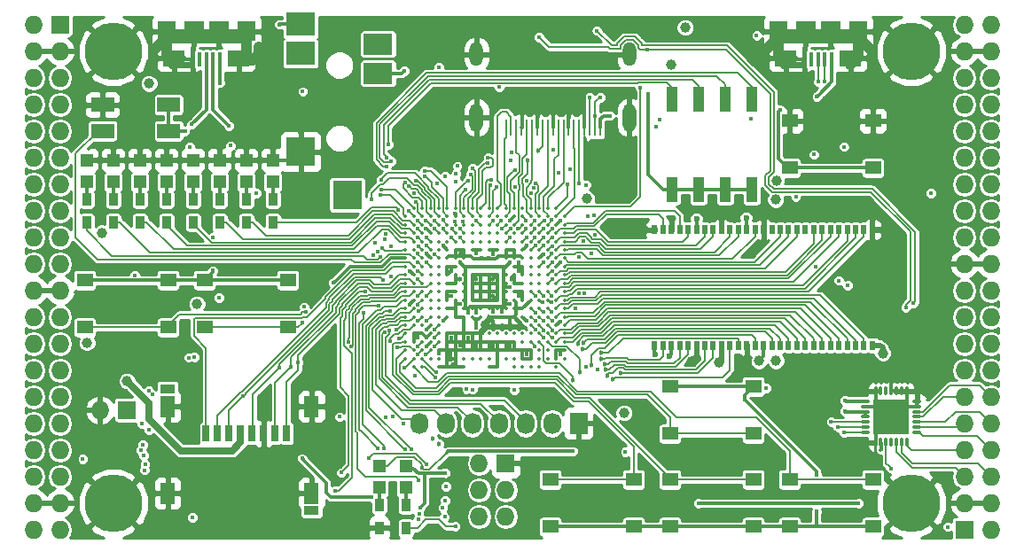
<source format=gtl>
G04 #@! TF.FileFunction,Copper,L1,Top,Signal*
%FSLAX46Y46*%
G04 Gerber Fmt 4.6, Leading zero omitted, Abs format (unit mm)*
G04 Created by KiCad (PCBNEW 4.0.7+dfsg1-1) date Fri Oct 13 00:45:46 2017*
%MOMM*%
%LPD*%
G01*
G04 APERTURE LIST*
%ADD10C,0.100000*%
%ADD11R,1.198880X1.198880*%
%ADD12R,0.560000X0.900000*%
%ADD13R,1.727200X1.727200*%
%ADD14O,1.727200X1.727200*%
%ADD15C,5.500000*%
%ADD16R,2.200000X1.400000*%
%ADD17R,0.900000X1.200000*%
%ADD18R,2.100000X1.600000*%
%ADD19R,1.900000X1.900000*%
%ADD20R,0.400000X1.350000*%
%ADD21R,1.800000X1.900000*%
%ADD22O,0.850000X0.300000*%
%ADD23O,0.300000X0.850000*%
%ADD24R,1.675000X1.675000*%
%ADD25R,1.727200X2.032000*%
%ADD26O,1.727200X2.032000*%
%ADD27R,2.800000X2.200000*%
%ADD28R,2.800000X2.800000*%
%ADD29R,2.800000X2.000000*%
%ADD30O,1.300000X2.700000*%
%ADD31O,1.300000X2.300000*%
%ADD32R,0.250000X1.600000*%
%ADD33R,1.550000X1.300000*%
%ADD34R,1.120000X2.440000*%
%ADD35C,0.350000*%
%ADD36R,0.700000X1.500000*%
%ADD37R,1.450000X0.900000*%
%ADD38R,1.450000X2.000000*%
%ADD39C,0.400000*%
%ADD40C,0.454000*%
%ADD41C,1.000000*%
%ADD42C,0.600000*%
%ADD43C,0.300000*%
%ADD44C,1.000000*%
%ADD45C,0.600000*%
%ADD46C,0.500000*%
%ADD47C,0.190000*%
%ADD48C,0.200000*%
%ADD49C,0.700000*%
%ADD50C,0.254000*%
G04 APERTURE END LIST*
D10*
D11*
X118230000Y-77709020D03*
X118230000Y-75610980D03*
X115690000Y-77709020D03*
X115690000Y-75610980D03*
X113150000Y-77709020D03*
X113150000Y-75610980D03*
X110610000Y-77709020D03*
X110610000Y-75610980D03*
X108070000Y-77709020D03*
X108070000Y-75610980D03*
X105530000Y-77709020D03*
X105530000Y-75610980D03*
X102990000Y-77709020D03*
X102990000Y-75610980D03*
X100450000Y-77709020D03*
X100450000Y-75610980D03*
D12*
X175480000Y-82270000D03*
X154680000Y-93330000D03*
X155480000Y-93330000D03*
X156280000Y-93330000D03*
X157080000Y-93330000D03*
X157880000Y-93330000D03*
X158680000Y-93330000D03*
X159480000Y-93330000D03*
X160280000Y-93330000D03*
X161080000Y-93330000D03*
X161880000Y-93330000D03*
X162680000Y-93330000D03*
X163480000Y-93330000D03*
X164280000Y-93330000D03*
X165080000Y-93330000D03*
X165880000Y-93330000D03*
X166680000Y-93330000D03*
X167480000Y-93330000D03*
X168280000Y-93330000D03*
X169080000Y-93330000D03*
X169880000Y-93330000D03*
X170680000Y-93330000D03*
X171480000Y-93330000D03*
X172280000Y-93330000D03*
X173080000Y-93330000D03*
X173880000Y-93330000D03*
X174680000Y-93330000D03*
X175480000Y-93330000D03*
X174680000Y-82270000D03*
X173880000Y-82270000D03*
X173080000Y-82270000D03*
X172280000Y-82270000D03*
X171480000Y-82270000D03*
X170680000Y-82270000D03*
X169880000Y-82270000D03*
X169080000Y-82270000D03*
X168280000Y-82270000D03*
X167480000Y-82270000D03*
X166680000Y-82270000D03*
X165880000Y-82270000D03*
X165080000Y-82270000D03*
X164280000Y-82270000D03*
X163480000Y-82270000D03*
X162680000Y-82270000D03*
X161880000Y-82270000D03*
X161080000Y-82270000D03*
X160280000Y-82270000D03*
X159480000Y-82270000D03*
X158680000Y-82270000D03*
X157880000Y-82270000D03*
X157080000Y-82270000D03*
X156280000Y-82270000D03*
X155480000Y-82270000D03*
X154680000Y-82270000D03*
D13*
X97910000Y-62690000D03*
D14*
X95370000Y-62690000D03*
X97910000Y-65230000D03*
X95370000Y-65230000D03*
X97910000Y-67770000D03*
X95370000Y-67770000D03*
X97910000Y-70310000D03*
X95370000Y-70310000D03*
X97910000Y-72850000D03*
X95370000Y-72850000D03*
X97910000Y-75390000D03*
X95370000Y-75390000D03*
X97910000Y-77930000D03*
X95370000Y-77930000D03*
X97910000Y-80470000D03*
X95370000Y-80470000D03*
X97910000Y-83010000D03*
X95370000Y-83010000D03*
X97910000Y-85550000D03*
X95370000Y-85550000D03*
X97910000Y-88090000D03*
X95370000Y-88090000D03*
X97910000Y-90630000D03*
X95370000Y-90630000D03*
X97910000Y-93170000D03*
X95370000Y-93170000D03*
X97910000Y-95710000D03*
X95370000Y-95710000D03*
X97910000Y-98250000D03*
X95370000Y-98250000D03*
X97910000Y-100790000D03*
X95370000Y-100790000D03*
X97910000Y-103330000D03*
X95370000Y-103330000D03*
X97910000Y-105870000D03*
X95370000Y-105870000D03*
X97910000Y-108410000D03*
X95370000Y-108410000D03*
X97910000Y-110950000D03*
X95370000Y-110950000D03*
D13*
X184270000Y-110950000D03*
D14*
X186810000Y-110950000D03*
X184270000Y-108410000D03*
X186810000Y-108410000D03*
X184270000Y-105870000D03*
X186810000Y-105870000D03*
X184270000Y-103330000D03*
X186810000Y-103330000D03*
X184270000Y-100790000D03*
X186810000Y-100790000D03*
X184270000Y-98250000D03*
X186810000Y-98250000D03*
X184270000Y-95710000D03*
X186810000Y-95710000D03*
X184270000Y-93170000D03*
X186810000Y-93170000D03*
X184270000Y-90630000D03*
X186810000Y-90630000D03*
X184270000Y-88090000D03*
X186810000Y-88090000D03*
X184270000Y-85550000D03*
X186810000Y-85550000D03*
X184270000Y-83010000D03*
X186810000Y-83010000D03*
X184270000Y-80470000D03*
X186810000Y-80470000D03*
X184270000Y-77930000D03*
X186810000Y-77930000D03*
X184270000Y-75390000D03*
X186810000Y-75390000D03*
X184270000Y-72850000D03*
X186810000Y-72850000D03*
X184270000Y-70310000D03*
X186810000Y-70310000D03*
X184270000Y-67770000D03*
X186810000Y-67770000D03*
X184270000Y-65230000D03*
X186810000Y-65230000D03*
X184270000Y-62690000D03*
X186810000Y-62690000D03*
D15*
X102990000Y-108410000D03*
X179190000Y-108410000D03*
X179190000Y-65230000D03*
X102990000Y-65230000D03*
D16*
X108274000Y-70330000D03*
X101974000Y-70330000D03*
X101974000Y-72830000D03*
X108274000Y-72830000D03*
D13*
X104260000Y-99520000D03*
D14*
X101720000Y-99520000D03*
D11*
X128390000Y-104820980D03*
X128390000Y-106919020D03*
X130930000Y-104820980D03*
X130930000Y-106919020D03*
D17*
X128390000Y-108580000D03*
X128390000Y-110780000D03*
X130930000Y-110780000D03*
X130930000Y-108580000D03*
D18*
X114980000Y-65875000D03*
X108780000Y-65875000D03*
D19*
X113080000Y-63325000D03*
X110680000Y-63325000D03*
D20*
X113180000Y-66000000D03*
X112530000Y-66000000D03*
X111880000Y-66000000D03*
X111230000Y-66000000D03*
X110580000Y-66000000D03*
D21*
X115680000Y-63325000D03*
X108080000Y-63325000D03*
D18*
X173400000Y-65875000D03*
X167200000Y-65875000D03*
D19*
X171500000Y-63325000D03*
X169100000Y-63325000D03*
D20*
X171600000Y-66000000D03*
X170950000Y-66000000D03*
X170300000Y-66000000D03*
X169650000Y-66000000D03*
X169000000Y-66000000D03*
D21*
X174100000Y-63325000D03*
X166500000Y-63325000D03*
D13*
X140455000Y-104600000D03*
D14*
X137915000Y-104600000D03*
X140455000Y-107140000D03*
X137915000Y-107140000D03*
X140455000Y-109680000D03*
X137915000Y-109680000D03*
D17*
X118230000Y-81570000D03*
X118230000Y-79370000D03*
X115690000Y-81570000D03*
X115690000Y-79370000D03*
X113150000Y-81570000D03*
X113150000Y-79370000D03*
X110610000Y-81570000D03*
X110610000Y-79370000D03*
X108070000Y-81570000D03*
X108070000Y-79370000D03*
X105530000Y-81570000D03*
X105530000Y-79370000D03*
X102990000Y-81570000D03*
X102990000Y-79370000D03*
X100450000Y-81570000D03*
X100450000Y-79370000D03*
D22*
X179735000Y-101655000D03*
X179735000Y-101155000D03*
X179735000Y-100655000D03*
X179735000Y-100155000D03*
X179735000Y-99655000D03*
X179735000Y-99155000D03*
X179735000Y-98655000D03*
D23*
X178785000Y-97705000D03*
X178285000Y-97705000D03*
X177785000Y-97705000D03*
X177285000Y-97705000D03*
X176785000Y-97705000D03*
X176285000Y-97705000D03*
X175785000Y-97705000D03*
D22*
X174835000Y-98655000D03*
X174835000Y-99155000D03*
X174835000Y-99655000D03*
X174835000Y-100155000D03*
X174835000Y-100655000D03*
X174835000Y-101155000D03*
X174835000Y-101655000D03*
D23*
X175785000Y-102605000D03*
X176285000Y-102605000D03*
X176785000Y-102605000D03*
X177285000Y-102605000D03*
X177785000Y-102605000D03*
X178285000Y-102605000D03*
X178785000Y-102605000D03*
D24*
X176447500Y-99317500D03*
X176447500Y-100992500D03*
X178122500Y-99317500D03*
X178122500Y-100992500D03*
D25*
X147440000Y-100790000D03*
D26*
X144900000Y-100790000D03*
X142360000Y-100790000D03*
X139820000Y-100790000D03*
X137280000Y-100790000D03*
X134740000Y-100790000D03*
X132200000Y-100790000D03*
D27*
X120880000Y-62640000D03*
X120880000Y-65440000D03*
D28*
X120880000Y-74840000D03*
X125330000Y-78940000D03*
D29*
X128280000Y-67340000D03*
X128280000Y-64540000D03*
D30*
X152280000Y-71550000D03*
X137680000Y-71550000D03*
D31*
X137680000Y-65500000D03*
D32*
X140480000Y-72500000D03*
X140980000Y-72500000D03*
X141480000Y-72500000D03*
X141980000Y-72500000D03*
X142480000Y-72500000D03*
X142980000Y-72500000D03*
X143480000Y-72500000D03*
X143980000Y-72500000D03*
X144480000Y-72500000D03*
X144980000Y-72500000D03*
X145480000Y-72500000D03*
X145980000Y-72500000D03*
X146480000Y-72500000D03*
X146980000Y-72500000D03*
X147480000Y-72500000D03*
X147980000Y-72500000D03*
X148480000Y-72500000D03*
X148980000Y-72500000D03*
X149480000Y-72500000D03*
D31*
X152280000Y-65500000D03*
D33*
X175550000Y-71870000D03*
X175550000Y-76370000D03*
X167590000Y-76370000D03*
X167590000Y-71870000D03*
X100280000Y-91610000D03*
X100280000Y-87110000D03*
X108240000Y-87110000D03*
X108240000Y-91610000D03*
X111710000Y-91610000D03*
X111710000Y-87110000D03*
X119670000Y-87110000D03*
X119670000Y-91610000D03*
X156160000Y-101770000D03*
X156160000Y-97270000D03*
X164120000Y-97270000D03*
X164120000Y-101770000D03*
X164120000Y-106160000D03*
X164120000Y-110660000D03*
X156160000Y-110660000D03*
X156160000Y-106160000D03*
X152690000Y-106160000D03*
X152690000Y-110660000D03*
X144730000Y-110660000D03*
X144730000Y-106160000D03*
X175550000Y-106160000D03*
X175550000Y-110660000D03*
X167590000Y-110660000D03*
X167590000Y-106160000D03*
D34*
X163950000Y-69815000D03*
X156330000Y-78425000D03*
X161410000Y-69815000D03*
X158870000Y-78425000D03*
X158870000Y-69815000D03*
X161410000Y-78425000D03*
X156330000Y-69815000D03*
X163950000Y-78425000D03*
D35*
X131680000Y-80200000D03*
X132480000Y-80200000D03*
X133280000Y-80200000D03*
X134080000Y-80200000D03*
X134880000Y-80200000D03*
X135680000Y-80200000D03*
X136480000Y-80200000D03*
X137280000Y-80200000D03*
X138080000Y-80200000D03*
X138880000Y-80200000D03*
X139680000Y-80200000D03*
X140480000Y-80200000D03*
X141280000Y-80200000D03*
X142080000Y-80200000D03*
X142880000Y-80200000D03*
X143680000Y-80200000D03*
X144480000Y-80200000D03*
X145280000Y-80200000D03*
X130880000Y-81000000D03*
X131680000Y-81000000D03*
X132480000Y-81000000D03*
X133280000Y-81000000D03*
X134080000Y-81000000D03*
X134880000Y-81000000D03*
X135680000Y-81000000D03*
X136480000Y-81000000D03*
X137280000Y-81000000D03*
X138080000Y-81000000D03*
X138880000Y-81000000D03*
X139680000Y-81000000D03*
X140480000Y-81000000D03*
X141280000Y-81000000D03*
X142080000Y-81000000D03*
X142880000Y-81000000D03*
X143680000Y-81000000D03*
X144480000Y-81000000D03*
X145280000Y-81000000D03*
X146080000Y-81000000D03*
X130880000Y-81800000D03*
X131680000Y-81800000D03*
X132480000Y-81800000D03*
X133280000Y-81800000D03*
X134080000Y-81800000D03*
X134880000Y-81800000D03*
X135680000Y-81800000D03*
X136480000Y-81800000D03*
X137280000Y-81800000D03*
X138080000Y-81800000D03*
X138880000Y-81800000D03*
X139680000Y-81800000D03*
X140480000Y-81800000D03*
X141280000Y-81800000D03*
X142080000Y-81800000D03*
X142880000Y-81800000D03*
X143680000Y-81800000D03*
X144480000Y-81800000D03*
X145280000Y-81800000D03*
X146080000Y-81800000D03*
X130880000Y-82600000D03*
X131680000Y-82600000D03*
X132480000Y-82600000D03*
X133280000Y-82600000D03*
X134080000Y-82600000D03*
X134880000Y-82600000D03*
X135680000Y-82600000D03*
X136480000Y-82600000D03*
X137280000Y-82600000D03*
X138080000Y-82600000D03*
X138880000Y-82600000D03*
X139680000Y-82600000D03*
X140480000Y-82600000D03*
X141280000Y-82600000D03*
X142080000Y-82600000D03*
X142880000Y-82600000D03*
X143680000Y-82600000D03*
X144480000Y-82600000D03*
X145280000Y-82600000D03*
X146080000Y-82600000D03*
X130880000Y-83400000D03*
X131680000Y-83400000D03*
X132480000Y-83400000D03*
X133280000Y-83400000D03*
X134080000Y-83400000D03*
X134880000Y-83400000D03*
X135680000Y-83400000D03*
X136480000Y-83400000D03*
X137280000Y-83400000D03*
X138080000Y-83400000D03*
X138880000Y-83400000D03*
X139680000Y-83400000D03*
X140480000Y-83400000D03*
X141280000Y-83400000D03*
X142080000Y-83400000D03*
X142880000Y-83400000D03*
X143680000Y-83400000D03*
X144480000Y-83400000D03*
X145280000Y-83400000D03*
X146080000Y-83400000D03*
X130880000Y-84200000D03*
X131680000Y-84200000D03*
X132480000Y-84200000D03*
X133280000Y-84200000D03*
X134080000Y-84200000D03*
X134880000Y-84200000D03*
X135680000Y-84200000D03*
X136480000Y-84200000D03*
X137280000Y-84200000D03*
X138080000Y-84200000D03*
X138880000Y-84200000D03*
X139680000Y-84200000D03*
X140480000Y-84200000D03*
X141280000Y-84200000D03*
X142080000Y-84200000D03*
X142880000Y-84200000D03*
X143680000Y-84200000D03*
X144480000Y-84200000D03*
X145280000Y-84200000D03*
X146080000Y-84200000D03*
X130880000Y-85000000D03*
X131680000Y-85000000D03*
X132480000Y-85000000D03*
X133280000Y-85000000D03*
X134080000Y-85000000D03*
X134880000Y-85000000D03*
X135680000Y-85000000D03*
X136480000Y-85000000D03*
X137280000Y-85000000D03*
X138080000Y-85000000D03*
X138880000Y-85000000D03*
X139680000Y-85000000D03*
X140480000Y-85000000D03*
X141280000Y-85000000D03*
X142080000Y-85000000D03*
X142880000Y-85000000D03*
X143680000Y-85000000D03*
X144480000Y-85000000D03*
X145280000Y-85000000D03*
X146080000Y-85000000D03*
X130880000Y-85800000D03*
X131680000Y-85800000D03*
X132480000Y-85800000D03*
X133280000Y-85800000D03*
X134080000Y-85800000D03*
X134880000Y-85800000D03*
X135680000Y-85800000D03*
X136480000Y-85800000D03*
X137280000Y-85800000D03*
X138080000Y-85800000D03*
X138880000Y-85800000D03*
X139680000Y-85800000D03*
X140480000Y-85800000D03*
X141280000Y-85800000D03*
X142080000Y-85800000D03*
X142880000Y-85800000D03*
X143680000Y-85800000D03*
X144480000Y-85800000D03*
X145280000Y-85800000D03*
X146080000Y-85800000D03*
X130880000Y-86600000D03*
X131680000Y-86600000D03*
X132480000Y-86600000D03*
X133280000Y-86600000D03*
X134080000Y-86600000D03*
X134880000Y-86600000D03*
X135680000Y-86600000D03*
X136480000Y-86600000D03*
X137280000Y-86600000D03*
X138080000Y-86600000D03*
X138880000Y-86600000D03*
X139680000Y-86600000D03*
X140480000Y-86600000D03*
X141280000Y-86600000D03*
X142080000Y-86600000D03*
X142880000Y-86600000D03*
X143680000Y-86600000D03*
X144480000Y-86600000D03*
X145280000Y-86600000D03*
X146080000Y-86600000D03*
X130880000Y-87400000D03*
X131680000Y-87400000D03*
X132480000Y-87400000D03*
X133280000Y-87400000D03*
X134080000Y-87400000D03*
X134880000Y-87400000D03*
X135680000Y-87400000D03*
X136480000Y-87400000D03*
X137280000Y-87400000D03*
X138080000Y-87400000D03*
X138880000Y-87400000D03*
X139680000Y-87400000D03*
X140480000Y-87400000D03*
X141280000Y-87400000D03*
X142080000Y-87400000D03*
X142880000Y-87400000D03*
X143680000Y-87400000D03*
X144480000Y-87400000D03*
X145280000Y-87400000D03*
X146080000Y-87400000D03*
X130880000Y-88200000D03*
X131680000Y-88200000D03*
X132480000Y-88200000D03*
X133280000Y-88200000D03*
X134080000Y-88200000D03*
X134880000Y-88200000D03*
X135680000Y-88200000D03*
X136480000Y-88200000D03*
X137280000Y-88200000D03*
X138080000Y-88200000D03*
X138880000Y-88200000D03*
X139680000Y-88200000D03*
X140480000Y-88200000D03*
X141280000Y-88200000D03*
X142080000Y-88200000D03*
X142880000Y-88200000D03*
X143680000Y-88200000D03*
X144480000Y-88200000D03*
X145280000Y-88200000D03*
X146080000Y-88200000D03*
X130880000Y-89000000D03*
X131680000Y-89000000D03*
X132480000Y-89000000D03*
X133280000Y-89000000D03*
X134080000Y-89000000D03*
X134880000Y-89000000D03*
X135680000Y-89000000D03*
X136480000Y-89000000D03*
X137280000Y-89000000D03*
X138080000Y-89000000D03*
X138880000Y-89000000D03*
X139680000Y-89000000D03*
X140480000Y-89000000D03*
X141280000Y-89000000D03*
X142080000Y-89000000D03*
X142880000Y-89000000D03*
X143680000Y-89000000D03*
X144480000Y-89000000D03*
X145280000Y-89000000D03*
X146080000Y-89000000D03*
X130880000Y-89800000D03*
X131680000Y-89800000D03*
X132480000Y-89800000D03*
X133280000Y-89800000D03*
X134080000Y-89800000D03*
X134880000Y-89800000D03*
X135680000Y-89800000D03*
X136480000Y-89800000D03*
X137280000Y-89800000D03*
X138080000Y-89800000D03*
X138880000Y-89800000D03*
X139680000Y-89800000D03*
X140480000Y-89800000D03*
X141280000Y-89800000D03*
X142080000Y-89800000D03*
X142880000Y-89800000D03*
X143680000Y-89800000D03*
X144480000Y-89800000D03*
X145280000Y-89800000D03*
X146080000Y-89800000D03*
X130880000Y-90600000D03*
X131680000Y-90600000D03*
X132480000Y-90600000D03*
X133280000Y-90600000D03*
X134080000Y-90600000D03*
X134880000Y-90600000D03*
X135680000Y-90600000D03*
X136480000Y-90600000D03*
X137280000Y-90600000D03*
X138080000Y-90600000D03*
X138880000Y-90600000D03*
X139680000Y-90600000D03*
X140480000Y-90600000D03*
X141280000Y-90600000D03*
X142080000Y-90600000D03*
X142880000Y-90600000D03*
X143680000Y-90600000D03*
X144480000Y-90600000D03*
X145280000Y-90600000D03*
X146080000Y-90600000D03*
X130880000Y-91400000D03*
X131680000Y-91400000D03*
X132480000Y-91400000D03*
X133280000Y-91400000D03*
X134080000Y-91400000D03*
X142880000Y-91400000D03*
X143680000Y-91400000D03*
X144480000Y-91400000D03*
X145280000Y-91400000D03*
X146080000Y-91400000D03*
X130880000Y-92200000D03*
X131680000Y-92200000D03*
X132480000Y-92200000D03*
X133280000Y-92200000D03*
X134080000Y-92200000D03*
X134880000Y-92200000D03*
X135680000Y-92200000D03*
X136480000Y-92200000D03*
X137280000Y-92200000D03*
X138080000Y-92200000D03*
X138880000Y-92200000D03*
X139680000Y-92200000D03*
X140480000Y-92200000D03*
X141280000Y-92200000D03*
X142080000Y-92200000D03*
X142880000Y-92200000D03*
X143680000Y-92200000D03*
X144480000Y-92200000D03*
X145280000Y-92200000D03*
X146080000Y-92200000D03*
X130880000Y-93000000D03*
X131680000Y-93000000D03*
X132480000Y-93000000D03*
X133280000Y-93000000D03*
X134080000Y-93000000D03*
X134880000Y-93000000D03*
X135680000Y-93000000D03*
X136480000Y-93000000D03*
X137280000Y-93000000D03*
X138080000Y-93000000D03*
X138880000Y-93000000D03*
X139680000Y-93000000D03*
X140480000Y-93000000D03*
X141280000Y-93000000D03*
X142080000Y-93000000D03*
X142880000Y-93000000D03*
X143680000Y-93000000D03*
X144480000Y-93000000D03*
X145280000Y-93000000D03*
X146080000Y-93000000D03*
X130880000Y-93800000D03*
X131680000Y-93800000D03*
X132480000Y-93800000D03*
X133280000Y-93800000D03*
X134080000Y-93800000D03*
X134880000Y-93800000D03*
X135680000Y-93800000D03*
X136480000Y-93800000D03*
X137280000Y-93800000D03*
X138080000Y-93800000D03*
X138880000Y-93800000D03*
X139680000Y-93800000D03*
X140480000Y-93800000D03*
X141280000Y-93800000D03*
X142080000Y-93800000D03*
X142880000Y-93800000D03*
X143680000Y-93800000D03*
X144480000Y-93800000D03*
X145280000Y-93800000D03*
X146080000Y-93800000D03*
X130880000Y-94600000D03*
X131680000Y-94600000D03*
X132480000Y-94600000D03*
X133280000Y-94600000D03*
X134080000Y-94600000D03*
X134880000Y-94600000D03*
X135680000Y-94600000D03*
X136480000Y-94600000D03*
X137280000Y-94600000D03*
X138080000Y-94600000D03*
X138880000Y-94600000D03*
X139680000Y-94600000D03*
X140480000Y-94600000D03*
X141280000Y-94600000D03*
X142080000Y-94600000D03*
X142880000Y-94600000D03*
X143680000Y-94600000D03*
X144480000Y-94600000D03*
X145280000Y-94600000D03*
X146080000Y-94600000D03*
X131680000Y-95400000D03*
X132480000Y-95400000D03*
X134080000Y-95400000D03*
X134880000Y-95400000D03*
X135680000Y-95400000D03*
X136480000Y-95400000D03*
X138880000Y-95400000D03*
X139680000Y-95400000D03*
X141280000Y-95400000D03*
X142080000Y-95400000D03*
X142880000Y-95400000D03*
X143680000Y-95400000D03*
X145280000Y-95400000D03*
D36*
X111855000Y-101765000D03*
X112955000Y-101765000D03*
X114055000Y-101765000D03*
X115155000Y-101765000D03*
X116255000Y-101765000D03*
X117355000Y-101765000D03*
X118455000Y-101765000D03*
X119555000Y-101765000D03*
D37*
X108180000Y-97465000D03*
X121930000Y-109115000D03*
D38*
X121930000Y-99165000D03*
X108180000Y-99165000D03*
X108180000Y-107465000D03*
X121930000Y-107465000D03*
D39*
X131280000Y-89450837D03*
X120770000Y-72215000D03*
X135172669Y-94689483D03*
X136095958Y-93369652D03*
X135456992Y-95118806D03*
X134113023Y-94099076D03*
D40*
X139264636Y-91615205D03*
D39*
X139575609Y-69792857D03*
D41*
X116880503Y-64802940D03*
X106974809Y-64953974D03*
X175210328Y-64948943D03*
X165417246Y-64954666D03*
D39*
X175495631Y-71457432D03*
X146468970Y-70993942D03*
X144978424Y-71024054D03*
X143480350Y-71016526D03*
X142000564Y-71008511D03*
X147987361Y-71377791D03*
X144102010Y-84600000D03*
X132880424Y-84561218D03*
X135567436Y-80702302D03*
X132810347Y-82177990D03*
X145713035Y-91022010D03*
X145680000Y-94177990D03*
X177285000Y-95710000D03*
D41*
X177229911Y-82281349D03*
D39*
X170046000Y-85804000D03*
D42*
X164741832Y-81130572D03*
X161067993Y-81216119D03*
D41*
X158233687Y-94852616D03*
X162992748Y-94820185D03*
D42*
X156280000Y-81210838D03*
D39*
X131254529Y-86251357D03*
X140880000Y-81400000D03*
X136085174Y-89394826D03*
X145680000Y-81400000D03*
X150080000Y-81600000D03*
X140874194Y-91433353D03*
X145680000Y-85422010D03*
X142480000Y-94200000D03*
X140880000Y-93400000D03*
X139280000Y-93400000D03*
X137680000Y-93400000D03*
X136880000Y-92600000D03*
X135280000Y-92600000D03*
X132880000Y-91800000D03*
X132880000Y-93400000D03*
D40*
X141042859Y-86994997D03*
X139280000Y-87000000D03*
X136110990Y-86995403D03*
X137680000Y-87000000D03*
X136080000Y-84600000D03*
X139280000Y-88600000D03*
D39*
X121003132Y-104131127D03*
X127656639Y-107816792D03*
D41*
X156235582Y-66548363D03*
X166321614Y-77572282D03*
X166248957Y-79408030D03*
X101932065Y-82585048D03*
X106417803Y-68312483D03*
X166280000Y-94800000D03*
D39*
X150457224Y-71377791D03*
X172289562Y-87124051D03*
D41*
X157600000Y-62944000D03*
D39*
X148160764Y-77980787D03*
X154794000Y-72426000D03*
D41*
X148202000Y-79327000D03*
D39*
X129005202Y-100174798D03*
X137659051Y-91638034D03*
X139820000Y-68665673D03*
X172834633Y-99599920D03*
X172879922Y-98618650D03*
X176305593Y-103279812D03*
X165349214Y-97422919D03*
D41*
X160875897Y-94988750D03*
D39*
X164433885Y-63737451D03*
X134079160Y-66786153D03*
X109828000Y-72830000D03*
X116654336Y-78777990D03*
D41*
X176474303Y-94069095D03*
D39*
X173094000Y-87582000D03*
D41*
X100479904Y-93063904D03*
D42*
X163422030Y-81120665D03*
X154726292Y-94171363D03*
X156077107Y-94380779D03*
X158680000Y-81210838D03*
D39*
X112515000Y-83010000D03*
X181065000Y-78785000D03*
X110529662Y-109760338D03*
X100080000Y-104200000D03*
X113080000Y-88800000D03*
D41*
X164653770Y-94825547D03*
D39*
X135273306Y-88618602D03*
X139272517Y-84611349D03*
X137680556Y-84534085D03*
X141680000Y-86200000D03*
X135280000Y-86200000D03*
X132880000Y-92600000D03*
X132080000Y-92600000D03*
X141680000Y-88600000D03*
X141680000Y-85400000D03*
D41*
X151758000Y-99774000D03*
D39*
X136885174Y-90194826D03*
X140094890Y-90122990D03*
X139280000Y-90122990D03*
X140880000Y-89400000D03*
X137680000Y-90172990D03*
X140880000Y-87800000D03*
X140880000Y-85400000D03*
D40*
X136080000Y-85400000D03*
D39*
X130022680Y-91834237D03*
X121369010Y-90164222D03*
X130279644Y-92674772D03*
X121041200Y-91125073D03*
D41*
X110991000Y-89360000D03*
D39*
X142480000Y-91000000D03*
X142480000Y-83800000D03*
X134480000Y-83800000D03*
X134480000Y-91000000D03*
X121086654Y-69078528D03*
X105037711Y-86632990D03*
X155149360Y-71764535D03*
X170182962Y-69571012D03*
X174110000Y-108410000D03*
X158870000Y-108410000D03*
X137295592Y-97538017D03*
X134750646Y-106810513D03*
X133680000Y-91800000D03*
D40*
X134074414Y-102752225D03*
D39*
X136740903Y-97514503D03*
X134675868Y-108131585D03*
D40*
X133449289Y-102232615D03*
D39*
X133680000Y-92600000D03*
X127358154Y-104128048D03*
X132936956Y-104698915D03*
X134463998Y-108841973D03*
X133685668Y-93402482D03*
X130692380Y-100790000D03*
X131808905Y-96227367D03*
X134636872Y-109719950D03*
X132846234Y-94197073D03*
X118858690Y-62658970D03*
X130761990Y-67119621D03*
X148477832Y-69619684D03*
X149475951Y-69619684D03*
X148991194Y-71377791D03*
X153984196Y-65077116D03*
X153322343Y-68673419D03*
X143650666Y-63862520D03*
X178665908Y-89713903D03*
X149183754Y-63257114D03*
X179375977Y-89317806D03*
X140035989Y-81400000D03*
X115404683Y-98167821D03*
X128776655Y-87110882D03*
X132077895Y-86272150D03*
X118843798Y-95498222D03*
D40*
X119978162Y-95412951D03*
X120634035Y-94977604D03*
D39*
X113212238Y-68244401D03*
X146387166Y-77939336D03*
X147480000Y-77822010D03*
X131453853Y-103260518D03*
X144891634Y-91008466D03*
D40*
X148653935Y-95249010D03*
X149565978Y-94054788D03*
D39*
X144867244Y-90164455D03*
D40*
X150720500Y-96575802D03*
D39*
X144890381Y-83866022D03*
D40*
X151448039Y-95951686D03*
D39*
X144894101Y-83022010D03*
D40*
X150149219Y-96229829D03*
D39*
X144901285Y-86268736D03*
D40*
X150033441Y-95660469D03*
D39*
X144888562Y-86993817D03*
D40*
X149952517Y-95085120D03*
D39*
X144877648Y-88622010D03*
D40*
X149584522Y-94635504D03*
D39*
X144810610Y-89177990D03*
X144895773Y-91874444D03*
D40*
X147777713Y-93691005D03*
X147356233Y-93219138D03*
D39*
X144102010Y-92600000D03*
D40*
X147915304Y-93060979D03*
D39*
X144882352Y-92577990D03*
X130807074Y-95454141D03*
X130141304Y-93531435D03*
X132080000Y-93400000D03*
X129438098Y-92922893D03*
X133852393Y-95875797D03*
X141280000Y-97600000D03*
X133762848Y-96395146D03*
X132080000Y-94200000D03*
X128669601Y-84020243D03*
X105906712Y-103816552D03*
X132080000Y-89450837D03*
X130839486Y-103260518D03*
X129459184Y-90039192D03*
X128806823Y-103185900D03*
X132162861Y-106185868D03*
X128321313Y-89539949D03*
X132880000Y-88600000D03*
X127040053Y-88166906D03*
X124741825Y-105494691D03*
X132080000Y-87000000D03*
X125740979Y-93452427D03*
X124202418Y-107207639D03*
D40*
X142530990Y-75662841D03*
X143525587Y-74749772D03*
D39*
X110313517Y-74380698D03*
X132146108Y-109940263D03*
X114166000Y-74247000D03*
X132189000Y-109415000D03*
X135694981Y-77648547D03*
X135567436Y-81489225D03*
X134702010Y-77200000D03*
X134471354Y-81347908D03*
X132761172Y-77202673D03*
X132737245Y-76676207D03*
X128545566Y-77476577D03*
X127643658Y-79355564D03*
X110718734Y-94451783D03*
X128515897Y-78994176D03*
X110193102Y-94489889D03*
X128569727Y-78469921D03*
X106368514Y-97662752D03*
X131230910Y-78113843D03*
X106741168Y-98035405D03*
X131709326Y-78745875D03*
X132783332Y-81399993D03*
X129016746Y-82660638D03*
X105679715Y-100783924D03*
X132084821Y-83022010D03*
X128948848Y-83183258D03*
X106401171Y-101377901D03*
X132886504Y-83777990D03*
X129513931Y-83860979D03*
X105803161Y-102850427D03*
X132117443Y-83866021D03*
X127966259Y-83515785D03*
X105651866Y-103355255D03*
X132079996Y-84503337D03*
X128261987Y-84383463D03*
X106023598Y-104697574D03*
X133671942Y-84595200D03*
X127824162Y-84676807D03*
X105973679Y-105248709D03*
X132875802Y-85428138D03*
D40*
X146862501Y-96617499D03*
X147534467Y-95913260D03*
D39*
X148102806Y-95339021D03*
X143280000Y-91000000D03*
X149207706Y-95605291D03*
X144082424Y-90132858D03*
X143989948Y-89177990D03*
X147125926Y-89802879D03*
X143281824Y-90201951D03*
X144102010Y-85397219D03*
X147422472Y-84858593D03*
X144886544Y-85385186D03*
X144102010Y-83000000D03*
X148975652Y-82755341D03*
X144885092Y-82177990D03*
X147470668Y-88324835D03*
X144082832Y-88584510D03*
X147997681Y-88324844D03*
X143278026Y-88595030D03*
X144102010Y-82185600D03*
X148935852Y-80899014D03*
X148337768Y-80975785D03*
X144866392Y-81333979D03*
X139280000Y-81400000D03*
X139585116Y-78205862D03*
X138968064Y-78040948D03*
X139049357Y-77520244D03*
X138775679Y-75942989D03*
X138779198Y-75400762D03*
X137680000Y-81400000D03*
X137308732Y-76415018D03*
X137106948Y-76979922D03*
X136856003Y-77562978D03*
X136634118Y-78451672D03*
X135830698Y-76200613D03*
X136411444Y-81497309D03*
X148668800Y-84550385D03*
X144877691Y-84532933D03*
X144102010Y-83800000D03*
X147894174Y-83335809D03*
X142852716Y-78759927D03*
X142473549Y-82998913D03*
X143105106Y-78295223D03*
X142396423Y-82191394D03*
X145494012Y-76834828D03*
X144146021Y-81374784D03*
X143331797Y-77819457D03*
X146627648Y-76461302D03*
X143257990Y-82207154D03*
X143257990Y-81379632D03*
X141380161Y-78226966D03*
X145017056Y-74655847D03*
X141657990Y-82130345D03*
X142413979Y-81382236D03*
X140080000Y-82200000D03*
X141342967Y-76554996D03*
X141046643Y-74873804D03*
X140864029Y-83041403D03*
X140980062Y-75681941D03*
X140924011Y-82179283D03*
X129542604Y-86703515D03*
X132880000Y-83022010D03*
X132080000Y-82177990D03*
X132080000Y-81400000D03*
X131847310Y-79589886D03*
X130856828Y-77742623D03*
X131923295Y-77584853D03*
X133654358Y-82177990D03*
X133627343Y-81396408D03*
X129382484Y-91925805D03*
X132880000Y-91000000D03*
X128880489Y-92086249D03*
X132077648Y-90977990D03*
X130196821Y-80377733D03*
X131180000Y-80500000D03*
X128489708Y-84867377D03*
X132079620Y-85428138D03*
X163908850Y-71651861D03*
X134501414Y-82177578D03*
X133922194Y-77854836D03*
X135656559Y-110610712D03*
X132448438Y-104994496D03*
X146844288Y-103452739D03*
X134707351Y-105508447D03*
X132280000Y-108800000D03*
D41*
X104309083Y-96731596D03*
D39*
X112515000Y-86185000D03*
X163277422Y-98501717D03*
X170126036Y-109212466D03*
X170157734Y-105666345D03*
X169895346Y-75092988D03*
X143257990Y-83000000D03*
X168166438Y-79108038D03*
X151896383Y-103510715D03*
X114039000Y-72342000D03*
X110483000Y-72215000D03*
X177274002Y-105079115D03*
X143258015Y-93423150D03*
X172761273Y-101651681D03*
X143280000Y-91800000D03*
X172193360Y-101105663D03*
X144064831Y-91877646D03*
X171540304Y-100645743D03*
X144080000Y-91000000D03*
X154044000Y-69294000D03*
X129061632Y-76229575D03*
X135280000Y-83022010D03*
X129493343Y-75737814D03*
X136080000Y-83000000D03*
X129122249Y-75363607D03*
X135345425Y-82176814D03*
X135725421Y-76909376D03*
X129252218Y-74142461D03*
X136080000Y-82200000D03*
X172746637Y-74347988D03*
X143280000Y-83800000D03*
X142480000Y-77600000D03*
X170300000Y-68151000D03*
X170950000Y-68125562D03*
X125423968Y-92992129D03*
X121206217Y-89662983D03*
X132156079Y-90030946D03*
X124027706Y-87347706D03*
X124027707Y-87347707D03*
X182654362Y-110665838D03*
X166678914Y-70803555D03*
X129660000Y-100155000D03*
X124580000Y-100155000D03*
X126880000Y-90200000D03*
X128280000Y-103200000D03*
X132080000Y-88600000D03*
D43*
X131280000Y-89400000D02*
X131280000Y-89450837D01*
X131680000Y-89000000D02*
X131280000Y-89400000D01*
X120880000Y-74840000D02*
X120880000Y-73140000D01*
X120880000Y-73140000D02*
X120770000Y-73030000D01*
X120770000Y-73030000D02*
X120770000Y-72215000D01*
X135172669Y-94406641D02*
X135172669Y-94689483D01*
X135172669Y-93907331D02*
X135172669Y-94406641D01*
X136095958Y-93086810D02*
X136095958Y-93369652D01*
X135280000Y-93800000D02*
X135172669Y-93907331D01*
X136080000Y-93000000D02*
X136095958Y-93015958D01*
X135256993Y-95376993D02*
X135256993Y-95318805D01*
X136095958Y-93015958D02*
X136095958Y-93086810D01*
X135280000Y-95400000D02*
X135256993Y-95376993D01*
X135256993Y-95318805D02*
X135456992Y-95118806D01*
X134080000Y-93800000D02*
X134080000Y-94066053D01*
X134080000Y-94066053D02*
X134113023Y-94099076D01*
X139264636Y-91294179D02*
X139264636Y-91615205D01*
X139264636Y-90984636D02*
X139264636Y-91294179D01*
X138880000Y-90600000D02*
X139264636Y-90984636D01*
X139858451Y-69792857D02*
X139575609Y-69792857D01*
X140192348Y-69792857D02*
X139858451Y-69792857D01*
X140785205Y-69200000D02*
X140192348Y-69792857D01*
X141880000Y-69200000D02*
X140785205Y-69200000D01*
D44*
X116880503Y-65510046D02*
X116880503Y-64802940D01*
X116265561Y-66124988D02*
X116880503Y-65510046D01*
X115680000Y-65910000D02*
X115894988Y-66124988D01*
X115680000Y-63960000D02*
X115680000Y-65910000D01*
X115894988Y-66124988D02*
X116265561Y-66124988D01*
X107474808Y-64453975D02*
X106974809Y-64953974D01*
X107968783Y-63960000D02*
X107474808Y-64453975D01*
X108080000Y-63960000D02*
X107968783Y-63960000D01*
X174710329Y-64448944D02*
X175210328Y-64948943D01*
X174100000Y-63960000D02*
X174221385Y-63960000D01*
X174221385Y-63960000D02*
X174710329Y-64448944D01*
X165917245Y-64454667D02*
X165417246Y-64954666D01*
X166411912Y-63960000D02*
X165917245Y-64454667D01*
X166500000Y-63960000D02*
X166411912Y-63960000D01*
D43*
X175495631Y-71740274D02*
X175495631Y-71457432D01*
X175495631Y-72230631D02*
X175495631Y-71740274D01*
X175535000Y-72270000D02*
X175495631Y-72230631D01*
X143480000Y-72500000D02*
X143480000Y-71016876D01*
X143480000Y-71016876D02*
X143480350Y-71016526D01*
X144980000Y-72500000D02*
X144980000Y-71025630D01*
X144980000Y-71025630D02*
X144978424Y-71024054D01*
X146480000Y-72500000D02*
X146480000Y-71004972D01*
X146480000Y-71004972D02*
X146468970Y-70993942D01*
X147980000Y-72500000D02*
X147980000Y-71385152D01*
X147980000Y-71385152D02*
X147987361Y-71377791D01*
X146468970Y-70711100D02*
X146468970Y-70993942D01*
X146468970Y-69211030D02*
X146468970Y-70711100D01*
X146480000Y-69200000D02*
X146468970Y-69211030D01*
X144978424Y-70741212D02*
X144978424Y-71024054D01*
X144978424Y-69201576D02*
X144978424Y-70741212D01*
X144980000Y-69200000D02*
X144978424Y-69201576D01*
X143480350Y-70733684D02*
X143480350Y-71016526D01*
X143480350Y-69200350D02*
X143480350Y-70733684D01*
X143480000Y-69200000D02*
X143480350Y-69200350D01*
X142000564Y-71008511D02*
X142000564Y-72479436D01*
X142000564Y-72479436D02*
X141980000Y-72500000D01*
X142000564Y-70725669D02*
X142000564Y-71008511D01*
X142000564Y-69320564D02*
X142000564Y-70725669D01*
X141880000Y-69200000D02*
X142000564Y-69320564D01*
X146480000Y-69200000D02*
X147780000Y-69200000D01*
X147780000Y-69200000D02*
X147940542Y-69360542D01*
X147987361Y-71094949D02*
X147987361Y-71377791D01*
X147940542Y-71048130D02*
X147987361Y-71094949D01*
X147940542Y-69360542D02*
X147940542Y-71048130D01*
D45*
X108780000Y-66510000D02*
X110455000Y-66510000D01*
D43*
X110455000Y-66510000D02*
X110580000Y-66635000D01*
D44*
X108080000Y-63960000D02*
X108080000Y-65810000D01*
X108080000Y-65810000D02*
X108780000Y-66510000D01*
X115680000Y-63960000D02*
X115680000Y-65810000D01*
D43*
X115680000Y-65810000D02*
X114980000Y-66510000D01*
D44*
X113080000Y-63960000D02*
X115680000Y-63960000D01*
X110680000Y-63960000D02*
X113080000Y-63960000D01*
X108080000Y-63960000D02*
X110680000Y-63960000D01*
D45*
X167200000Y-66510000D02*
X168875000Y-66510000D01*
D43*
X168875000Y-66510000D02*
X169000000Y-66635000D01*
D44*
X174100000Y-63960000D02*
X174100000Y-65810000D01*
X174100000Y-65810000D02*
X173400000Y-66510000D01*
X166500000Y-63960000D02*
X166500000Y-65810000D01*
X166500000Y-65810000D02*
X167200000Y-66510000D01*
X171500000Y-63960000D02*
X174100000Y-63960000D01*
X169100000Y-63960000D02*
X171500000Y-63960000D01*
X166500000Y-63960000D02*
X169100000Y-63960000D01*
D43*
X143680000Y-85000000D02*
X144080000Y-84600000D01*
X144080000Y-84600000D02*
X144102010Y-84600000D01*
X132880424Y-84600424D02*
X132880424Y-84561218D01*
X133280000Y-85000000D02*
X132880424Y-84600424D01*
X135680000Y-80752513D02*
X135629789Y-80702302D01*
X135629789Y-80702302D02*
X135567436Y-80702302D01*
X135680000Y-81000000D02*
X135680000Y-80752513D01*
X132857990Y-82177990D02*
X132810347Y-82177990D01*
X133280000Y-82600000D02*
X132857990Y-82177990D01*
X145657990Y-91022010D02*
X145713035Y-91022010D01*
X145280000Y-91400000D02*
X145657990Y-91022010D01*
X145680000Y-93800000D02*
X145680000Y-94177990D01*
X178785000Y-97705000D02*
X178785000Y-98655000D01*
X178785000Y-98655000D02*
X178122500Y-99317500D01*
X176285000Y-97705000D02*
X175785000Y-97705000D01*
X175785000Y-102605000D02*
X175785000Y-101655000D01*
X175785000Y-101655000D02*
X176447500Y-100992500D01*
X178122500Y-99317500D02*
X178122500Y-100992500D01*
X176447500Y-99317500D02*
X178122500Y-99317500D01*
X176447500Y-100992500D02*
X178122500Y-100992500D01*
X177285000Y-97705000D02*
X177285000Y-95710000D01*
X178122500Y-99317500D02*
X178285000Y-99155000D01*
X178285000Y-99155000D02*
X179735000Y-99155000D01*
X179735000Y-98655000D02*
X179735000Y-99155000D01*
X177785000Y-97705000D02*
X177920000Y-97705000D01*
X177920000Y-97705000D02*
X178285000Y-97705000D01*
X178285000Y-97705000D02*
X178785000Y-97705000D01*
X177285000Y-97705000D02*
X177785000Y-97705000D01*
X175785000Y-97705000D02*
X175785000Y-98655000D01*
X175785000Y-98655000D02*
X176447500Y-99317500D01*
X174835000Y-99155000D02*
X176285000Y-99155000D01*
X176285000Y-99155000D02*
X176447500Y-99317500D01*
X177241260Y-82270000D02*
X177229911Y-82281349D01*
X164941831Y-81330571D02*
X164741832Y-81130572D01*
X165080000Y-81468740D02*
X164941831Y-81330571D01*
X165080000Y-82270000D02*
X165080000Y-81468740D01*
X118230000Y-75610980D02*
X120109020Y-75610980D01*
X120109020Y-75610980D02*
X120880000Y-74840000D01*
X142280000Y-69200000D02*
X141880000Y-69200000D01*
X161080000Y-81228126D02*
X161067993Y-81216119D01*
X161080000Y-82270000D02*
X161080000Y-81228126D01*
D46*
X175480000Y-82270000D02*
X177241260Y-82270000D01*
D43*
X158680000Y-94406303D02*
X158433686Y-94652617D01*
X158433686Y-94652617D02*
X158233687Y-94852616D01*
X158680000Y-93330000D02*
X158680000Y-94406303D01*
X163192747Y-94620186D02*
X162992748Y-94820185D01*
X163480000Y-94332933D02*
X163192747Y-94620186D01*
X163480000Y-93330000D02*
X163480000Y-94332933D01*
X156280000Y-82270000D02*
X156280000Y-81210838D01*
X131331357Y-86251357D02*
X131254529Y-86251357D01*
X131680000Y-86600000D02*
X131331357Y-86251357D01*
X141280000Y-81000000D02*
X140880000Y-81400000D01*
X135685174Y-89394826D02*
X135802332Y-89394826D01*
X135680000Y-89400000D02*
X135685174Y-89394826D01*
X135802332Y-89394826D02*
X136085174Y-89394826D01*
X135054999Y-84825001D02*
X137080000Y-84825001D01*
X137280000Y-85000000D02*
X137105001Y-84825001D01*
X137105001Y-84825001D02*
X137080000Y-84825001D01*
X138280000Y-85088351D02*
X137368351Y-85088351D01*
X137368351Y-85088351D02*
X137280000Y-85000000D01*
X139680000Y-86600000D02*
X139280000Y-87000000D01*
X139680000Y-88200000D02*
X139680000Y-89000000D01*
X139680000Y-87400000D02*
X139680000Y-88200000D01*
X139680000Y-86600000D02*
X139680000Y-87400000D01*
X137280000Y-88200000D02*
X137280000Y-89000000D01*
X137280000Y-87400000D02*
X137280000Y-88200000D01*
X137280000Y-86600000D02*
X137280000Y-87400000D01*
X138880000Y-87400000D02*
X138880000Y-88200000D01*
X138880000Y-86600000D02*
X138880000Y-87400000D01*
X138080000Y-87400000D02*
X138080000Y-86600000D01*
X138080000Y-88200000D02*
X138080000Y-87400000D01*
X138080000Y-89000000D02*
X138080000Y-88200000D01*
X138080000Y-88200000D02*
X138880000Y-88200000D01*
X138080000Y-87400000D02*
X138880000Y-87400000D01*
X137280000Y-87400000D02*
X138080000Y-87400000D01*
X145454999Y-81625001D02*
X145680000Y-81400000D01*
X145280000Y-81800000D02*
X145454999Y-81625001D01*
X153430000Y-81600000D02*
X150080000Y-81600000D01*
X154680000Y-82270000D02*
X154100000Y-82270000D01*
X154100000Y-82270000D02*
X153430000Y-81600000D01*
X141480000Y-89800000D02*
X141480000Y-89200000D01*
X141480000Y-89200000D02*
X141280000Y-89000000D01*
X141280000Y-89800000D02*
X141480000Y-89800000D01*
X141480000Y-89800000D02*
X142080000Y-89800000D01*
X141454999Y-90425001D02*
X141454999Y-89825001D01*
X141454999Y-89825001D02*
X141480000Y-89800000D01*
X140874194Y-90605806D02*
X140874194Y-91150511D01*
X140880000Y-90600000D02*
X140874194Y-90605806D01*
X140874194Y-91150511D02*
X140874194Y-91433353D01*
X140480000Y-90600000D02*
X140880000Y-90600000D01*
X140880000Y-90600000D02*
X141280000Y-90600000D01*
X139680000Y-90600000D02*
X140480000Y-90600000D01*
X138880000Y-90600000D02*
X139680000Y-90600000D01*
X145280000Y-85800000D02*
X145657990Y-85422010D01*
X145657990Y-85422010D02*
X145680000Y-85422010D01*
X141280000Y-85000000D02*
X141280000Y-84800000D01*
X141280000Y-84200000D02*
X141280000Y-85000000D01*
X140480000Y-84200000D02*
X141280000Y-84200000D01*
X141280000Y-84800000D02*
X141280000Y-84200000D01*
X141905001Y-84825001D02*
X141305001Y-84825001D01*
X141305001Y-84825001D02*
X141280000Y-84800000D01*
X140480000Y-85000000D02*
X140480000Y-84200000D01*
X139680000Y-85000000D02*
X139680000Y-84898347D01*
X139680000Y-84898347D02*
X139753346Y-84825001D01*
X138280000Y-85088351D02*
X138680000Y-85088351D01*
X138280000Y-85088351D02*
X139489996Y-85088351D01*
X138080000Y-85000000D02*
X138191649Y-85000000D01*
X138191649Y-85000000D02*
X138280000Y-85088351D01*
X138880000Y-85000000D02*
X138768351Y-85000000D01*
X138768351Y-85000000D02*
X138680000Y-85088351D01*
X135680000Y-84200000D02*
X135680000Y-84800000D01*
X135680000Y-84800000D02*
X135680000Y-85000000D01*
X135054999Y-84825001D02*
X135654999Y-84825001D01*
X135654999Y-84825001D02*
X135680000Y-84800000D01*
X136480000Y-85000000D02*
X136480000Y-84200000D01*
X134880000Y-85000000D02*
X135054999Y-84825001D01*
X138880000Y-87400000D02*
X139680000Y-87400000D01*
X138880000Y-88200000D02*
X138880000Y-89000000D01*
X138880000Y-88200000D02*
X139680000Y-88200000D01*
X137280000Y-88200000D02*
X138080000Y-88200000D01*
X141280000Y-90600000D02*
X141454999Y-90425001D01*
X142280000Y-69200000D02*
X143480000Y-69200000D01*
X143480000Y-69200000D02*
X144980000Y-69200000D01*
X144980000Y-69200000D02*
X146480000Y-69200000D01*
D46*
X115690000Y-75610980D02*
X118230000Y-75610980D01*
X113150000Y-75610980D02*
X115690000Y-75610980D01*
X110610000Y-75610980D02*
X113150000Y-75610980D01*
X108070000Y-75610980D02*
X110610000Y-75610980D01*
X105530000Y-75610980D02*
X108070000Y-75610980D01*
X102990000Y-75610980D02*
X105530000Y-75610980D01*
X100450000Y-75610980D02*
X102990000Y-75610980D01*
D43*
X142080000Y-89800000D02*
X142880000Y-89000000D01*
X145680000Y-93800000D02*
X145280000Y-93800000D01*
X146080000Y-93800000D02*
X145680000Y-93800000D01*
X135680000Y-89400000D02*
X135680000Y-89800000D01*
X135680000Y-89000000D02*
X135680000Y-89400000D01*
X135280000Y-95400000D02*
X135680000Y-95400000D01*
X134880000Y-95400000D02*
X135280000Y-95400000D01*
X135280000Y-93800000D02*
X135680000Y-93800000D01*
X134880000Y-93800000D02*
X135280000Y-93800000D01*
X142480000Y-93800000D02*
X142080000Y-93800000D01*
X142880000Y-93800000D02*
X142480000Y-93800000D01*
X142480000Y-93800000D02*
X142480000Y-94200000D01*
X140880000Y-93000000D02*
X141280000Y-93000000D01*
X140480000Y-93000000D02*
X140880000Y-93000000D01*
X140880000Y-93000000D02*
X140880000Y-93400000D01*
X139280000Y-93000000D02*
X138880000Y-93000000D01*
X139680000Y-93000000D02*
X139280000Y-93000000D01*
X139280000Y-93000000D02*
X139280000Y-93400000D01*
X137680000Y-93000000D02*
X137280000Y-93000000D01*
X137680000Y-93000000D02*
X137680000Y-93400000D01*
X138080000Y-93000000D02*
X137680000Y-93000000D01*
X136080000Y-93000000D02*
X135680000Y-93000000D01*
X136480000Y-93000000D02*
X136080000Y-93000000D01*
X136880000Y-93000000D02*
X136480000Y-93000000D01*
X137280000Y-93000000D02*
X136880000Y-93000000D01*
X136880000Y-93000000D02*
X136880000Y-92600000D01*
X135280000Y-93000000D02*
X135680000Y-93000000D01*
X134880000Y-93000000D02*
X135280000Y-93000000D01*
X135280000Y-93000000D02*
X135280000Y-92600000D01*
X133280000Y-91400000D02*
X132880000Y-91800000D01*
X133280000Y-93000000D02*
X132880000Y-93400000D01*
X139753346Y-84825001D02*
X141905001Y-84825001D01*
X139489996Y-85088351D02*
X139753346Y-84825001D01*
X141905001Y-84825001D02*
X142080000Y-85000000D01*
X141042859Y-86837141D02*
X141042859Y-86994997D01*
X141280000Y-86600000D02*
X141042859Y-86837141D01*
X135684597Y-86995403D02*
X135789964Y-86995403D01*
X135680000Y-87000000D02*
X135684597Y-86995403D01*
X135789964Y-86995403D02*
X136110990Y-86995403D01*
X135680000Y-87000000D02*
X135680000Y-86600000D01*
X135680000Y-87400000D02*
X135680000Y-87000000D01*
X138880000Y-90600000D02*
X138880000Y-91091880D01*
X138880000Y-91091880D02*
X138080000Y-91891880D01*
X138080000Y-91891880D02*
X138080000Y-92200000D01*
X136480000Y-90600000D02*
X136480000Y-92200000D01*
X139680000Y-89000000D02*
X139280000Y-88600000D01*
X137280000Y-86600000D02*
X137680000Y-87000000D01*
X136480000Y-84200000D02*
X136080000Y-84600000D01*
X141280000Y-86600000D02*
X141280000Y-87400000D01*
X142080000Y-87400000D02*
X141280000Y-87400000D01*
X135680000Y-84200000D02*
X136480000Y-84200000D01*
X134880000Y-87400000D02*
X135680000Y-87400000D01*
X138880000Y-86600000D02*
X139680000Y-86600000D01*
X138080000Y-86600000D02*
X138880000Y-86600000D01*
X137280000Y-86600000D02*
X138080000Y-86600000D01*
X138880000Y-89000000D02*
X139680000Y-89000000D01*
X138080000Y-89000000D02*
X138880000Y-89000000D01*
X137280000Y-89000000D02*
X138080000Y-89000000D01*
X135680000Y-89800000D02*
X134880000Y-89800000D01*
X135680000Y-90600000D02*
X135680000Y-89800000D01*
X135680000Y-90600000D02*
X136480000Y-90600000D01*
X140480000Y-93000000D02*
X139680000Y-93000000D01*
X139680000Y-93800000D02*
X140480000Y-93800000D01*
X139680000Y-93800000D02*
X139680000Y-94600000D01*
X139680000Y-95400000D02*
X139680000Y-94600000D01*
X138880000Y-95400000D02*
X139680000Y-95400000D01*
X135680000Y-95400000D02*
X136480000Y-95400000D01*
X135680000Y-95400000D02*
X135680000Y-94600000D01*
X134880000Y-95400000D02*
X134080000Y-95400000D01*
X134880000Y-94600000D02*
X134880000Y-95400000D01*
X134080000Y-93800000D02*
X134880000Y-93800000D01*
X134880000Y-94600000D02*
X134880000Y-93800000D01*
X135680000Y-94600000D02*
X134880000Y-94600000D01*
X135680000Y-93800000D02*
X135680000Y-94600000D01*
X134880000Y-93000000D02*
X134880000Y-93800000D01*
X134880000Y-92200000D02*
X134880000Y-93000000D01*
X135680000Y-92200000D02*
X134880000Y-92200000D01*
X135680000Y-93800000D02*
X136480000Y-93800000D01*
X135680000Y-93000000D02*
X135680000Y-93800000D01*
X135680000Y-92200000D02*
X135680000Y-93000000D01*
X135680000Y-92200000D02*
X136480000Y-92200000D01*
X136480000Y-92200000D02*
X137280000Y-92200000D01*
X137280000Y-93800000D02*
X137280000Y-93000000D01*
X136480000Y-93800000D02*
X137280000Y-93800000D01*
X136480000Y-93000000D02*
X136480000Y-93800000D01*
X136480000Y-92200000D02*
X136480000Y-93000000D01*
X137280000Y-92200000D02*
X138080000Y-92200000D01*
X137280000Y-93800000D02*
X138080000Y-93800000D01*
X137280000Y-92200000D02*
X137280000Y-93000000D01*
X138080000Y-92200000D02*
X138080000Y-93000000D01*
X138080000Y-93000000D02*
X138880000Y-93000000D01*
X138080000Y-93800000D02*
X138080000Y-93000000D01*
X138880000Y-93800000D02*
X138080000Y-93800000D01*
X138880000Y-93000000D02*
X138880000Y-93800000D01*
X139680000Y-93800000D02*
X139680000Y-93000000D01*
X138880000Y-93800000D02*
X139680000Y-93800000D01*
X140480000Y-93000000D02*
X140480000Y-93800000D01*
X141280000Y-93000000D02*
X141280000Y-93800000D01*
X141280000Y-93800000D02*
X142080000Y-93800000D01*
X140480000Y-93800000D02*
X141280000Y-93800000D01*
X142080000Y-94600000D02*
X142880000Y-94600000D01*
X142080000Y-93800000D02*
X142080000Y-94600000D01*
X142880000Y-94600000D02*
X142880000Y-93800000D01*
X145280000Y-93800000D02*
X145280000Y-94600000D01*
X127656639Y-107816792D02*
X123745091Y-107816792D01*
X123745091Y-107816792D02*
X123322573Y-107394274D01*
X123322573Y-107394274D02*
X123322573Y-106450568D01*
X123322573Y-106450568D02*
X121203131Y-104331126D01*
X121203131Y-104331126D02*
X121003132Y-104131127D01*
X149480000Y-71700000D02*
X149802209Y-71377791D01*
X149802209Y-71377791D02*
X150457224Y-71377791D01*
X149480000Y-72500000D02*
X149480000Y-71700000D01*
X186810000Y-62877865D02*
X186810000Y-62690000D01*
X137659051Y-91355192D02*
X137659051Y-91638034D01*
X137659051Y-90820949D02*
X137659051Y-91355192D01*
X137680000Y-90800000D02*
X137659051Y-90820949D01*
X172889713Y-99655000D02*
X172834633Y-99599920D01*
X174835000Y-99655000D02*
X172889713Y-99655000D01*
X172916272Y-98655000D02*
X172879922Y-98618650D01*
X174835000Y-98655000D02*
X172916272Y-98655000D01*
X176305593Y-102996970D02*
X176305593Y-103279812D01*
X176285000Y-102605000D02*
X176305593Y-102625593D01*
X176285000Y-103300405D02*
X176305593Y-103279812D01*
X176285000Y-103330000D02*
X176285000Y-103300405D01*
X176305593Y-102625593D02*
X176305593Y-102996970D01*
X176280000Y-103335000D02*
X176285000Y-103330000D01*
D46*
X161080000Y-94784647D02*
X160875897Y-94988750D01*
X161080000Y-93330000D02*
X161080000Y-94784647D01*
D43*
X108274000Y-72830000D02*
X109828000Y-72830000D01*
X108274000Y-70330000D02*
X108274000Y-72830000D01*
X174835000Y-99655000D02*
X174835000Y-100155000D01*
D46*
X176260000Y-93330000D02*
X176474303Y-93544303D01*
X176474303Y-93544303D02*
X176474303Y-94069095D01*
X175480000Y-93330000D02*
X176260000Y-93330000D01*
D43*
X163480000Y-81178635D02*
X163422030Y-81120665D01*
X163480000Y-82270000D02*
X163480000Y-81178635D01*
X154680000Y-93330000D02*
X154680000Y-94125071D01*
X154680000Y-94125071D02*
X154726292Y-94171363D01*
X156280000Y-94177886D02*
X156077107Y-94380779D01*
X156280000Y-93330000D02*
X156280000Y-94177886D01*
X158680000Y-82270000D02*
X158680000Y-81210838D01*
X134880000Y-86600000D02*
X135280000Y-86200000D01*
X135280000Y-85800000D02*
X135280000Y-86200000D01*
X134880000Y-85800000D02*
X134880000Y-86600000D01*
X164853769Y-94625548D02*
X164653770Y-94825547D01*
X165080000Y-94399317D02*
X164853769Y-94625548D01*
X165080000Y-93330000D02*
X165080000Y-94399317D01*
X137680000Y-90800000D02*
X137880000Y-90800000D01*
X137480000Y-90800000D02*
X137680000Y-90800000D01*
X137880000Y-90800000D02*
X138080000Y-90600000D01*
X137280000Y-90600000D02*
X137480000Y-90800000D01*
X132880000Y-92600000D02*
X133280000Y-92200000D01*
X132480000Y-92200000D02*
X132880000Y-92600000D01*
X134990464Y-88618602D02*
X135273306Y-88618602D01*
X134898602Y-88618602D02*
X134990464Y-88618602D01*
X134880000Y-88600000D02*
X134898602Y-88618602D01*
X139272517Y-84328507D02*
X139272517Y-84611349D01*
X139272517Y-84207483D02*
X139272517Y-84328507D01*
X139280000Y-84200000D02*
X139272517Y-84207483D01*
X137680556Y-84200556D02*
X137680556Y-84251243D01*
X137680000Y-84200000D02*
X137680556Y-84200556D01*
X137680556Y-84251243D02*
X137680556Y-84534085D01*
X142080000Y-88600000D02*
X142080000Y-89000000D01*
X142080000Y-88200000D02*
X142080000Y-88600000D01*
X141680000Y-85800000D02*
X141680000Y-86200000D01*
X135280000Y-85800000D02*
X135680000Y-85800000D01*
X134880000Y-85800000D02*
X135280000Y-85800000D01*
X132080000Y-92200000D02*
X132480000Y-92200000D01*
X131680000Y-92200000D02*
X132080000Y-92200000D01*
X132080000Y-92200000D02*
X132080000Y-92600000D01*
X131680000Y-93000000D02*
X131680000Y-92200000D01*
X134880000Y-88600000D02*
X134880000Y-89000000D01*
X134880000Y-88200000D02*
X134880000Y-88600000D01*
X141680000Y-88200000D02*
X142080000Y-88200000D01*
X141280000Y-88200000D02*
X141680000Y-88200000D01*
X141680000Y-88200000D02*
X141680000Y-88600000D01*
X141680000Y-85800000D02*
X142080000Y-85800000D01*
X141280000Y-85800000D02*
X141680000Y-85800000D01*
X141680000Y-85800000D02*
X141680000Y-85400000D01*
X139280000Y-84200000D02*
X139680000Y-84200000D01*
X138880000Y-84200000D02*
X139280000Y-84200000D01*
X137680000Y-84200000D02*
X138080000Y-84200000D01*
X137280000Y-84200000D02*
X137680000Y-84200000D01*
X142080000Y-85800000D02*
X142080000Y-86600000D01*
X134880000Y-88200000D02*
X135680000Y-88200000D01*
X136654999Y-86800000D02*
X136654999Y-87200000D01*
X136654999Y-86600000D02*
X136654999Y-86800000D01*
X136654999Y-86800000D02*
X136654999Y-86774999D01*
X136654999Y-86774999D02*
X136480000Y-86600000D01*
X136654999Y-87200000D02*
X136654999Y-88200000D01*
X136480000Y-87400000D02*
X136654999Y-87225001D01*
X136654999Y-87225001D02*
X136654999Y-87200000D01*
X136885174Y-89911984D02*
X136885174Y-90194826D01*
X136880000Y-89800000D02*
X136885174Y-89805174D01*
X136885174Y-89805174D02*
X136885174Y-89911984D01*
X138080000Y-89625001D02*
X138880000Y-89625001D01*
X138880000Y-89625001D02*
X139280000Y-89625001D01*
X138880000Y-89800000D02*
X138880000Y-89625001D01*
X138080000Y-89800000D02*
X138080000Y-89625001D01*
X137054999Y-89625001D02*
X137280000Y-89625001D01*
X137280000Y-89625001D02*
X137680000Y-89625001D01*
X137280000Y-89800000D02*
X137280000Y-89625001D01*
X137680000Y-89625001D02*
X138080000Y-89625001D01*
X136480000Y-89000000D02*
X136654999Y-89000000D01*
X136654999Y-88200000D02*
X136654999Y-89000000D01*
X136480000Y-88200000D02*
X136654999Y-88200000D01*
X140094890Y-89840148D02*
X140094890Y-90122990D01*
X140094890Y-89639891D02*
X140094890Y-89840148D01*
X140080000Y-89625001D02*
X140094890Y-89639891D01*
X139280000Y-89625001D02*
X139280000Y-90122990D01*
X139280000Y-89625001D02*
X139680000Y-89625001D01*
X139680000Y-89625001D02*
X140080000Y-89625001D01*
X140080000Y-89625001D02*
X140305001Y-89625001D01*
X139680000Y-89800000D02*
X139680000Y-89625001D01*
X140305001Y-89400000D02*
X140305001Y-89000000D01*
X140305001Y-89000000D02*
X140305001Y-88200000D01*
X140480000Y-89000000D02*
X140305001Y-89000000D01*
X140305001Y-88200000D02*
X140305001Y-87800000D01*
X140480000Y-88200000D02*
X140305001Y-88200000D01*
X140305001Y-87800000D02*
X140305001Y-87400000D01*
X140305001Y-87400000D02*
X140305001Y-86600000D01*
X140480000Y-87400000D02*
X140305001Y-87400000D01*
X140305001Y-86600000D02*
X140305001Y-85974999D01*
X140480000Y-86600000D02*
X140305001Y-86600000D01*
X140480000Y-85800000D02*
X139480000Y-85800000D01*
X139480000Y-85800000D02*
X138680000Y-85800000D01*
X139680000Y-85800000D02*
X139480000Y-85800000D01*
X138680000Y-85800000D02*
X137880000Y-85800000D01*
X138880000Y-85800000D02*
X138680000Y-85800000D01*
X137880000Y-85800000D02*
X137080000Y-85800000D01*
X138080000Y-85800000D02*
X137880000Y-85800000D01*
X137080000Y-85800000D02*
X136480000Y-85800000D01*
X137280000Y-85800000D02*
X137080000Y-85800000D01*
X136654999Y-85974999D02*
X136654999Y-86600000D01*
X136654999Y-89000000D02*
X136654999Y-89625001D01*
X140305001Y-89400000D02*
X140880000Y-89400000D01*
X137680000Y-89625001D02*
X137680000Y-90172990D01*
X136880000Y-89800000D02*
X137054999Y-89625001D01*
X140305001Y-89625001D02*
X140480000Y-89800000D01*
X140305001Y-87800000D02*
X140880000Y-87800000D01*
X140305001Y-89625001D02*
X140305001Y-89400000D01*
X140480000Y-85800000D02*
X140880000Y-85400000D01*
X136480000Y-89800000D02*
X136880000Y-89800000D01*
X136480000Y-85800000D02*
X136080000Y-85400000D01*
X140305001Y-85974999D02*
X140480000Y-85800000D01*
X136480000Y-85800000D02*
X136654999Y-85974999D01*
X136654999Y-89625001D02*
X136480000Y-89800000D01*
D47*
X147062304Y-98358968D02*
X146876603Y-98173267D01*
X135080094Y-96599106D02*
X133960188Y-97719012D01*
X131724127Y-97719012D02*
X130041550Y-96036435D01*
X130041550Y-96036435D02*
X130041550Y-94638450D01*
X130705001Y-93974999D02*
X130880000Y-93800000D01*
X133960188Y-97719012D02*
X131724127Y-97719012D01*
X146876603Y-98173267D02*
X145302445Y-96599106D01*
X145302445Y-96599106D02*
X135080094Y-96599106D01*
X148488969Y-98358968D02*
X147062304Y-98358968D01*
X156690000Y-106560000D02*
X148488969Y-98358968D01*
X130041550Y-94638450D02*
X130705001Y-93974999D01*
X156160000Y-106160000D02*
X164120000Y-106160000D01*
X130880000Y-91400000D02*
X130525433Y-91400000D01*
X130525433Y-91400000D02*
X130091196Y-91834237D01*
X130091196Y-91834237D02*
X130022680Y-91834237D01*
X120861562Y-90388828D02*
X121086168Y-90164222D01*
X108450000Y-91210000D02*
X109271172Y-90388828D01*
X109271172Y-90388828D02*
X120861562Y-90388828D01*
X121086168Y-90164222D02*
X121369010Y-90164222D01*
X108240000Y-91610000D02*
X100280000Y-91610000D01*
X130405228Y-92674772D02*
X130279644Y-92674772D01*
X130880000Y-92200000D02*
X130405228Y-92674772D01*
X121041200Y-91203800D02*
X121041200Y-91125073D01*
X119670000Y-91610000D02*
X120635000Y-91610000D01*
X120635000Y-91610000D02*
X121041200Y-91203800D01*
X119670000Y-91610000D02*
X111710000Y-91610000D01*
X119425148Y-91210000D02*
X119484873Y-91269725D01*
X130880000Y-93000000D02*
X130578240Y-93000000D01*
X152690000Y-105320000D02*
X152690000Y-106160000D01*
X129887849Y-93096864D02*
X129702002Y-93282711D01*
X130578240Y-93000000D02*
X130481376Y-93096864D01*
X148357659Y-98675979D02*
X152690000Y-103008320D01*
X129702002Y-93282711D02*
X129702002Y-96145208D01*
X129702002Y-96145208D02*
X131592817Y-98036023D01*
X146930994Y-98675979D02*
X148357659Y-98675979D01*
X135211404Y-96916117D02*
X145171135Y-96916117D01*
X134091498Y-98036023D02*
X135211404Y-96916117D01*
X152690000Y-103008320D02*
X152690000Y-105320000D01*
X131592817Y-98036023D02*
X134091498Y-98036023D01*
X145171135Y-96916117D02*
X145453236Y-97198218D01*
X130481376Y-93096864D02*
X129887849Y-93096864D01*
X145453236Y-97198218D02*
X146930994Y-98675979D01*
X144730000Y-106160000D02*
X152690000Y-106160000D01*
X167590000Y-106160000D02*
X167590000Y-103406071D01*
X167590000Y-103406071D02*
X164359767Y-100175838D01*
X164359767Y-100175838D02*
X156768379Y-100175838D01*
X156768379Y-100175838D02*
X154317487Y-97724946D01*
X154317487Y-97724946D02*
X147324924Y-97724946D01*
X147324924Y-97724946D02*
X145565065Y-95965084D01*
X145565065Y-95965084D02*
X134817474Y-95965084D01*
X131854999Y-95574999D02*
X131680000Y-95400000D01*
X134817474Y-95965084D02*
X133965410Y-96817148D01*
X133965410Y-96817148D02*
X133097148Y-96817148D01*
X133097148Y-96817148D02*
X131854999Y-95574999D01*
X167590000Y-106160000D02*
X175550000Y-106160000D01*
X156160000Y-101770000D02*
X156160000Y-100192701D01*
X156160000Y-100192701D02*
X154009256Y-98041957D01*
X131855437Y-97402001D02*
X130358561Y-95905125D01*
X130358561Y-95121439D02*
X130705001Y-94774999D01*
X154009256Y-98041957D02*
X147193614Y-98041957D01*
X147193614Y-98041957D02*
X147007913Y-97856256D01*
X147007913Y-97856256D02*
X145433755Y-96282095D01*
X130705001Y-94774999D02*
X130880000Y-94600000D01*
X145433755Y-96282095D02*
X134948784Y-96282095D01*
X134948784Y-96282095D02*
X133828878Y-97402001D01*
X133828878Y-97402001D02*
X131855437Y-97402001D01*
X130358561Y-95905125D02*
X130358561Y-95121439D01*
X164120000Y-101770000D02*
X156160000Y-101770000D01*
D43*
X142080000Y-90600000D02*
X142480000Y-91000000D01*
X142254999Y-84025001D02*
X142480000Y-83800000D01*
X142080000Y-84200000D02*
X142254999Y-84025001D01*
X134880000Y-84200000D02*
X134480000Y-83800000D01*
X134880000Y-90600000D02*
X134480000Y-91000000D01*
X171600000Y-66635000D02*
X171600000Y-68153974D01*
X170382961Y-69371013D02*
X170182962Y-69571012D01*
X171600000Y-68153974D02*
X170382961Y-69371013D01*
X158870000Y-108410000D02*
X174110000Y-108410000D01*
D47*
X134080000Y-91400000D02*
X133680000Y-91800000D01*
X134080000Y-92200000D02*
X133680000Y-92600000D01*
X127558153Y-103928049D02*
X127358154Y-104128048D01*
X127803674Y-103682528D02*
X127558153Y-103928049D01*
X131920569Y-103682528D02*
X127803674Y-103682528D01*
X132936956Y-104698915D02*
X131920569Y-103682528D01*
X133685668Y-93394332D02*
X133685668Y-93402482D01*
X134080000Y-93000000D02*
X133685668Y-93394332D01*
X133280000Y-93800000D02*
X132882927Y-94197073D01*
X132882927Y-94197073D02*
X132846234Y-94197073D01*
D43*
X120880000Y-62640000D02*
X118877660Y-62640000D01*
X118877660Y-62640000D02*
X118858690Y-62658970D01*
X130561991Y-67319620D02*
X130761990Y-67119621D01*
X130541611Y-67340000D02*
X130561991Y-67319620D01*
X128280000Y-67340000D02*
X130541611Y-67340000D01*
D47*
X148480000Y-72500000D02*
X148480000Y-69621852D01*
X148480000Y-69621852D02*
X148477832Y-69619684D01*
X149275952Y-69819683D02*
X149475951Y-69619684D01*
X148991194Y-71377791D02*
X148991194Y-70104441D01*
X148991194Y-70104441D02*
X149275952Y-69819683D01*
X148980000Y-72500000D02*
X148980000Y-71388985D01*
X148980000Y-71388985D02*
X148991194Y-71377791D01*
X146080000Y-81000000D02*
X147011480Y-80068520D01*
X153322343Y-68956261D02*
X153322343Y-68673419D01*
X147011480Y-80068520D02*
X152413480Y-80068520D01*
X152413480Y-80068520D02*
X153322343Y-79159657D01*
X153322343Y-79159657D02*
X153322343Y-68956261D01*
X165282602Y-78050153D02*
X165282602Y-77094411D01*
X153325968Y-65077116D02*
X153984196Y-65077116D01*
X153152010Y-64638802D02*
X153152010Y-64903158D01*
X179110133Y-88986836D02*
X179110133Y-82466041D01*
X179110133Y-82466041D02*
X175330120Y-78686028D01*
X165748975Y-69285251D02*
X161540840Y-65077116D01*
X153152010Y-64903158D02*
X153325968Y-65077116D01*
X150450436Y-64972117D02*
X151407990Y-64972117D01*
X150289532Y-64811213D02*
X150450436Y-64972117D01*
X165748975Y-76628038D02*
X165748975Y-69285251D01*
X161540840Y-65077116D02*
X154267038Y-65077116D01*
X175330120Y-78686028D02*
X165918477Y-78686028D01*
X152641198Y-64127990D02*
X153152010Y-64638802D01*
X154267038Y-65077116D02*
X153984196Y-65077116D01*
X151407990Y-64638802D02*
X151918802Y-64127990D01*
X143650666Y-63862520D02*
X144599359Y-64811213D01*
X151407990Y-64972117D02*
X151407990Y-64638802D01*
X165282602Y-77094411D02*
X165748975Y-76628038D01*
X144599359Y-64811213D02*
X150289532Y-64811213D01*
X178665908Y-89713903D02*
X178665908Y-89431061D01*
X151918802Y-64127990D02*
X152641198Y-64127990D01*
X165918477Y-78686028D02*
X165282602Y-78050153D01*
X178665908Y-89431061D02*
X179110133Y-88986836D01*
X153469021Y-64507492D02*
X153469021Y-64655106D01*
X151090979Y-64507492D02*
X151787492Y-63810979D01*
X151090979Y-64655106D02*
X151090979Y-64507492D01*
X150581746Y-64655106D02*
X151090979Y-64655106D01*
X165599613Y-77918843D02*
X166049787Y-78369017D01*
X179575976Y-89117807D02*
X179375977Y-89317806D01*
X153469021Y-64655106D02*
X161567151Y-64655106D01*
X149183754Y-63257114D02*
X150581746Y-64655106D01*
X151787492Y-63810979D02*
X152772508Y-63810979D01*
X166065986Y-69153941D02*
X166065986Y-76759348D01*
X152772508Y-63810979D02*
X153469021Y-64507492D01*
X161567151Y-64655106D02*
X166065986Y-69153941D01*
X166065986Y-76759348D02*
X165599613Y-77225721D01*
X165599613Y-77225721D02*
X165599613Y-77918843D01*
X166049787Y-78369017D02*
X175461430Y-78369017D01*
X175461430Y-78369017D02*
X179575976Y-82483563D01*
X179575976Y-82483563D02*
X179575976Y-89117807D01*
X139680000Y-81800000D02*
X140035989Y-81444011D01*
X140035989Y-81444011D02*
X140035989Y-81400000D01*
X128776655Y-87110882D02*
X128459645Y-86793872D01*
X115604682Y-97967822D02*
X115404683Y-98167821D01*
X115604682Y-97940787D02*
X115604682Y-97967822D01*
X123626901Y-89918568D02*
X115604682Y-97940787D01*
X123626901Y-89403327D02*
X123626901Y-89918568D01*
X123921911Y-89108317D02*
X123626901Y-89403327D01*
X123921911Y-88946959D02*
X123921911Y-89108317D01*
X126074998Y-86793872D02*
X123921911Y-88946959D01*
X128459645Y-86793872D02*
X126074998Y-86793872D01*
X114055000Y-101765000D02*
X114055000Y-99517504D01*
X115204684Y-98367820D02*
X115404683Y-98167821D01*
X114055000Y-99517504D02*
X115204684Y-98367820D01*
X132152150Y-86272150D02*
X132077895Y-86272150D01*
X132480000Y-86600000D02*
X132152150Y-86272150D01*
X126206308Y-87110883D02*
X124238922Y-89078269D01*
X124238922Y-89239627D02*
X123943912Y-89534637D01*
X123943912Y-89534637D02*
X123943912Y-90049877D01*
X124238922Y-89078269D02*
X124238922Y-89239627D01*
X118843798Y-95215380D02*
X118843798Y-95498222D01*
X129325444Y-87532884D02*
X127927235Y-87532884D01*
X118843798Y-95149991D02*
X118843798Y-95215380D01*
X130258328Y-86600000D02*
X129325444Y-87532884D01*
X127505234Y-87110883D02*
X126206308Y-87110883D01*
X130880000Y-86600000D02*
X130258328Y-86600000D01*
X127927235Y-87532884D02*
X127505234Y-87110883D01*
X123943912Y-90049877D02*
X118843798Y-95149991D01*
X116325000Y-101295000D02*
X116325000Y-98017020D01*
X116325000Y-98017020D02*
X118843798Y-95498222D01*
X116255000Y-101765000D02*
X116255000Y-101365000D01*
X116255000Y-101365000D02*
X116325000Y-101295000D01*
X129488409Y-87849895D02*
X127795925Y-87849895D01*
X131280000Y-87000000D02*
X130338304Y-87000000D01*
X119978162Y-94463947D02*
X119978162Y-95091925D01*
X124260923Y-90181186D02*
X119978162Y-94463947D01*
X127373924Y-87427894D02*
X126337618Y-87427894D01*
X124260923Y-89665947D02*
X124260923Y-90181186D01*
X124555933Y-89370937D02*
X124260923Y-89665947D01*
X131680000Y-87400000D02*
X131280000Y-87000000D01*
X126337618Y-87427894D02*
X124555933Y-89209579D01*
X119978162Y-95091925D02*
X119978162Y-95412951D01*
X127795925Y-87849895D02*
X127373924Y-87427894D01*
X124555933Y-89209579D02*
X124555933Y-89370937D01*
X130338304Y-87000000D02*
X129488409Y-87849895D01*
X118455000Y-101765000D02*
X118455000Y-96936113D01*
X118455000Y-96936113D02*
X119978162Y-95412951D01*
X124577934Y-90312495D02*
X120634035Y-94256394D01*
X126468928Y-87744905D02*
X124872944Y-89340889D01*
X130880000Y-87400000D02*
X130434324Y-87400000D01*
X127664615Y-88166906D02*
X127242614Y-87744905D01*
X130434324Y-87400000D02*
X130315084Y-87471540D01*
X120634035Y-94656578D02*
X120634035Y-94977604D01*
X124872944Y-89502247D02*
X124577934Y-89797257D01*
X120634035Y-94256394D02*
X120634035Y-94656578D01*
X124577934Y-89797257D02*
X124577934Y-90312495D01*
X124872944Y-89340889D02*
X124872944Y-89502247D01*
X127242614Y-87744905D02*
X126468928Y-87744905D01*
X129619719Y-88166906D02*
X127664615Y-88166906D01*
X130315084Y-87471540D02*
X129619719Y-88166906D01*
X119555000Y-101765000D02*
X119555000Y-96794459D01*
X120634035Y-95298630D02*
X120634035Y-94977604D01*
X119555000Y-96794459D02*
X120634035Y-95715424D01*
X120634035Y-95715424D02*
X120634035Y-95298630D01*
D43*
X113180000Y-68212163D02*
X113212238Y-68244401D01*
X113180000Y-66635000D02*
X113180000Y-68212163D01*
D47*
X147480000Y-72500000D02*
X147480000Y-77822010D01*
X146387166Y-78222178D02*
X146387166Y-77939336D01*
X146387166Y-79092834D02*
X146387166Y-78222178D01*
X145280000Y-80200000D02*
X146387166Y-79092834D01*
X147480000Y-77539168D02*
X147480000Y-77822010D01*
X127431033Y-99237698D02*
X131253854Y-103060519D01*
X128786495Y-90595973D02*
X128428988Y-90595973D01*
X128921274Y-90461194D02*
X128786495Y-90595973D01*
X130322940Y-89800000D02*
X129661746Y-90461194D01*
X130880000Y-89800000D02*
X130322940Y-89800000D01*
X129661746Y-90461194D02*
X128921274Y-90461194D01*
X127431033Y-91593928D02*
X127431033Y-99237698D01*
X131253854Y-103060519D02*
X131453853Y-103260518D01*
X128428988Y-90595973D02*
X127431033Y-91593928D01*
X146441738Y-86000768D02*
X165221281Y-86000768D01*
X168280000Y-82942049D02*
X168280000Y-82910000D01*
X168280000Y-82910000D02*
X168280000Y-82270000D01*
X165221281Y-86000768D02*
X168280000Y-82942049D01*
X146245505Y-86197001D02*
X146441738Y-86000768D01*
X145280000Y-86600000D02*
X145682999Y-86197001D01*
X145682999Y-86197001D02*
X146245505Y-86197001D01*
X172280000Y-82910000D02*
X172280000Y-82270000D01*
X145680000Y-87800000D02*
X146225446Y-87800000D01*
X167921188Y-87268812D02*
X172280000Y-82910000D01*
X146992034Y-87268812D02*
X167921188Y-87268812D01*
X146500286Y-87760560D02*
X146992034Y-87268812D01*
X146264886Y-87760560D02*
X146500286Y-87760560D01*
X146225446Y-87800000D02*
X146264886Y-87760560D01*
X145280000Y-88200000D02*
X145680000Y-87800000D01*
X155480000Y-82270000D02*
X155480000Y-81200000D01*
X155080000Y-80800000D02*
X150080000Y-80800000D01*
X147186067Y-81955651D02*
X146938720Y-82202999D01*
X155480000Y-81200000D02*
X155080000Y-80800000D01*
X150080000Y-80800000D02*
X148924349Y-81955651D01*
X148924349Y-81955651D02*
X147186067Y-81955651D01*
X146938720Y-82202999D02*
X145677001Y-82202999D01*
X145677001Y-82202999D02*
X145280000Y-82600000D01*
X170680000Y-92690000D02*
X170680000Y-93330000D01*
X147348179Y-91188397D02*
X149223760Y-91188397D01*
X145680000Y-91800000D02*
X146736576Y-91800000D01*
X145280000Y-92200000D02*
X145680000Y-91800000D01*
X146736576Y-91800000D02*
X147348179Y-91188397D01*
X168111911Y-90121911D02*
X170680000Y-92690000D01*
X150290246Y-90121911D02*
X168111911Y-90121911D01*
X149223760Y-91188397D02*
X150290246Y-90121911D01*
X164280000Y-92690000D02*
X163930988Y-92340988D01*
X149350456Y-93605786D02*
X148653935Y-94302307D01*
X163930988Y-92340988D02*
X151209416Y-92340988D01*
X148653935Y-94302307D02*
X148653935Y-94927984D01*
X149944618Y-93605786D02*
X149350456Y-93605786D01*
X164280000Y-93330000D02*
X164280000Y-92690000D01*
X148653935Y-94927984D02*
X148653935Y-95249010D01*
X151209416Y-92340988D02*
X149944618Y-93605786D01*
X144888466Y-91008466D02*
X144891634Y-91008466D01*
X144480000Y-90600000D02*
X144888466Y-91008466D01*
X147123344Y-87585823D02*
X168888739Y-87585823D01*
X146631596Y-88077571D02*
X147123344Y-87585823D01*
X146396196Y-88077571D02*
X146631596Y-88077571D01*
X173080000Y-82910000D02*
X173080000Y-82270000D01*
X146273767Y-88200000D02*
X146396196Y-88077571D01*
X146080000Y-88200000D02*
X146273767Y-88200000D01*
X173080000Y-83394562D02*
X173080000Y-82910000D01*
X168888739Y-87585823D02*
X173080000Y-83394562D01*
X146196243Y-85683757D02*
X164752418Y-85683757D01*
X167480000Y-82956175D02*
X167480000Y-82910000D01*
X164752418Y-85683757D02*
X167480000Y-82956175D01*
X167480000Y-82910000D02*
X167480000Y-82270000D01*
X146080000Y-85800000D02*
X146196243Y-85683757D01*
X149089786Y-82272662D02*
X150281803Y-83464680D01*
X157325320Y-83464680D02*
X157880000Y-82910000D01*
X157880000Y-82910000D02*
X157880000Y-82270000D01*
X150281803Y-83464680D02*
X157325320Y-83464680D01*
X146990039Y-82600000D02*
X147317378Y-82272662D01*
X146080000Y-82600000D02*
X146990039Y-82600000D01*
X147317378Y-82272662D02*
X149089786Y-82272662D01*
X169880000Y-92690000D02*
X169880000Y-93330000D01*
X150421556Y-90438922D02*
X167628922Y-90438922D01*
X167628922Y-90438922D02*
X169880000Y-92690000D01*
X146080000Y-92200000D02*
X146784897Y-92200000D01*
X149355070Y-91505408D02*
X150421556Y-90438922D01*
X146784897Y-92200000D02*
X147479489Y-91505408D01*
X147479489Y-91505408D02*
X149355070Y-91505408D01*
X162680000Y-93330000D02*
X162680000Y-92690000D01*
X149887004Y-94054788D02*
X149565978Y-94054788D01*
X150262536Y-94054788D02*
X149887004Y-94054788D01*
X151659325Y-92657999D02*
X150262536Y-94054788D01*
X162680000Y-92690000D02*
X162647999Y-92657999D01*
X162647999Y-92657999D02*
X151659325Y-92657999D01*
X144480000Y-89800000D02*
X144844455Y-90164455D01*
X144844455Y-90164455D02*
X144867244Y-90164455D01*
X173880000Y-83042883D02*
X173880000Y-82910000D01*
X169020049Y-87902834D02*
X173880000Y-83042883D01*
X145280000Y-89000000D02*
X145680000Y-88600000D01*
X147254654Y-87902834D02*
X169020049Y-87902834D01*
X173880000Y-82910000D02*
X173880000Y-82270000D01*
X146527506Y-88394582D02*
X146762906Y-88394582D01*
X146762906Y-88394582D02*
X147254654Y-87902834D01*
X146322088Y-88600000D02*
X146527506Y-88394582D01*
X145680000Y-88600000D02*
X146322088Y-88600000D01*
X146080000Y-81800000D02*
X146254999Y-81625001D01*
X146254999Y-81625001D02*
X148806678Y-81625001D01*
X148806678Y-81625001D02*
X149961679Y-80470000D01*
X149961679Y-80470000D02*
X156591710Y-80470000D01*
X156591710Y-80470000D02*
X157080000Y-80958290D01*
X157080000Y-80958290D02*
X157080000Y-81630000D01*
X157080000Y-81630000D02*
X157080000Y-82270000D01*
X157080000Y-82270000D02*
X157080000Y-82599602D01*
X169880000Y-82910000D02*
X169880000Y-82270000D01*
X146598104Y-86317779D02*
X167201352Y-86317779D01*
X169880000Y-83639131D02*
X169880000Y-82910000D01*
X167201352Y-86317779D02*
X169880000Y-83639131D01*
X146080000Y-86600000D02*
X146315883Y-86600000D01*
X146315883Y-86600000D02*
X146598104Y-86317779D01*
X148773091Y-83177342D02*
X149546144Y-83177342D01*
X150150493Y-83781691D02*
X158608309Y-83781691D01*
X158608309Y-83781691D02*
X159480000Y-82910000D01*
X149546144Y-83177342D02*
X150150493Y-83781691D01*
X148553651Y-82923035D02*
X148553651Y-82957902D01*
X159480000Y-82910000D02*
X159480000Y-82270000D01*
X148220289Y-82589673D02*
X148553651Y-82923035D01*
X145280000Y-83400000D02*
X145682999Y-82997001D01*
X147448687Y-82589673D02*
X148220289Y-82589673D01*
X147041359Y-82997001D02*
X147448687Y-82589673D01*
X145682999Y-82997001D02*
X147041359Y-82997001D01*
X148553651Y-82957902D02*
X148773091Y-83177342D01*
X161155905Y-96400696D02*
X161880000Y-95676601D01*
X157115298Y-96400696D02*
X161155905Y-96400696D01*
X155204702Y-96400696D02*
X155207399Y-96397999D01*
X161880000Y-95676601D02*
X161880000Y-93330000D01*
X150720500Y-96575802D02*
X150895606Y-96400696D01*
X150895606Y-96400696D02*
X155204702Y-96400696D01*
X155207399Y-96397999D02*
X157112601Y-96397999D01*
X157112601Y-96397999D02*
X157115298Y-96400696D01*
D48*
X144480000Y-84200000D02*
X144813978Y-83866022D01*
X144813978Y-83866022D02*
X144890381Y-83866022D01*
D47*
X169417298Y-88219845D02*
X174680000Y-82957143D01*
X174680000Y-82910000D02*
X174680000Y-82270000D01*
X148975386Y-88746846D02*
X149502386Y-88219845D01*
X174680000Y-82957143D02*
X174680000Y-82910000D01*
X146370410Y-89000000D02*
X146623564Y-88746845D01*
X146623564Y-88746845D02*
X148975386Y-88746846D01*
X146080000Y-89000000D02*
X146370410Y-89000000D01*
X149502386Y-88219845D02*
X169417298Y-88219845D01*
X149092450Y-90871386D02*
X150158936Y-89804900D01*
X171480000Y-92690000D02*
X171480000Y-93330000D01*
X146080000Y-91400000D02*
X146608614Y-90871386D01*
X168594900Y-89804900D02*
X171480000Y-92690000D01*
X150158936Y-89804900D02*
X168594900Y-89804900D01*
X146608614Y-90871386D02*
X149092450Y-90871386D01*
X150019183Y-84098702D02*
X159091298Y-84098702D01*
X148088979Y-82906684D02*
X148236640Y-83054345D01*
X147579997Y-82906684D02*
X148088979Y-82906684D01*
X160280000Y-82910000D02*
X160280000Y-82270000D01*
X148236640Y-83054345D02*
X148236640Y-83089212D01*
X146080000Y-83400000D02*
X147086681Y-83400000D01*
X149414834Y-83494353D02*
X150019183Y-84098702D01*
X148236640Y-83089212D02*
X148641781Y-83494353D01*
X159091298Y-84098702D02*
X160280000Y-82910000D01*
X147086681Y-83400000D02*
X147579997Y-82906684D01*
X148641781Y-83494353D02*
X149414834Y-83494353D01*
X145280000Y-89800000D02*
X145680000Y-89400000D01*
X145680000Y-89400000D02*
X146418730Y-89400000D01*
X146418730Y-89400000D02*
X146754874Y-89063856D01*
X149106697Y-89063856D02*
X149633696Y-88536856D01*
X146754874Y-89063856D02*
X149106697Y-89063856D01*
X149633696Y-88536856D02*
X170526856Y-88536856D01*
X170526856Y-88536856D02*
X174680000Y-92690000D01*
X174680000Y-92690000D02*
X174680000Y-93330000D01*
X158781610Y-95993382D02*
X151489735Y-95993382D01*
X160280000Y-93330000D02*
X160280000Y-94494992D01*
X160280000Y-94494992D02*
X158781610Y-95993382D01*
X151489735Y-95993382D02*
X151448039Y-95951686D01*
D48*
X144480000Y-83400000D02*
X144857990Y-83022010D01*
X144857990Y-83022010D02*
X144894101Y-83022010D01*
D47*
X148501668Y-83802561D02*
X145677439Y-83802561D01*
X148510471Y-83811364D02*
X148501668Y-83802561D01*
X160374287Y-84415713D02*
X149887873Y-84415713D01*
X145454999Y-84025001D02*
X145280000Y-84200000D01*
X149283527Y-83811364D02*
X148510471Y-83811364D01*
X149702172Y-84230012D02*
X149283527Y-83811364D01*
X149887873Y-84415713D02*
X149702172Y-84230012D01*
X145677439Y-83802561D02*
X145454999Y-84025001D01*
X161880000Y-82910000D02*
X160374287Y-84415713D01*
X161880000Y-82270000D02*
X161880000Y-82910000D01*
X162680000Y-82910000D02*
X162680000Y-82270000D01*
X148379161Y-84128375D02*
X149152218Y-84128375D01*
X148370358Y-84119572D02*
X148379161Y-84128375D01*
X149756563Y-84732724D02*
X160857276Y-84732724D01*
X146407915Y-84119572D02*
X148370358Y-84119572D01*
X146327487Y-84200000D02*
X146407915Y-84119572D01*
X160857276Y-84732724D02*
X162680000Y-82910000D01*
X146080000Y-84200000D02*
X146327487Y-84200000D01*
X149152218Y-84128375D02*
X149756563Y-84732724D01*
X170680000Y-83287452D02*
X170680000Y-82910000D01*
X167332662Y-86634790D02*
X170680000Y-83287452D01*
X145680000Y-87000000D02*
X146364204Y-87000000D01*
X146729414Y-86634790D02*
X167332662Y-86634790D01*
X146364204Y-87000000D02*
X146729414Y-86634790D01*
X145280000Y-87400000D02*
X145680000Y-87000000D01*
X170680000Y-82910000D02*
X170680000Y-82270000D01*
X151828192Y-95667315D02*
X151663561Y-95502684D01*
X158639317Y-95667315D02*
X151828192Y-95667315D01*
X151160375Y-95502684D02*
X150660229Y-96002830D01*
X151663561Y-95502684D02*
X151160375Y-95502684D01*
X159480000Y-94826632D02*
X158639317Y-95667315D01*
X159480000Y-93330000D02*
X159480000Y-94826632D01*
X150660229Y-96002830D02*
X150376218Y-96002830D01*
X150376218Y-96002830D02*
X150149219Y-96229829D01*
X144811264Y-86268736D02*
X144901285Y-86268736D01*
X144480000Y-86600000D02*
X144811264Y-86268736D01*
X147727616Y-84436583D02*
X148340768Y-85049735D01*
X164280000Y-82910000D02*
X164280000Y-82270000D01*
X148340768Y-85049735D02*
X162140265Y-85049735D01*
X147070550Y-84597001D02*
X147230968Y-84436583D01*
X145682999Y-84597001D02*
X147070550Y-84597001D01*
X145280000Y-85000000D02*
X145682999Y-84597001D01*
X162140265Y-85049735D02*
X164280000Y-82910000D01*
X147230968Y-84436583D02*
X147727616Y-84436583D01*
X171480000Y-82910000D02*
X171480000Y-82270000D01*
X171480000Y-82940475D02*
X171480000Y-82910000D01*
X146860724Y-86951801D02*
X167468674Y-86951801D01*
X146080000Y-87400000D02*
X146412525Y-87400000D01*
X146412525Y-87400000D02*
X146860724Y-86951801D01*
X167468674Y-86951801D02*
X171480000Y-82940475D01*
X173880000Y-92829510D02*
X173880000Y-93330000D01*
X169904357Y-88853867D02*
X173880000Y-92829510D01*
X149765006Y-88853867D02*
X169904357Y-88853867D01*
X146467051Y-89800000D02*
X146886184Y-89380867D01*
X146886184Y-89380867D02*
X149238007Y-89380867D01*
X146080000Y-89800000D02*
X146467051Y-89800000D01*
X149238007Y-89380867D02*
X149765006Y-88853867D01*
X145280000Y-90600000D02*
X145678604Y-90201396D01*
X149896316Y-89170878D02*
X169596075Y-89170878D01*
X145678604Y-90201396D02*
X146899881Y-90201396D01*
X169596075Y-89170878D02*
X173080000Y-92654803D01*
X146923365Y-90224880D02*
X148842314Y-90224880D01*
X148842314Y-90224880D02*
X149896316Y-89170878D01*
X146899881Y-90201396D02*
X146923365Y-90224880D01*
X173080000Y-92654803D02*
X173080000Y-92690000D01*
X173080000Y-92690000D02*
X173080000Y-93330000D01*
X172280000Y-92690000D02*
X172280000Y-93330000D01*
X150027626Y-89487889D02*
X169077889Y-89487889D01*
X148961140Y-90554375D02*
X150027626Y-89487889D01*
X146327487Y-90600000D02*
X146373112Y-90554375D01*
X169077889Y-89487889D02*
X172280000Y-92690000D01*
X146080000Y-90600000D02*
X146327487Y-90600000D01*
X146373112Y-90554375D02*
X148961140Y-90554375D01*
X151794871Y-95185673D02*
X150829263Y-95185673D01*
X150354467Y-95660469D02*
X150033441Y-95660469D01*
X157880000Y-93330000D02*
X157880000Y-94162570D01*
X150829263Y-95185673D02*
X150354467Y-95660469D01*
X156692266Y-95350304D02*
X151959502Y-95350304D01*
X157880000Y-94162570D02*
X156692266Y-95350304D01*
X151959502Y-95350304D02*
X151794871Y-95185673D01*
X144886183Y-86993817D02*
X144888562Y-86993817D01*
X144480000Y-87400000D02*
X144886183Y-86993817D01*
X157080000Y-94514249D02*
X156560956Y-95033293D01*
X150490001Y-94868662D02*
X150273543Y-95085120D01*
X151926181Y-94868662D02*
X150490001Y-94868662D01*
X150273543Y-95085120D02*
X149952517Y-95085120D01*
X156560956Y-95033293D02*
X152090812Y-95033293D01*
X157080000Y-93330000D02*
X157080000Y-94514249D01*
X152090812Y-95033293D02*
X151926181Y-94868662D01*
X144877648Y-88597648D02*
X144877648Y-88622010D01*
X144480000Y-88200000D02*
X144877648Y-88597648D01*
X149905548Y-94635504D02*
X149584522Y-94635504D01*
X149989401Y-94551651D02*
X149905548Y-94635504D01*
X152215594Y-94709754D02*
X152057491Y-94551651D01*
X155147284Y-94709754D02*
X152215594Y-94709754D01*
X155480000Y-94377038D02*
X155147284Y-94709754D01*
X152057491Y-94551651D02*
X149989401Y-94551651D01*
X155480000Y-93330000D02*
X155480000Y-94377038D01*
X144480000Y-89000000D02*
X144657990Y-89177990D01*
X144657990Y-89177990D02*
X144810610Y-89177990D01*
X144480000Y-91400000D02*
X144895773Y-91815773D01*
X144895773Y-91815773D02*
X144895773Y-91874444D01*
X165880000Y-93330000D02*
X165880000Y-92690000D01*
X165213977Y-92023977D02*
X151078106Y-92023977D01*
X151078106Y-92023977D02*
X150011620Y-93090463D01*
X148754539Y-93090463D02*
X148153997Y-93691005D01*
X150011620Y-93090463D02*
X148754539Y-93090463D01*
X165880000Y-92690000D02*
X165213977Y-92023977D01*
X148098739Y-93691005D02*
X147777713Y-93691005D01*
X148153997Y-93691005D02*
X148098739Y-93691005D01*
X169080000Y-92690000D02*
X169080000Y-93330000D01*
X149486380Y-91822419D02*
X150552866Y-90755933D01*
X167145933Y-90755933D02*
X169080000Y-92690000D01*
X147610798Y-91822419D02*
X149486380Y-91822419D01*
X150552866Y-90755933D02*
X167145933Y-90755933D01*
X145680000Y-92600000D02*
X146833217Y-92600000D01*
X146833217Y-92600000D02*
X147610798Y-91822419D01*
X145280000Y-93000000D02*
X145680000Y-92600000D01*
X150684176Y-91072944D02*
X166662944Y-91072944D01*
X168280000Y-92690000D02*
X168280000Y-93330000D01*
X146881538Y-93000000D02*
X147742108Y-92139430D01*
X147742108Y-92139430D02*
X149617690Y-92139430D01*
X166662944Y-91072944D02*
X168280000Y-92690000D01*
X149617690Y-92139430D02*
X150684176Y-91072944D01*
X146080000Y-93000000D02*
X146881538Y-93000000D01*
X146080000Y-85000000D02*
X146446746Y-85366746D01*
X166680000Y-82910000D02*
X166680000Y-82270000D01*
X164223254Y-85366746D02*
X166680000Y-82910000D01*
X146446746Y-85366746D02*
X164223254Y-85366746D01*
X167480000Y-93330000D02*
X167480000Y-92690000D01*
X147356233Y-92973626D02*
X147356233Y-93219138D01*
X150815486Y-91389955D02*
X149749000Y-92456441D01*
X166179955Y-91389955D02*
X150815486Y-91389955D01*
X147873418Y-92456441D02*
X147356233Y-92973626D01*
X149749000Y-92456441D02*
X147873418Y-92456441D01*
X167480000Y-92690000D02*
X166179955Y-91389955D01*
X143680000Y-92200000D02*
X144080000Y-92600000D01*
X144080000Y-92600000D02*
X144102010Y-92600000D01*
X148202831Y-92773452D02*
X148142303Y-92833980D01*
X150946796Y-91706966D02*
X149880310Y-92773452D01*
X148142303Y-92833980D02*
X147915304Y-93060979D01*
X149880310Y-92773452D02*
X148202831Y-92773452D01*
X166680000Y-92690000D02*
X165696966Y-91706966D01*
X166680000Y-93330000D02*
X166680000Y-92690000D01*
X165696966Y-91706966D02*
X150946796Y-91706966D01*
X144857990Y-92577990D02*
X144882352Y-92577990D01*
X144480000Y-92200000D02*
X144857990Y-92577990D01*
X131680000Y-94600000D02*
X130825859Y-95454141D01*
X130825859Y-95454141D02*
X130807074Y-95454141D01*
X130424146Y-93531435D02*
X130141304Y-93531435D01*
X130460657Y-93531435D02*
X130424146Y-93531435D01*
X131680000Y-93800000D02*
X131280000Y-93400000D01*
X131280000Y-93400000D02*
X130592092Y-93400000D01*
X130592092Y-93400000D02*
X130460657Y-93531435D01*
X132080000Y-93400000D02*
X132480000Y-93000000D01*
X131280000Y-91800000D02*
X130681734Y-91800000D01*
X129438098Y-92640051D02*
X129438098Y-92922893D01*
X130681734Y-91800000D02*
X130225495Y-92256239D01*
X130225495Y-92256239D02*
X129821910Y-92256239D01*
X131680000Y-91400000D02*
X131280000Y-91800000D01*
X129821910Y-92256239D02*
X129438098Y-92640051D01*
X132480000Y-94600000D02*
X133755797Y-95875797D01*
X133755797Y-95875797D02*
X133852393Y-95875797D01*
X133562849Y-96195147D02*
X133762848Y-96395146D01*
X132767702Y-95400000D02*
X133562849Y-96195147D01*
X132480000Y-95400000D02*
X132767702Y-95400000D01*
X132480000Y-93800000D02*
X132080000Y-94200000D01*
X131282913Y-90997087D02*
X131505001Y-90774999D01*
X131121391Y-99234979D02*
X128382066Y-96495654D01*
X128382066Y-96495654D02*
X128382066Y-91987856D01*
X129180425Y-91547006D02*
X129315204Y-91412227D01*
X131505001Y-90774999D02*
X131680000Y-90600000D01*
X128382066Y-91987856D02*
X128822916Y-91547006D01*
X129315204Y-91412227D02*
X130064886Y-91412227D01*
X137280000Y-100790000D02*
X137280000Y-100637600D01*
X130064886Y-91412227D02*
X130480025Y-90997087D01*
X137280000Y-100637600D02*
X135877379Y-99234979D01*
X128822916Y-91547006D02*
X129180425Y-91547006D01*
X130480025Y-90997087D02*
X131282913Y-90997087D01*
X135877379Y-99234979D02*
X131121391Y-99234979D01*
X130428792Y-90600000D02*
X130632513Y-90600000D01*
X129049115Y-91229995D02*
X129183894Y-91095216D01*
X128691607Y-91229995D02*
X129049115Y-91229995D01*
X128065055Y-91856547D02*
X128691607Y-91229995D01*
X134740000Y-100637600D02*
X133654390Y-99551990D01*
X134740000Y-100790000D02*
X134740000Y-100637600D01*
X130525354Y-99551990D02*
X128065055Y-97091691D01*
X133654390Y-99551990D02*
X130525354Y-99551990D01*
X128065055Y-97091691D02*
X128065055Y-91856547D01*
X130632513Y-90600000D02*
X130880000Y-90600000D01*
X129183894Y-91095216D02*
X129933576Y-91095216D01*
X129933576Y-91095216D02*
X130428792Y-90600000D01*
X131777999Y-100367999D02*
X132200000Y-100790000D01*
X130537584Y-100367999D02*
X131777999Y-100367999D01*
X129802266Y-90778205D02*
X129052584Y-90778205D01*
X127748044Y-91725238D02*
X127748044Y-97578459D01*
X128917805Y-90912984D02*
X128560298Y-90912984D01*
X129052584Y-90778205D02*
X128917805Y-90912984D01*
X130377472Y-90202999D02*
X129802266Y-90778205D01*
X131680000Y-89800000D02*
X131277001Y-90202999D01*
X127748044Y-97578459D02*
X130537584Y-100367999D01*
X131277001Y-90202999D02*
X130377472Y-90202999D01*
X128560298Y-90912984D02*
X127748044Y-91725238D01*
X130632513Y-84200000D02*
X130549524Y-84282989D01*
X128932347Y-84282989D02*
X128869600Y-84220242D01*
X128869600Y-84220242D02*
X128669601Y-84020243D01*
X130880000Y-84200000D02*
X130632513Y-84200000D01*
X130549524Y-84282989D02*
X128932347Y-84282989D01*
X128655185Y-90278962D02*
X128297679Y-90278962D01*
X127114022Y-91462619D02*
X127114022Y-99535054D01*
X128894955Y-90039192D02*
X128655185Y-90278962D01*
X127114022Y-99535054D02*
X130639487Y-103060519D01*
X130639487Y-103060519D02*
X130839486Y-103260518D01*
X128297679Y-90278962D02*
X127114022Y-91462619D01*
X129459184Y-90039192D02*
X128894955Y-90039192D01*
X132080000Y-89400000D02*
X132080000Y-89450837D01*
X132480000Y-89000000D02*
X132080000Y-89400000D01*
X128806823Y-102903058D02*
X128806823Y-103185900D01*
X126797011Y-100893246D02*
X128806823Y-102903058D01*
X126797011Y-91331309D02*
X126797011Y-100893246D01*
X128166369Y-89961951D02*
X126797011Y-91331309D01*
X128523875Y-89961951D02*
X128166369Y-89961951D01*
X128868644Y-89617182D02*
X128523875Y-89961951D01*
X130632513Y-89000000D02*
X130015331Y-89617182D01*
X130880000Y-89000000D02*
X130632513Y-89000000D01*
X130015331Y-89617182D02*
X128868644Y-89617182D01*
X131846993Y-105870000D02*
X131962862Y-105985869D01*
X131962862Y-105985869D02*
X132162861Y-106185868D01*
X126296581Y-105146714D02*
X127019867Y-105870000D01*
X126457999Y-89997439D02*
X126457999Y-90158797D01*
X126915489Y-89539949D02*
X126457999Y-89997439D01*
X128321313Y-89539949D02*
X126915489Y-89539949D01*
X126296581Y-101664902D02*
X126296581Y-105146714D01*
X126162989Y-101531310D02*
X126296581Y-101664902D01*
X126162989Y-90453807D02*
X126162989Y-101531310D01*
X126457999Y-90158797D02*
X126162989Y-90453807D01*
X127019867Y-105870000D02*
X131846993Y-105870000D01*
X133280000Y-88200000D02*
X132880000Y-88600000D01*
X124684956Y-90753439D02*
X124894945Y-90543450D01*
X125189955Y-89633557D02*
X125189955Y-89472199D01*
X124894945Y-89928567D02*
X125189955Y-89633557D01*
X124894945Y-90543450D02*
X124894945Y-89928567D01*
X126757211Y-88166906D02*
X127040053Y-88166906D01*
X126495248Y-88166906D02*
X126757211Y-88166906D01*
X124684956Y-97362059D02*
X124684956Y-90753439D01*
X125486323Y-98163426D02*
X124684956Y-97362059D01*
X125486323Y-104750193D02*
X125486323Y-98163426D01*
X125189955Y-89472199D02*
X126495248Y-88166906D01*
X124741825Y-105494691D02*
X125486323Y-104750193D01*
X132480000Y-87400000D02*
X132080000Y-87000000D01*
X127608362Y-89117939D02*
X127503363Y-89222938D01*
X126140988Y-89866129D02*
X126140988Y-90027487D01*
X127503363Y-89222938D02*
X126784179Y-89222938D01*
X130013648Y-89117939D02*
X127608362Y-89117939D01*
X130531793Y-88599796D02*
X130013648Y-89117939D01*
X131280204Y-88599796D02*
X130531793Y-88599796D01*
X125845978Y-90322497D02*
X125845978Y-93347428D01*
X126784179Y-89222938D02*
X126140988Y-89866129D01*
X126140988Y-90027487D02*
X125845978Y-90322497D01*
X131680000Y-88200000D02*
X131280204Y-88599796D01*
X125845978Y-93347428D02*
X125740979Y-93452427D01*
X133280000Y-87400000D02*
X132880000Y-87800000D01*
X125506966Y-89603509D02*
X125506966Y-89764867D01*
X132880000Y-87800000D02*
X130434945Y-87800000D01*
X127240743Y-88588916D02*
X126521559Y-88588916D01*
X124485260Y-107207639D02*
X124202418Y-107207639D01*
X125803334Y-105955181D02*
X124550876Y-107207639D01*
X125001967Y-93337979D02*
X125803334Y-94139346D01*
X126521559Y-88588916D02*
X125506966Y-89603509D01*
X130434945Y-87800000D02*
X129751028Y-88483917D01*
X125211956Y-90733916D02*
X125001967Y-90943905D01*
X129751028Y-88483917D02*
X127345742Y-88483917D01*
X127345742Y-88483917D02*
X127240743Y-88588916D01*
X124550876Y-107207639D02*
X124485260Y-107207639D01*
X125506966Y-89764867D02*
X125211956Y-90059877D01*
X125001967Y-90943905D02*
X125001967Y-93337979D01*
X125211956Y-90059877D02*
X125211956Y-90733916D01*
X125803334Y-94139346D02*
X125803334Y-105955181D01*
X140480000Y-79952513D02*
X140480000Y-80200000D01*
X140324129Y-73645871D02*
X140324129Y-79796642D01*
X140324129Y-79796642D02*
X140480000Y-79952513D01*
X140480000Y-73490000D02*
X140324129Y-73645871D01*
X140480000Y-72500000D02*
X140480000Y-73490000D01*
X140482921Y-71012921D02*
X140980000Y-71510000D01*
X140007118Y-77959473D02*
X139680000Y-77632355D01*
X140007118Y-79872882D02*
X140007118Y-77959473D01*
X139680000Y-80200000D02*
X140007118Y-79872882D01*
X139680000Y-71404608D02*
X140071687Y-71012921D01*
X140071687Y-71012921D02*
X140482921Y-71012921D01*
X140980000Y-71510000D02*
X140980000Y-72500000D01*
X139680000Y-77632355D02*
X139680000Y-71404608D01*
X141480000Y-74864363D02*
X141764977Y-75149340D01*
X141764977Y-76793819D02*
X140958151Y-77600645D01*
X141280000Y-79952513D02*
X141280000Y-80200000D01*
X141280000Y-78784847D02*
X141280000Y-79952513D01*
X141480000Y-72500000D02*
X141480000Y-74864363D01*
X140958151Y-78462998D02*
X141280000Y-78784847D01*
X141764977Y-75149340D02*
X141764977Y-76793819D01*
X140958151Y-77600645D02*
X140958151Y-78462998D01*
X142480000Y-75049307D02*
X142081988Y-75447319D01*
X141678144Y-81401856D02*
X141454999Y-81625001D01*
X141802162Y-78024405D02*
X141802162Y-78429527D01*
X141802162Y-78429527D02*
X141678144Y-78553545D01*
X142480000Y-72500000D02*
X142480000Y-75049307D01*
X141678144Y-78553545D02*
X141678144Y-81401856D01*
X142081988Y-76925129D02*
X141740988Y-77266129D01*
X142081988Y-75447319D02*
X142081988Y-76925129D01*
X141740988Y-77266129D02*
X141740988Y-77963231D01*
X141740988Y-77963231D02*
X141802162Y-78024405D01*
X141454999Y-81625001D02*
X141280000Y-81800000D01*
X142429622Y-78962311D02*
X142880000Y-79412689D01*
X142902001Y-77583836D02*
X142902001Y-77802561D01*
X142880000Y-79952513D02*
X142880000Y-80200000D01*
X142436184Y-78692147D02*
X142429622Y-78698709D01*
X142429622Y-78698709D02*
X142429622Y-78962311D01*
X142980000Y-77505837D02*
X142902001Y-77583836D01*
X142902001Y-77802561D02*
X142436184Y-78268378D01*
X142880000Y-79412689D02*
X142880000Y-79952513D01*
X142980000Y-72500000D02*
X142980000Y-77505837D01*
X142436184Y-78268378D02*
X142436184Y-78692147D01*
X142481747Y-79462757D02*
X142085693Y-79066703D01*
X142085693Y-79066703D02*
X142085693Y-78594317D01*
X142119173Y-78560837D02*
X142119173Y-77893095D01*
X142057999Y-77831921D02*
X142057999Y-77397439D01*
X142530990Y-75983867D02*
X142530990Y-75662841D01*
X142119173Y-77893095D02*
X142057999Y-77831921D01*
X142530990Y-76924448D02*
X142530990Y-75983867D01*
X142481747Y-80601747D02*
X142481747Y-79462757D01*
X142085693Y-78594317D02*
X142119173Y-78560837D01*
X142880000Y-81000000D02*
X142481747Y-80601747D01*
X142057999Y-77397439D02*
X142530990Y-76924448D01*
X143980000Y-72500000D02*
X143980000Y-74295359D01*
X143980000Y-74295359D02*
X143752586Y-74522773D01*
X143752586Y-74522773D02*
X143525587Y-74749772D01*
X143680000Y-78946664D02*
X143680000Y-79952513D01*
X144480000Y-72500000D02*
X144480000Y-78146664D01*
X143680000Y-79952513D02*
X143680000Y-80200000D01*
X144480000Y-78146664D02*
X143680000Y-78946664D01*
X145480000Y-72500000D02*
X145480000Y-75108013D01*
X145480000Y-75108013D02*
X145066567Y-75521446D01*
X145066567Y-75521446D02*
X145066567Y-78115651D01*
X145066567Y-78115651D02*
X144076359Y-79105859D01*
X144080000Y-80449943D02*
X144480000Y-80849943D01*
X144480000Y-80849943D02*
X144480000Y-81000000D01*
X144080000Y-79109500D02*
X144080000Y-80449943D01*
X144076359Y-79105859D02*
X144080000Y-79109500D01*
X144076359Y-79105859D02*
X144077001Y-79106501D01*
X145980000Y-72500000D02*
X145980000Y-77727460D01*
X145980000Y-77727460D02*
X144480000Y-79227460D01*
X144480000Y-80200000D02*
X144480000Y-79227460D01*
X146025720Y-72782904D02*
X145980000Y-72737184D01*
X145280000Y-81000000D02*
X147049658Y-79230342D01*
X147049658Y-74519658D02*
X146980000Y-74450000D01*
X147049658Y-79230342D02*
X147049658Y-74519658D01*
X146980000Y-74450000D02*
X146980000Y-72500000D01*
X135680000Y-81552513D02*
X135616712Y-81489225D01*
X135616712Y-81489225D02*
X135567436Y-81489225D01*
X135680000Y-81800000D02*
X135680000Y-81552513D01*
X134880000Y-81800000D02*
X134471354Y-81391354D01*
X134471354Y-81391354D02*
X134471354Y-81347908D01*
X132762490Y-77201355D02*
X132761172Y-77202673D01*
X134880000Y-81000000D02*
X134480099Y-80600099D01*
X132798256Y-77201355D02*
X132762490Y-77201355D01*
X133403202Y-77806301D02*
X132798256Y-77201355D01*
X134480099Y-79265604D02*
X133403202Y-78188707D01*
X133403202Y-78188707D02*
X133403202Y-77806301D01*
X134480099Y-80600099D02*
X134480099Y-79265604D01*
X134880000Y-78195200D02*
X133361007Y-76676207D01*
X134880000Y-80200000D02*
X134880000Y-78195200D01*
X133361007Y-76676207D02*
X133020087Y-76676207D01*
X133020087Y-76676207D02*
X132737245Y-76676207D01*
X131788503Y-76852273D02*
X129169870Y-76852273D01*
X131960745Y-77025490D02*
X131960745Y-77024515D01*
X134080000Y-80200000D02*
X134080000Y-79313826D01*
X134080000Y-79313826D02*
X133086191Y-78320017D01*
X133086191Y-78320017D02*
X133086191Y-78150936D01*
X133086191Y-78150936D02*
X131960745Y-77025490D01*
X131960745Y-77024515D02*
X131788503Y-76852273D01*
X129169870Y-76852273D02*
X128745565Y-77276578D01*
X128745565Y-77276578D02*
X128545566Y-77476577D01*
X131729266Y-78006854D02*
X131043025Y-77320613D01*
X128748128Y-77898579D02*
X128509436Y-77898579D01*
X128509436Y-77898579D02*
X127643658Y-78764357D01*
X129326094Y-77320613D02*
X128748128Y-77898579D01*
X132045468Y-78006854D02*
X131729266Y-78006854D01*
X132452169Y-78413555D02*
X132045468Y-78006854D01*
X132452169Y-78582637D02*
X132452169Y-78413555D01*
X133280000Y-79410468D02*
X132452169Y-78582637D01*
X127643658Y-78764357D02*
X127643658Y-79072722D01*
X127643658Y-79072722D02*
X127643658Y-79355564D01*
X133280000Y-80200000D02*
X133280000Y-79410468D01*
X131043025Y-77320613D02*
X129326094Y-77320613D01*
X130705001Y-80265096D02*
X129434081Y-78994176D01*
X130705001Y-80825001D02*
X130705001Y-80265096D01*
X130880000Y-81000000D02*
X130705001Y-80825001D01*
X128798739Y-78994176D02*
X128515897Y-78994176D01*
X129434081Y-78994176D02*
X128798739Y-78994176D01*
X128852569Y-78469921D02*
X128569727Y-78469921D01*
X129949921Y-78469921D02*
X128852569Y-78469921D01*
X131680000Y-80200000D02*
X129949921Y-78469921D01*
X131440932Y-78323865D02*
X131430909Y-78313842D01*
X133280000Y-81000000D02*
X132877001Y-80597001D01*
X132877001Y-80597001D02*
X132877001Y-79455789D01*
X132877001Y-79455789D02*
X132135158Y-78713947D01*
X132135158Y-78713947D02*
X132135158Y-78544866D01*
X132135158Y-78544866D02*
X131914158Y-78323865D01*
X131914158Y-78323865D02*
X131440932Y-78323865D01*
X131430909Y-78313842D02*
X131230910Y-78113843D01*
D48*
X132879993Y-81399993D02*
X132783332Y-81399993D01*
X133280000Y-81800000D02*
X132879993Y-81399993D01*
D47*
X132102010Y-83022010D02*
X132084821Y-83022010D01*
X132480000Y-83400000D02*
X132102010Y-83022010D01*
X133280000Y-84200000D02*
X132886504Y-83806504D01*
X132886504Y-83806504D02*
X132886504Y-83777990D01*
D48*
X132146021Y-83866021D02*
X132117443Y-83866021D01*
X132480000Y-84200000D02*
X132146021Y-83866021D01*
X132079996Y-84599996D02*
X132079996Y-84503337D01*
X132480000Y-85000000D02*
X132079996Y-84599996D01*
X133675200Y-84595200D02*
X133671942Y-84595200D01*
X134080000Y-85000000D02*
X133675200Y-84595200D01*
X132908138Y-85428138D02*
X132875802Y-85428138D01*
X133280000Y-85800000D02*
X132908138Y-85428138D01*
D47*
X144082999Y-94790561D02*
X144295437Y-95002999D01*
X143680000Y-93000000D02*
X144082999Y-93402999D01*
X144295437Y-95002999D02*
X145569027Y-95002999D01*
X145569027Y-95002999D02*
X146862501Y-96296473D01*
X146862501Y-96296473D02*
X146862501Y-96617499D01*
X144082999Y-93402999D02*
X144082999Y-94790561D01*
X183406401Y-105006401D02*
X184270000Y-105870000D01*
X179287017Y-105006401D02*
X183406401Y-105006401D01*
X177785000Y-103504384D02*
X179287017Y-105006401D01*
X177785000Y-102605000D02*
X177785000Y-103504384D01*
X178285000Y-102605000D02*
X178285000Y-103556063D01*
X178285000Y-103556063D02*
X179328937Y-104600000D01*
X179328937Y-104600000D02*
X185540000Y-104600000D01*
X185540000Y-104600000D02*
X186810000Y-105870000D01*
X147534467Y-95592234D02*
X147534467Y-95913260D01*
X144480000Y-93000000D02*
X144880000Y-93400000D01*
X144880000Y-93400000D02*
X146280000Y-93400000D01*
X147534467Y-94654467D02*
X147534467Y-95592234D01*
X146280000Y-93400000D02*
X147534467Y-94654467D01*
X178785000Y-102605000D02*
X178785000Y-102880000D01*
X178785000Y-102880000D02*
X179235000Y-103330000D01*
X179235000Y-103330000D02*
X183048686Y-103330000D01*
X183048686Y-103330000D02*
X184270000Y-103330000D01*
X143280000Y-91000000D02*
X142880000Y-90600000D01*
X179735000Y-101655000D02*
X180010000Y-101655000D01*
X180010000Y-101655000D02*
X180350000Y-101995000D01*
X185475000Y-101995000D02*
X185946401Y-102466401D01*
X180350000Y-101995000D02*
X185475000Y-101995000D01*
X185946401Y-102466401D02*
X186810000Y-103330000D01*
X144012858Y-90132858D02*
X144082424Y-90132858D01*
X143680000Y-89800000D02*
X144012858Y-90132858D01*
X143857990Y-89177990D02*
X143989948Y-89177990D01*
X143680000Y-89000000D02*
X143857990Y-89177990D01*
X179735000Y-101155000D02*
X183905000Y-101155000D01*
X183905000Y-101155000D02*
X184270000Y-100790000D01*
X179735000Y-100655000D02*
X182460641Y-100655000D01*
X182460641Y-100655000D02*
X183411242Y-99704399D01*
X183411242Y-99704399D02*
X185724399Y-99704399D01*
X185724399Y-99704399D02*
X185946401Y-99926401D01*
X185946401Y-99926401D02*
X186810000Y-100790000D01*
X143281824Y-90201824D02*
X143281824Y-90201951D01*
X142880000Y-89800000D02*
X143281824Y-90201824D01*
X143680000Y-85800000D02*
X144082781Y-85397219D01*
X144082781Y-85397219D02*
X144102010Y-85397219D01*
X144480000Y-85800000D02*
X144886544Y-85393456D01*
X144886544Y-85393456D02*
X144886544Y-85385186D01*
X143680000Y-83400000D02*
X144080000Y-83000000D01*
X144080000Y-83000000D02*
X144102010Y-83000000D01*
X144480000Y-82600000D02*
X144885092Y-82194908D01*
X144885092Y-82194908D02*
X144885092Y-82177990D01*
X179735000Y-100155000D02*
X180350000Y-100155000D01*
X180350000Y-100155000D02*
X182255000Y-98250000D01*
X182255000Y-98250000D02*
X183048686Y-98250000D01*
X183048686Y-98250000D02*
X184270000Y-98250000D01*
X144064510Y-88584510D02*
X144082832Y-88584510D01*
X143680000Y-88200000D02*
X144064510Y-88584510D01*
X179735000Y-99655000D02*
X180350000Y-99655000D01*
X180350000Y-99655000D02*
X182840601Y-97164399D01*
X182840601Y-97164399D02*
X185724399Y-97164399D01*
X185724399Y-97164399D02*
X185946401Y-97386401D01*
X185946401Y-97386401D02*
X186810000Y-98250000D01*
X143275030Y-88595030D02*
X143278026Y-88595030D01*
X142880000Y-88200000D02*
X143275030Y-88595030D01*
X144094400Y-82185600D02*
X144102010Y-82185600D01*
X143680000Y-82600000D02*
X144094400Y-82185600D01*
X144866392Y-81413608D02*
X144866392Y-81333979D01*
X144480000Y-81800000D02*
X144866392Y-81413608D01*
X139280000Y-81400000D02*
X138880000Y-81800000D01*
X139280000Y-78510978D02*
X139385117Y-78405861D01*
X139280000Y-80600000D02*
X139280000Y-78510978D01*
X138880000Y-81000000D02*
X139280000Y-80600000D01*
X139385117Y-78405861D02*
X139585116Y-78205862D01*
X138880000Y-78129012D02*
X138968064Y-78040948D01*
X138880000Y-80200000D02*
X138880000Y-78129012D01*
X138546057Y-77740702D02*
X138766515Y-77520244D01*
X138080000Y-80200000D02*
X138546057Y-79733943D01*
X138546057Y-79733943D02*
X138546057Y-77740702D01*
X138766515Y-77520244D02*
X139049357Y-77520244D01*
X137280000Y-79326994D02*
X137912035Y-78694959D01*
X137280000Y-80200000D02*
X137280000Y-79326994D01*
X138492837Y-75943073D02*
X138775679Y-75943073D01*
X137912035Y-78694959D02*
X137912035Y-76523875D01*
X138775679Y-75943073D02*
X138775679Y-75942989D01*
X137912035Y-76523875D02*
X138492837Y-75943073D01*
X139002888Y-76364999D02*
X139243247Y-76124640D01*
X139062040Y-75400762D02*
X138779198Y-75400762D01*
X139243247Y-75581969D02*
X139062040Y-75400762D01*
X138229046Y-78826268D02*
X138229046Y-76676432D01*
X137682630Y-80602630D02*
X137682630Y-79372684D01*
X138080000Y-81000000D02*
X137682630Y-80602630D01*
X138540479Y-76364999D02*
X139002888Y-76364999D01*
X139243247Y-76124640D02*
X139243247Y-75581969D01*
X137682630Y-79372684D02*
X138229046Y-78826268D01*
X138229046Y-76676432D02*
X138540479Y-76364999D01*
X137680000Y-81400000D02*
X138080000Y-81800000D01*
X136880000Y-80600000D02*
X136880000Y-79278673D01*
X137595024Y-76701310D02*
X137508731Y-76615017D01*
X137280000Y-81000000D02*
X136880000Y-80600000D01*
X136880000Y-79278673D02*
X137595024Y-78563649D01*
X137595024Y-78563649D02*
X137595024Y-76701310D01*
X137508731Y-76615017D02*
X137308732Y-76415018D01*
X136480000Y-80200000D02*
X136480000Y-79230352D01*
X137278013Y-77150987D02*
X137106948Y-76979922D01*
X136480000Y-79230352D02*
X137278013Y-78432339D01*
X137278013Y-78432339D02*
X137278013Y-77150987D01*
X135680000Y-78738981D02*
X136656004Y-77762977D01*
X135680000Y-80200000D02*
X135680000Y-78738981D01*
X136656004Y-77762977D02*
X136856003Y-77562978D01*
X136077561Y-80597561D02*
X136077561Y-79008229D01*
X136077561Y-79008229D02*
X136434119Y-78651671D01*
X136434119Y-78651671D02*
X136634118Y-78451672D01*
X136480000Y-81000000D02*
X136077561Y-80597561D01*
X136424796Y-81497309D02*
X136411444Y-81497309D01*
X136480000Y-81800000D02*
X136480000Y-81552513D01*
X136480000Y-81552513D02*
X136424796Y-81497309D01*
X144480000Y-85000000D02*
X144877691Y-84602309D01*
X144877691Y-84602309D02*
X144877691Y-84532933D01*
X144080000Y-83800000D02*
X144102010Y-83800000D01*
X143680000Y-84200000D02*
X144080000Y-83800000D01*
X142473549Y-83006451D02*
X142473549Y-82998913D01*
X142080000Y-83400000D02*
X142473549Y-83006451D01*
X142080000Y-82600000D02*
X142396423Y-82283577D01*
X142396423Y-82283577D02*
X142396423Y-82191394D01*
X144105216Y-81374784D02*
X144146021Y-81374784D01*
X143680000Y-81800000D02*
X144105216Y-81374784D01*
X143271122Y-80582320D02*
X143282999Y-80570443D01*
X143282999Y-80570443D02*
X143282999Y-78863039D01*
X143282999Y-78863039D02*
X143531796Y-78614242D01*
X143531796Y-78614242D02*
X143531796Y-78019456D01*
X143531796Y-78019456D02*
X143331797Y-77819457D01*
X143271122Y-80582320D02*
X143271122Y-80591122D01*
X143271122Y-80591122D02*
X143680000Y-81000000D01*
X143285964Y-80597162D02*
X143271122Y-80582320D01*
X143257990Y-82222010D02*
X143257990Y-82207154D01*
X142880000Y-82600000D02*
X143257990Y-82222010D01*
X142880000Y-81800000D02*
X143257990Y-81422010D01*
X143257990Y-81422010D02*
X143257990Y-81379632D01*
X142080000Y-81800000D02*
X141749655Y-82130345D01*
X141749655Y-82130345D02*
X141657990Y-82130345D01*
X142413979Y-81333979D02*
X142413979Y-81382236D01*
X142080000Y-81000000D02*
X142413979Y-81333979D01*
X140480000Y-81800000D02*
X140080000Y-82200000D01*
X140641140Y-78594308D02*
X140641140Y-77256823D01*
X140480000Y-81000000D02*
X140878407Y-80601593D01*
X140641140Y-77256823D02*
X141142968Y-76754995D01*
X140878407Y-78831575D02*
X140641140Y-78594308D01*
X141142968Y-76754995D02*
X141342967Y-76554996D01*
X140878407Y-80601593D02*
X140878407Y-78831575D01*
X140838597Y-83041403D02*
X140864029Y-83041403D01*
X140480000Y-83400000D02*
X140838597Y-83041403D01*
X140900717Y-82179283D02*
X140924011Y-82179283D01*
X140480000Y-82600000D02*
X140900717Y-82179283D01*
X115286264Y-97745819D02*
X123309890Y-89722193D01*
X123309890Y-89272017D02*
X123604900Y-88977007D01*
X129654424Y-85800000D02*
X130632513Y-85800000D01*
X128977563Y-86476861D02*
X129654424Y-85800000D01*
X125943688Y-86476861D02*
X128977563Y-86476861D01*
X123604900Y-88815649D02*
X125943688Y-86476861D01*
X112955000Y-99992940D02*
X115202121Y-97745819D01*
X123604900Y-88977007D02*
X123604900Y-88815649D01*
X130632513Y-85800000D02*
X130880000Y-85800000D01*
X112955000Y-101765000D02*
X112955000Y-99992940D01*
X123309890Y-89722193D02*
X123309890Y-89272017D01*
X115202121Y-97745819D02*
X115286264Y-97745819D01*
X133280000Y-83400000D02*
X132902010Y-83022010D01*
X132902010Y-83022010D02*
X132880000Y-83022010D01*
X132080000Y-82200000D02*
X132080000Y-82177990D01*
X132480000Y-82600000D02*
X132080000Y-82200000D01*
X132480000Y-81800000D02*
X132080000Y-81400000D01*
X132047309Y-79789885D02*
X131847310Y-79589886D01*
X132082999Y-79825575D02*
X132047309Y-79789885D01*
X132082999Y-80602999D02*
X132082999Y-79825575D01*
X132480000Y-81000000D02*
X132082999Y-80602999D01*
X132140767Y-79167876D02*
X131511031Y-79167876D01*
X131511031Y-79167876D02*
X130656829Y-78313674D01*
X130656829Y-78313674D02*
X130656829Y-77942622D01*
X130656829Y-77942622D02*
X130856828Y-77742623D01*
X132480000Y-80200000D02*
X132480000Y-79507109D01*
X132480000Y-79507109D02*
X132140767Y-79167876D01*
X132769180Y-78451327D02*
X132769180Y-78282246D01*
X132769180Y-78282246D02*
X132071787Y-77584853D01*
X134080000Y-81000000D02*
X133677001Y-80597001D01*
X132071787Y-77584853D02*
X131923295Y-77584853D01*
X133677001Y-79359148D02*
X132769180Y-78451327D01*
X133677001Y-80597001D02*
X133677001Y-79359148D01*
X133657990Y-82177990D02*
X133654358Y-82177990D01*
X134080000Y-82600000D02*
X133657990Y-82177990D01*
X134080000Y-81800000D02*
X133676408Y-81396408D01*
X133676408Y-81396408D02*
X133627343Y-81396408D01*
X142360000Y-100790000D02*
X142360000Y-100637600D01*
X129016088Y-92575043D02*
X129382484Y-92208647D01*
X129016088Y-96233034D02*
X129016088Y-92575043D01*
X131384011Y-98600957D02*
X129016088Y-96233034D01*
X142360000Y-100637600D02*
X140323357Y-98600957D01*
X129382484Y-92208647D02*
X129382484Y-91925805D01*
X140323357Y-98600957D02*
X131384011Y-98600957D01*
X133280000Y-90600000D02*
X132880000Y-91000000D01*
X128699077Y-96364344D02*
X128699077Y-92267661D01*
X139820000Y-100637600D02*
X138100368Y-98917968D01*
X139820000Y-100790000D02*
X139820000Y-100637600D01*
X128699077Y-92267661D02*
X128880489Y-92086249D01*
X131252701Y-98917968D02*
X128699077Y-96364344D01*
X138100368Y-98917968D02*
X131252701Y-98917968D01*
X132102010Y-90977990D02*
X132077648Y-90977990D01*
X132480000Y-90600000D02*
X132102010Y-90977990D01*
X139820000Y-100790000D02*
X139820000Y-100942400D01*
X118230000Y-81570000D02*
X126243837Y-81570000D01*
X126243837Y-81570000D02*
X127636103Y-80177734D01*
X127636103Y-80177734D02*
X129996822Y-80177734D01*
X129996822Y-80177734D02*
X130196821Y-80377733D01*
X131680000Y-81000000D02*
X131180000Y-80500000D01*
X129732229Y-80509955D02*
X130622274Y-81400000D01*
X131505001Y-81625001D02*
X131680000Y-81800000D01*
X131280000Y-81400000D02*
X131505001Y-81625001D01*
X130622274Y-81400000D02*
X131280000Y-81400000D01*
X125423238Y-82838917D02*
X127752199Y-80509955D01*
X127752199Y-80509955D02*
X129732229Y-80509955D01*
X117598917Y-82838917D02*
X125423238Y-82838917D01*
X115690000Y-81570000D02*
X116330000Y-81570000D01*
X116330000Y-81570000D02*
X117598917Y-82838917D01*
X130632513Y-81800000D02*
X130880000Y-81800000D01*
X129600920Y-80826966D02*
X130573954Y-81800000D01*
X127883509Y-80826966D02*
X129600920Y-80826966D01*
X115387596Y-83167596D02*
X125542879Y-83167596D01*
X113150000Y-81570000D02*
X113790000Y-81570000D01*
X130573954Y-81800000D02*
X130632513Y-81800000D01*
X113790000Y-81570000D02*
X115387596Y-83167596D01*
X125542879Y-83167596D02*
X127883509Y-80826966D01*
X130527680Y-82202047D02*
X131282047Y-82202047D01*
X110610000Y-81570000D02*
X110610000Y-81720000D01*
X110610000Y-81720000D02*
X112375472Y-83485472D01*
X131282047Y-82202047D02*
X131505001Y-82425001D01*
X128014819Y-81143977D02*
X129469610Y-81143977D01*
X131505001Y-82425001D02*
X131680000Y-82600000D01*
X112375472Y-83485472D02*
X125673324Y-83485472D01*
X129469610Y-81143977D02*
X130527680Y-82202047D01*
X125673324Y-83485472D02*
X128014819Y-81143977D01*
X125790106Y-83817011D02*
X112515000Y-83817011D01*
X129338300Y-81460988D02*
X128146129Y-81460988D01*
X128146129Y-81460988D02*
X125790106Y-83817011D01*
X130880000Y-82600000D02*
X130477312Y-82600000D01*
X130477312Y-82600000D02*
X129338300Y-81460988D01*
X108070000Y-81570000D02*
X108070000Y-81808518D01*
X108070000Y-81808518D02*
X110078493Y-83817011D01*
X110078493Y-83817011D02*
X112515000Y-83817011D01*
X112515000Y-83817011D02*
X112427431Y-83817011D01*
X129350617Y-81921626D02*
X130425992Y-82997001D01*
X131277001Y-82997001D02*
X131505001Y-83225001D01*
X128133812Y-81921626D02*
X129350617Y-81921626D01*
X125921416Y-84134022D02*
X128133812Y-81921626D01*
X108734022Y-84134022D02*
X125921416Y-84134022D01*
X131505001Y-83225001D02*
X131680000Y-83400000D01*
X105530000Y-81570000D02*
X106170000Y-81570000D01*
X130425992Y-82997001D02*
X131277001Y-82997001D01*
X106170000Y-81570000D02*
X108734022Y-84134022D01*
X106511033Y-84451033D02*
X126418610Y-84451033D01*
X102990000Y-81570000D02*
X103630000Y-81570000D01*
X129219307Y-82238637D02*
X130380670Y-83400000D01*
X103630000Y-81570000D02*
X106511033Y-84451033D01*
X126418610Y-84451033D02*
X128631006Y-82238637D01*
X128631006Y-82238637D02*
X129219307Y-82238637D01*
X130380670Y-83400000D02*
X130632513Y-83400000D01*
X130632513Y-83400000D02*
X130880000Y-83400000D01*
X102862985Y-84772985D02*
X126865258Y-84772985D01*
X128258268Y-85098817D02*
X128289709Y-85067376D01*
X100450000Y-82360000D02*
X102862985Y-84772985D01*
X100450000Y-81570000D02*
X100450000Y-82360000D01*
X128289709Y-85067376D02*
X128489708Y-84867377D01*
X126865258Y-84772985D02*
X127191090Y-85098817D01*
X127191090Y-85098817D02*
X128258268Y-85098817D01*
X132480000Y-85800000D02*
X132108138Y-85428138D01*
X132108138Y-85428138D02*
X132079620Y-85428138D01*
X134501414Y-82221414D02*
X134501414Y-82177578D01*
X134880000Y-82600000D02*
X134501414Y-82221414D01*
X130930000Y-110780000D02*
X132020398Y-110780000D01*
X132842399Y-109957999D02*
X134097601Y-109957999D01*
X134750314Y-110610712D02*
X135373717Y-110610712D01*
X132020398Y-110780000D02*
X132842399Y-109957999D01*
X134097601Y-109957999D02*
X134750314Y-110610712D01*
X135373717Y-110610712D02*
X135656559Y-110610712D01*
X128390000Y-104820980D02*
X129179440Y-104820980D01*
X129179440Y-104820980D02*
X130000881Y-103999539D01*
X130000881Y-103999539D02*
X131736323Y-103999539D01*
X131736323Y-103999539D02*
X132448438Y-104711654D01*
X132448438Y-104711654D02*
X132448438Y-104994496D01*
X132634249Y-105180307D02*
X132448438Y-104994496D01*
X133193574Y-105180307D02*
X132634249Y-105180307D01*
X134805677Y-103568204D02*
X133193574Y-105180307D01*
D43*
X134921142Y-103452739D02*
X134805677Y-103568204D01*
X146844288Y-103452739D02*
X134921142Y-103452739D01*
X128390000Y-106919020D02*
X128390000Y-108580000D01*
X130930000Y-108580000D02*
X130930000Y-107173020D01*
X132280000Y-108800000D02*
X132698095Y-108381905D01*
X132698095Y-108381905D02*
X132698095Y-105689223D01*
X132698095Y-105689223D02*
X132835000Y-105552318D01*
X132115703Y-105552318D02*
X132835000Y-105552318D01*
X132835000Y-105552318D02*
X134380638Y-105552318D01*
X134380638Y-105552318D02*
X134424509Y-105508447D01*
X130930000Y-105074980D02*
X131638365Y-105074980D01*
X131638365Y-105074980D02*
X132115703Y-105552318D01*
X134424509Y-105508447D02*
X134707351Y-105508447D01*
D49*
X109417708Y-103381176D02*
X114368824Y-103381176D01*
X114368824Y-103381176D02*
X115155000Y-102595000D01*
X115155000Y-102595000D02*
X115155000Y-101765000D01*
X106423348Y-98845861D02*
X106423348Y-100369904D01*
D43*
X106423348Y-100369904D02*
X106414892Y-100378360D01*
D49*
X104309083Y-96731596D02*
X106423348Y-98845861D01*
X106414892Y-100378360D02*
X109417708Y-103381176D01*
D46*
X104309083Y-96781400D02*
X104309083Y-96731596D01*
D47*
X123287889Y-88684339D02*
X125812378Y-86159850D01*
X110712999Y-90782399D02*
X110789559Y-90705839D01*
X111855000Y-101765000D02*
X111855000Y-93579602D01*
X120992872Y-90705839D02*
X121057655Y-90641056D01*
X123287889Y-88845697D02*
X123287889Y-88684339D01*
X110712999Y-92437601D02*
X110712999Y-90782399D01*
X129606102Y-85400000D02*
X131280000Y-85400000D01*
X131505001Y-85625001D02*
X131680000Y-85800000D01*
X131280000Y-85400000D02*
X131505001Y-85625001D01*
X110789559Y-90705839D02*
X120992872Y-90705839D01*
X128846252Y-86159850D02*
X129606102Y-85400000D01*
X121057655Y-90641056D02*
X121492530Y-90641056D01*
X125812378Y-86159850D02*
X128846252Y-86159850D01*
X121492530Y-90641056D02*
X123287889Y-88845697D01*
X111855000Y-93579602D02*
X110712999Y-92437601D01*
X101574000Y-72830000D02*
X101974000Y-72830000D01*
X131680000Y-85000000D02*
X131280000Y-84600000D01*
X101452173Y-85102334D02*
X99391404Y-83041565D01*
X129353897Y-84600000D02*
X128538069Y-85415828D01*
X99391404Y-83041565D02*
X99391404Y-75012596D01*
X128538069Y-85415828D02*
X126025480Y-85415828D01*
X99391404Y-75012596D02*
X101574000Y-72830000D01*
X126025480Y-85415828D02*
X125711986Y-85102334D01*
X125711986Y-85102334D02*
X101452173Y-85102334D01*
X131280000Y-84600000D02*
X129353897Y-84600000D01*
D43*
X112515000Y-86185000D02*
X112515000Y-86305000D01*
X112515000Y-86305000D02*
X111710000Y-87110000D01*
X108240000Y-87110000D02*
X100280000Y-87110000D01*
X111710000Y-87110000D02*
X110635000Y-87110000D01*
X110635000Y-87110000D02*
X108240000Y-87110000D01*
X119670000Y-87110000D02*
X111710000Y-87110000D01*
X163277422Y-98501717D02*
X163277422Y-98112578D01*
X163277422Y-98112578D02*
X164120000Y-97270000D01*
X164120000Y-97270000D02*
X156160000Y-97270000D01*
X175550000Y-110660000D02*
X170046000Y-110660000D01*
X170046000Y-110660000D02*
X167590000Y-110660000D01*
X170126036Y-109212466D02*
X170126036Y-110579964D01*
X170126036Y-110579964D02*
X170046000Y-110660000D01*
X152690000Y-110660000D02*
X144730000Y-110660000D01*
X156160000Y-110660000D02*
X155085000Y-110660000D01*
X155085000Y-110660000D02*
X152690000Y-110660000D01*
X164120000Y-110660000D02*
X156160000Y-110660000D01*
X167590000Y-110660000D02*
X166515000Y-110660000D01*
X166515000Y-110660000D02*
X164120000Y-110660000D01*
X163477421Y-98701716D02*
X163277422Y-98501717D01*
X170157734Y-105666345D02*
X170157734Y-105382029D01*
X170157734Y-105382029D02*
X163477421Y-98701716D01*
D47*
X143257990Y-83022010D02*
X143257990Y-83000000D01*
X142880000Y-83400000D02*
X143257990Y-83022010D01*
D43*
X118230000Y-77709020D02*
X118230000Y-79370000D01*
X115690000Y-77709020D02*
X115690000Y-79370000D01*
X113150000Y-77709020D02*
X113150000Y-79370000D01*
X110610000Y-77709020D02*
X110610000Y-79370000D01*
X108070000Y-77709020D02*
X108070000Y-79370000D01*
X105530000Y-77709020D02*
X105530000Y-79370000D01*
X102990000Y-77709020D02*
X102990000Y-79370000D01*
X100450000Y-77709020D02*
X100450000Y-79370000D01*
X112515000Y-70818000D02*
X114039000Y-72342000D01*
X112530000Y-67610000D02*
X112515000Y-67625000D01*
X112530000Y-66635000D02*
X112530000Y-67610000D01*
X112515000Y-67625000D02*
X112515000Y-70818000D01*
X111880000Y-66635000D02*
X111880000Y-67610000D01*
X111880000Y-67610000D02*
X111880000Y-70818000D01*
X111880000Y-70818000D02*
X110483000Y-72215000D01*
D47*
X176785000Y-104590113D02*
X177074003Y-104879116D01*
X177074003Y-104879116D02*
X177274002Y-105079115D01*
X176785000Y-102605000D02*
X176785000Y-104590113D01*
X143258015Y-93378015D02*
X143258015Y-93423150D01*
X142880000Y-93000000D02*
X143258015Y-93378015D01*
X172764592Y-101655000D02*
X172761273Y-101651681D01*
X174835000Y-101655000D02*
X172764592Y-101655000D01*
X142880000Y-91400000D02*
X143280000Y-91800000D01*
X172242697Y-101155000D02*
X172193360Y-101105663D01*
X174835000Y-101155000D02*
X172242697Y-101155000D01*
X144064831Y-91784831D02*
X144064831Y-91877646D01*
X143680000Y-91400000D02*
X144064831Y-91784831D01*
X171549561Y-100655000D02*
X171540304Y-100645743D01*
X174835000Y-100655000D02*
X171549561Y-100655000D01*
X143680000Y-90600000D02*
X144080000Y-91000000D01*
D43*
X156330000Y-78425000D02*
X155470000Y-78425000D01*
X155470000Y-78425000D02*
X154044000Y-76999000D01*
X154044000Y-76999000D02*
X154044000Y-76579000D01*
X161410000Y-78425000D02*
X163950000Y-78425000D01*
X158870000Y-78425000D02*
X161410000Y-78425000D01*
X156330000Y-78425000D02*
X158870000Y-78425000D01*
X154044000Y-69294000D02*
X154044000Y-76579000D01*
D47*
X128778790Y-76229575D02*
X129061632Y-76229575D01*
X132915231Y-67292630D02*
X128126736Y-72081125D01*
X128126736Y-72081125D02*
X128126736Y-75577521D01*
X152613558Y-67292630D02*
X132915231Y-67292630D01*
X152635815Y-67270373D02*
X152613558Y-67292630D01*
X162598931Y-67270373D02*
X152635815Y-67270373D01*
X164014181Y-68685623D02*
X162598931Y-67270373D01*
X128126736Y-75577521D02*
X128778790Y-76229575D01*
X163950000Y-69815000D02*
X163950000Y-68621442D01*
X135302010Y-83022010D02*
X135280000Y-83022010D01*
X135680000Y-83400000D02*
X135302010Y-83022010D01*
X129423592Y-75807565D02*
X129493343Y-75737814D01*
X152744868Y-67609641D02*
X133046541Y-67609641D01*
X152767125Y-67587384D02*
X152744868Y-67609641D01*
X160619467Y-67587384D02*
X152767125Y-67587384D01*
X133046541Y-67609641D02*
X128443747Y-72212435D01*
X161382213Y-69808178D02*
X161410000Y-69780391D01*
X128443747Y-75375568D02*
X128875744Y-75807565D01*
X128875744Y-75807565D02*
X129423592Y-75807565D01*
X161410000Y-69780391D02*
X161410000Y-68377917D01*
X161410000Y-68377917D02*
X160619467Y-67587384D01*
X128443747Y-72212435D02*
X128443747Y-75375568D01*
X136480000Y-83400000D02*
X136080000Y-83000000D01*
X128810253Y-72294250D02*
X128810253Y-75051611D01*
X133177851Y-67926652D02*
X128810253Y-72294250D01*
X158265315Y-67904395D02*
X152898435Y-67904395D01*
X158870000Y-68509080D02*
X158265315Y-67904395D01*
X158870000Y-69702255D02*
X158870000Y-68509080D01*
X158880218Y-69712473D02*
X158870000Y-69702255D01*
X152898435Y-67904395D02*
X152876178Y-67926652D01*
X152876178Y-67926652D02*
X133177851Y-67926652D01*
X128922250Y-75163608D02*
X129122249Y-75363607D01*
X128810253Y-75051611D02*
X128922250Y-75163608D01*
X135680000Y-82600000D02*
X135345425Y-82265425D01*
X135345425Y-82265425D02*
X135345425Y-82176814D01*
X153029745Y-68221406D02*
X153007488Y-68243663D01*
X156309863Y-69685129D02*
X156309863Y-68668453D01*
X133360390Y-68243663D02*
X129239970Y-72364083D01*
X129239970Y-74130213D02*
X129252218Y-74142461D01*
X155862816Y-68221406D02*
X153029745Y-68221406D01*
X129239970Y-72364083D02*
X129239970Y-74130213D01*
X153007488Y-68243663D02*
X133360390Y-68243663D01*
X156309863Y-68668453D02*
X155862816Y-68221406D01*
X136480000Y-82600000D02*
X136080000Y-82200000D01*
X142880000Y-84200000D02*
X143280000Y-83800000D01*
X170300000Y-66635000D02*
X170300000Y-68151000D01*
X170950000Y-66635000D02*
X170950000Y-68125562D01*
X130483268Y-88200000D02*
X129882338Y-88800928D01*
X129882338Y-88800928D02*
X127477052Y-88800928D01*
X126652869Y-88905927D02*
X125823977Y-89734819D01*
X125423968Y-92709287D02*
X125423968Y-92992129D01*
X125528967Y-90191187D02*
X125528967Y-92604288D01*
X125823977Y-89896177D02*
X125528967Y-90191187D01*
X125823977Y-89734819D02*
X125823977Y-89896177D01*
X130880000Y-88200000D02*
X130483268Y-88200000D01*
X127372053Y-88905927D02*
X126652869Y-88905927D01*
X127477052Y-88800928D02*
X127372053Y-88905927D01*
X125528967Y-92604288D02*
X125423968Y-92709287D01*
X132249054Y-90030946D02*
X132156079Y-90030946D01*
X132480000Y-89800000D02*
X132249054Y-90030946D01*
D43*
X129479997Y-85000000D02*
X128692158Y-85787839D01*
X130880000Y-85000000D02*
X129479997Y-85000000D01*
X128692158Y-85787839D02*
X125587575Y-85787839D01*
X124227706Y-87147708D02*
X124027707Y-87347707D01*
X125587575Y-85787839D02*
X124227706Y-87147708D01*
X167590000Y-76370000D02*
X167394757Y-76370000D01*
X167394757Y-76370000D02*
X166478915Y-75454158D01*
X166478915Y-75454158D02*
X166478915Y-71003554D01*
X166478915Y-71003554D02*
X166678914Y-70803555D01*
X175550000Y-76370000D02*
X167590000Y-76370000D01*
X167590000Y-76370000D02*
X167524219Y-76370000D01*
X167590000Y-76370000D02*
X167715000Y-76370000D01*
D47*
X126880000Y-90200000D02*
X126880000Y-90800002D01*
X126880000Y-90800002D02*
X126480001Y-91200000D01*
X126480001Y-91200000D02*
X126480000Y-101400000D01*
X126480000Y-101400000D02*
X126680000Y-101600000D01*
X126680000Y-101600000D02*
X128280000Y-103200000D01*
X132480000Y-88200000D02*
X132080000Y-88600000D01*
D50*
G36*
X136160005Y-97398428D02*
X136159803Y-97629564D01*
X136248068Y-97843183D01*
X136411363Y-98006763D01*
X136624828Y-98095401D01*
X136855964Y-98095603D01*
X136990000Y-98040221D01*
X137179517Y-98118915D01*
X137410653Y-98119117D01*
X137624272Y-98030852D01*
X137787852Y-97867557D01*
X137876490Y-97654092D01*
X137876692Y-97422956D01*
X137863950Y-97392117D01*
X140737224Y-97392117D01*
X140699102Y-97483925D01*
X140698900Y-97715061D01*
X140787165Y-97928680D01*
X140950460Y-98092260D01*
X141163925Y-98180898D01*
X141395061Y-98181100D01*
X141608680Y-98092835D01*
X141772260Y-97929540D01*
X141860898Y-97716075D01*
X141861100Y-97484939D01*
X141822747Y-97392117D01*
X144973969Y-97392117D01*
X145116653Y-97534801D01*
X145116656Y-97534803D01*
X146594411Y-99012562D01*
X146748836Y-99115746D01*
X146865740Y-99139000D01*
X146450091Y-99139000D01*
X146216702Y-99235673D01*
X146038073Y-99414301D01*
X145941400Y-99647690D01*
X145941400Y-99971621D01*
X145780065Y-99730166D01*
X145376288Y-99460371D01*
X144900000Y-99365631D01*
X144423712Y-99460371D01*
X144019935Y-99730166D01*
X143750140Y-100133943D01*
X143655400Y-100610231D01*
X143655400Y-100969769D01*
X143750140Y-101446057D01*
X144019935Y-101849834D01*
X144423712Y-102119629D01*
X144900000Y-102214369D01*
X145376288Y-102119629D01*
X145780065Y-101849834D01*
X145941400Y-101608379D01*
X145941400Y-101932310D01*
X146038073Y-102165699D01*
X146216702Y-102344327D01*
X146450091Y-102441000D01*
X147154250Y-102441000D01*
X147313000Y-102282250D01*
X147313000Y-100917000D01*
X147567000Y-100917000D01*
X147567000Y-102282250D01*
X147725750Y-102441000D01*
X148429909Y-102441000D01*
X148663298Y-102344327D01*
X148841927Y-102165699D01*
X148938600Y-101932310D01*
X148938600Y-101075750D01*
X148779850Y-100917000D01*
X147567000Y-100917000D01*
X147313000Y-100917000D01*
X147293000Y-100917000D01*
X147293000Y-100663000D01*
X147313000Y-100663000D01*
X147313000Y-100643000D01*
X147567000Y-100643000D01*
X147567000Y-100663000D01*
X148779850Y-100663000D01*
X148938600Y-100504250D01*
X148938600Y-99930086D01*
X151938266Y-102929752D01*
X151781322Y-102929615D01*
X151567703Y-103017880D01*
X151404123Y-103181175D01*
X151315485Y-103394640D01*
X151315283Y-103625776D01*
X151403548Y-103839395D01*
X151566843Y-104002975D01*
X151780308Y-104091613D01*
X152011444Y-104091815D01*
X152214000Y-104008121D01*
X152214000Y-105121536D01*
X151915000Y-105121536D01*
X151773810Y-105148103D01*
X151644135Y-105231546D01*
X151557141Y-105358866D01*
X151526536Y-105510000D01*
X151526536Y-105684000D01*
X145893464Y-105684000D01*
X145893464Y-105510000D01*
X145866897Y-105368810D01*
X145783454Y-105239135D01*
X145656134Y-105152141D01*
X145505000Y-105121536D01*
X143955000Y-105121536D01*
X143813810Y-105148103D01*
X143684135Y-105231546D01*
X143597141Y-105358866D01*
X143566536Y-105510000D01*
X143566536Y-106810000D01*
X143593103Y-106951190D01*
X143676546Y-107080865D01*
X143803866Y-107167859D01*
X143955000Y-107198464D01*
X145505000Y-107198464D01*
X145646190Y-107171897D01*
X145775865Y-107088454D01*
X145862859Y-106961134D01*
X145893464Y-106810000D01*
X145893464Y-106636000D01*
X151526536Y-106636000D01*
X151526536Y-106810000D01*
X151553103Y-106951190D01*
X151636546Y-107080865D01*
X151763866Y-107167859D01*
X151915000Y-107198464D01*
X153465000Y-107198464D01*
X153606190Y-107171897D01*
X153735865Y-107088454D01*
X153822859Y-106961134D01*
X153853464Y-106810000D01*
X153853464Y-105510000D01*
X153826897Y-105368810D01*
X153743454Y-105239135D01*
X153616134Y-105152141D01*
X153465000Y-105121536D01*
X153166000Y-105121536D01*
X153166000Y-103709166D01*
X154996536Y-105539702D01*
X154996536Y-106810000D01*
X155023103Y-106951190D01*
X155106546Y-107080865D01*
X155233866Y-107167859D01*
X155385000Y-107198464D01*
X156935000Y-107198464D01*
X157076190Y-107171897D01*
X157205865Y-107088454D01*
X157292859Y-106961134D01*
X157323464Y-106810000D01*
X157323464Y-106636000D01*
X162956536Y-106636000D01*
X162956536Y-106810000D01*
X162983103Y-106951190D01*
X163066546Y-107080865D01*
X163193866Y-107167859D01*
X163345000Y-107198464D01*
X164895000Y-107198464D01*
X165036190Y-107171897D01*
X165165865Y-107088454D01*
X165252859Y-106961134D01*
X165283464Y-106810000D01*
X165283464Y-105510000D01*
X165256897Y-105368810D01*
X165173454Y-105239135D01*
X165046134Y-105152141D01*
X164895000Y-105121536D01*
X163345000Y-105121536D01*
X163203810Y-105148103D01*
X163074135Y-105231546D01*
X162987141Y-105358866D01*
X162956536Y-105510000D01*
X162956536Y-105684000D01*
X157323464Y-105684000D01*
X157323464Y-105510000D01*
X157296897Y-105368810D01*
X157213454Y-105239135D01*
X157086134Y-105152141D01*
X156935000Y-105121536D01*
X155924702Y-105121536D01*
X151369979Y-100566813D01*
X151581989Y-100654847D01*
X151932473Y-100655153D01*
X152256395Y-100521311D01*
X152504440Y-100273698D01*
X152638847Y-99950011D01*
X152639153Y-99599527D01*
X152505311Y-99275605D01*
X152257698Y-99027560D01*
X151934011Y-98893153D01*
X151583527Y-98892847D01*
X151259605Y-99026689D01*
X151011560Y-99274302D01*
X150877153Y-99597989D01*
X150876847Y-99948473D01*
X150965010Y-100161843D01*
X149321124Y-98517957D01*
X153812090Y-98517957D01*
X155684000Y-100389867D01*
X155684000Y-100731536D01*
X155385000Y-100731536D01*
X155243810Y-100758103D01*
X155114135Y-100841546D01*
X155027141Y-100968866D01*
X154996536Y-101120000D01*
X154996536Y-102420000D01*
X155023103Y-102561190D01*
X155106546Y-102690865D01*
X155233866Y-102777859D01*
X155385000Y-102808464D01*
X156935000Y-102808464D01*
X157076190Y-102781897D01*
X157205865Y-102698454D01*
X157292859Y-102571134D01*
X157323464Y-102420000D01*
X157323464Y-102246000D01*
X162956536Y-102246000D01*
X162956536Y-102420000D01*
X162983103Y-102561190D01*
X163066546Y-102690865D01*
X163193866Y-102777859D01*
X163345000Y-102808464D01*
X164895000Y-102808464D01*
X165036190Y-102781897D01*
X165165865Y-102698454D01*
X165252859Y-102571134D01*
X165283464Y-102420000D01*
X165283464Y-101772701D01*
X167114000Y-103603237D01*
X167114000Y-105121536D01*
X166815000Y-105121536D01*
X166673810Y-105148103D01*
X166544135Y-105231546D01*
X166457141Y-105358866D01*
X166426536Y-105510000D01*
X166426536Y-106810000D01*
X166453103Y-106951190D01*
X166536546Y-107080865D01*
X166663866Y-107167859D01*
X166815000Y-107198464D01*
X168365000Y-107198464D01*
X168506190Y-107171897D01*
X168635865Y-107088454D01*
X168722859Y-106961134D01*
X168753464Y-106810000D01*
X168753464Y-106636000D01*
X174386536Y-106636000D01*
X174386536Y-106810000D01*
X174413103Y-106951190D01*
X174496546Y-107080865D01*
X174623866Y-107167859D01*
X174775000Y-107198464D01*
X176027683Y-107198464D01*
X175806669Y-107728343D01*
X175803352Y-109074976D01*
X176028168Y-109621536D01*
X174775000Y-109621536D01*
X174633810Y-109648103D01*
X174504135Y-109731546D01*
X174417141Y-109858866D01*
X174386536Y-110010000D01*
X174386536Y-110129000D01*
X170657036Y-110129000D01*
X170657036Y-109448709D01*
X170706934Y-109328541D01*
X170707136Y-109097405D01*
X170642511Y-108941000D01*
X173873757Y-108941000D01*
X173993925Y-108990898D01*
X174225061Y-108991100D01*
X174438680Y-108902835D01*
X174602260Y-108739540D01*
X174690898Y-108526075D01*
X174691100Y-108294939D01*
X174602835Y-108081320D01*
X174439540Y-107917740D01*
X174226075Y-107829102D01*
X173994939Y-107828900D01*
X173873687Y-107879000D01*
X159106243Y-107879000D01*
X158986075Y-107829102D01*
X158754939Y-107828900D01*
X158541320Y-107917165D01*
X158377740Y-108080460D01*
X158289102Y-108293925D01*
X158288900Y-108525061D01*
X158377165Y-108738680D01*
X158540460Y-108902260D01*
X158753925Y-108990898D01*
X158985061Y-108991100D01*
X159106313Y-108941000D01*
X169609662Y-108941000D01*
X169545138Y-109096391D01*
X169544936Y-109327527D01*
X169595036Y-109448779D01*
X169595036Y-110129000D01*
X168753464Y-110129000D01*
X168753464Y-110010000D01*
X168726897Y-109868810D01*
X168643454Y-109739135D01*
X168516134Y-109652141D01*
X168365000Y-109621536D01*
X166815000Y-109621536D01*
X166673810Y-109648103D01*
X166544135Y-109731546D01*
X166457141Y-109858866D01*
X166426536Y-110010000D01*
X166426536Y-110129000D01*
X165283464Y-110129000D01*
X165283464Y-110010000D01*
X165256897Y-109868810D01*
X165173454Y-109739135D01*
X165046134Y-109652141D01*
X164895000Y-109621536D01*
X163345000Y-109621536D01*
X163203810Y-109648103D01*
X163074135Y-109731546D01*
X162987141Y-109858866D01*
X162956536Y-110010000D01*
X162956536Y-110129000D01*
X157323464Y-110129000D01*
X157323464Y-110010000D01*
X157296897Y-109868810D01*
X157213454Y-109739135D01*
X157086134Y-109652141D01*
X156935000Y-109621536D01*
X155385000Y-109621536D01*
X155243810Y-109648103D01*
X155114135Y-109731546D01*
X155027141Y-109858866D01*
X154996536Y-110010000D01*
X154996536Y-110129000D01*
X153853464Y-110129000D01*
X153853464Y-110010000D01*
X153826897Y-109868810D01*
X153743454Y-109739135D01*
X153616134Y-109652141D01*
X153465000Y-109621536D01*
X151915000Y-109621536D01*
X151773810Y-109648103D01*
X151644135Y-109731546D01*
X151557141Y-109858866D01*
X151526536Y-110010000D01*
X151526536Y-110129000D01*
X145893464Y-110129000D01*
X145893464Y-110010000D01*
X145866897Y-109868810D01*
X145783454Y-109739135D01*
X145656134Y-109652141D01*
X145505000Y-109621536D01*
X143955000Y-109621536D01*
X143813810Y-109648103D01*
X143684135Y-109731546D01*
X143597141Y-109858866D01*
X143566536Y-110010000D01*
X143566536Y-111310000D01*
X143593103Y-111451190D01*
X143676546Y-111580865D01*
X143803866Y-111667859D01*
X143908265Y-111689000D01*
X131603395Y-111689000D01*
X131650865Y-111658454D01*
X131737859Y-111531134D01*
X131768464Y-111380000D01*
X131768464Y-111256000D01*
X132020398Y-111256000D01*
X132202556Y-111219767D01*
X132356981Y-111116583D01*
X133039565Y-110433999D01*
X133900435Y-110433999D01*
X134413731Y-110947295D01*
X134568157Y-111050479D01*
X134750314Y-111086713D01*
X134750319Y-111086712D01*
X135310787Y-111086712D01*
X135327019Y-111102972D01*
X135540484Y-111191610D01*
X135771620Y-111191812D01*
X135985239Y-111103547D01*
X136148819Y-110940252D01*
X136237457Y-110726787D01*
X136237659Y-110495651D01*
X136149394Y-110282032D01*
X135986099Y-110118452D01*
X135772634Y-110029814D01*
X135541498Y-110029612D01*
X135327879Y-110117877D01*
X135311015Y-110134712D01*
X135043761Y-110134712D01*
X135129132Y-110049490D01*
X135217770Y-109836025D01*
X135217927Y-109655617D01*
X136670400Y-109655617D01*
X136670400Y-109704383D01*
X136765140Y-110180671D01*
X137034935Y-110584448D01*
X137438712Y-110854243D01*
X137915000Y-110948983D01*
X138391288Y-110854243D01*
X138795065Y-110584448D01*
X139064860Y-110180671D01*
X139159600Y-109704383D01*
X139159600Y-109655617D01*
X139210400Y-109655617D01*
X139210400Y-109704383D01*
X139305140Y-110180671D01*
X139574935Y-110584448D01*
X139978712Y-110854243D01*
X140455000Y-110948983D01*
X140931288Y-110854243D01*
X141335065Y-110584448D01*
X141604860Y-110180671D01*
X141699600Y-109704383D01*
X141699600Y-109655617D01*
X141604860Y-109179329D01*
X141335065Y-108775552D01*
X140931288Y-108505757D01*
X140455000Y-108411017D01*
X139978712Y-108505757D01*
X139574935Y-108775552D01*
X139305140Y-109179329D01*
X139210400Y-109655617D01*
X139159600Y-109655617D01*
X139064860Y-109179329D01*
X138795065Y-108775552D01*
X138391288Y-108505757D01*
X137915000Y-108411017D01*
X137438712Y-108505757D01*
X137034935Y-108775552D01*
X136765140Y-109179329D01*
X136670400Y-109655617D01*
X135217927Y-109655617D01*
X135217972Y-109604889D01*
X135129707Y-109391270D01*
X134966412Y-109227690D01*
X134919497Y-109208209D01*
X134956258Y-109171513D01*
X135044896Y-108958048D01*
X135045098Y-108726912D01*
X135003012Y-108625055D01*
X135004548Y-108624420D01*
X135168128Y-108461125D01*
X135256766Y-108247660D01*
X135256968Y-108016524D01*
X135168703Y-107802905D01*
X135005408Y-107639325D01*
X134791943Y-107550687D01*
X134560807Y-107550485D01*
X134347188Y-107638750D01*
X134183608Y-107802045D01*
X134094970Y-108015510D01*
X134094768Y-108246646D01*
X134136854Y-108348503D01*
X134135318Y-108349138D01*
X133971738Y-108512433D01*
X133883100Y-108725898D01*
X133882898Y-108957034D01*
X133971163Y-109170653D01*
X134134458Y-109334233D01*
X134181373Y-109353714D01*
X134144612Y-109390410D01*
X134105896Y-109483649D01*
X134097601Y-109481999D01*
X132842399Y-109481999D01*
X132769928Y-109496414D01*
X132770100Y-109299939D01*
X132720884Y-109180826D01*
X132772260Y-109129540D01*
X132822571Y-109008376D01*
X133073566Y-108757381D01*
X133073569Y-108757379D01*
X133188675Y-108585110D01*
X133200418Y-108526075D01*
X133229096Y-108381905D01*
X133229095Y-108381900D01*
X133229095Y-106925574D01*
X134169546Y-106925574D01*
X134257811Y-107139193D01*
X134421106Y-107302773D01*
X134634571Y-107391411D01*
X134865707Y-107391613D01*
X135079326Y-107303348D01*
X135242906Y-107140053D01*
X135253052Y-107115617D01*
X136670400Y-107115617D01*
X136670400Y-107164383D01*
X136765140Y-107640671D01*
X137034935Y-108044448D01*
X137438712Y-108314243D01*
X137915000Y-108408983D01*
X138391288Y-108314243D01*
X138795065Y-108044448D01*
X139064860Y-107640671D01*
X139159600Y-107164383D01*
X139159600Y-107115617D01*
X139064860Y-106639329D01*
X138795065Y-106235552D01*
X138391288Y-105965757D01*
X137915000Y-105871017D01*
X137438712Y-105965757D01*
X137034935Y-106235552D01*
X136765140Y-106639329D01*
X136670400Y-107115617D01*
X135253052Y-107115617D01*
X135331544Y-106926588D01*
X135331746Y-106695452D01*
X135243481Y-106481833D01*
X135080186Y-106318253D01*
X134866721Y-106229615D01*
X134635585Y-106229413D01*
X134421966Y-106317678D01*
X134258386Y-106480973D01*
X134169748Y-106694438D01*
X134169546Y-106925574D01*
X133229095Y-106925574D01*
X133229095Y-106083318D01*
X134380638Y-106083318D01*
X134513240Y-106056942D01*
X134591276Y-106089345D01*
X134822412Y-106089547D01*
X135036031Y-106001282D01*
X135199611Y-105837987D01*
X135288249Y-105624522D01*
X135288451Y-105393386D01*
X135200186Y-105179767D01*
X135036891Y-105016187D01*
X134823426Y-104927549D01*
X134592290Y-104927347D01*
X134471038Y-104977447D01*
X134424509Y-104977447D01*
X134221304Y-105017867D01*
X134216139Y-105021318D01*
X134025729Y-105021318D01*
X134983143Y-104063904D01*
X135008882Y-104058784D01*
X135121195Y-103983739D01*
X136842375Y-103983739D01*
X136765140Y-104099329D01*
X136670400Y-104575617D01*
X136670400Y-104624383D01*
X136765140Y-105100671D01*
X137034935Y-105504448D01*
X137438712Y-105774243D01*
X137915000Y-105868983D01*
X138391288Y-105774243D01*
X138795065Y-105504448D01*
X138956400Y-105262993D01*
X138956400Y-105589909D01*
X139053073Y-105823298D01*
X139231701Y-106001927D01*
X139465090Y-106098600D01*
X139779898Y-106098600D01*
X139574935Y-106235552D01*
X139305140Y-106639329D01*
X139210400Y-107115617D01*
X139210400Y-107164383D01*
X139305140Y-107640671D01*
X139574935Y-108044448D01*
X139978712Y-108314243D01*
X140455000Y-108408983D01*
X140931288Y-108314243D01*
X141335065Y-108044448D01*
X141604860Y-107640671D01*
X141699600Y-107164383D01*
X141699600Y-107115617D01*
X141604860Y-106639329D01*
X141335065Y-106235552D01*
X141130102Y-106098600D01*
X141444910Y-106098600D01*
X141678299Y-106001927D01*
X141856927Y-105823298D01*
X141953600Y-105589909D01*
X141953600Y-104885750D01*
X141794850Y-104727000D01*
X140582000Y-104727000D01*
X140582000Y-104747000D01*
X140328000Y-104747000D01*
X140328000Y-104727000D01*
X140308000Y-104727000D01*
X140308000Y-104473000D01*
X140328000Y-104473000D01*
X140328000Y-104453000D01*
X140582000Y-104453000D01*
X140582000Y-104473000D01*
X141794850Y-104473000D01*
X141953600Y-104314250D01*
X141953600Y-103983739D01*
X146608045Y-103983739D01*
X146728213Y-104033637D01*
X146959349Y-104033839D01*
X147172968Y-103945574D01*
X147336548Y-103782279D01*
X147425186Y-103568814D01*
X147425388Y-103337678D01*
X147337123Y-103124059D01*
X147173828Y-102960479D01*
X146960363Y-102871841D01*
X146729227Y-102871639D01*
X146607975Y-102921739D01*
X134921142Y-102921739D01*
X134717937Y-102962159D01*
X134617787Y-103029077D01*
X134682308Y-102873694D01*
X134682519Y-102631817D01*
X134590152Y-102408271D01*
X134419268Y-102237089D01*
X134195883Y-102144331D01*
X134057366Y-102144210D01*
X134057394Y-102112207D01*
X133982945Y-101932027D01*
X134263712Y-102119629D01*
X134740000Y-102214369D01*
X135216288Y-102119629D01*
X135620065Y-101849834D01*
X135889860Y-101446057D01*
X135984600Y-100969769D01*
X135984600Y-100610231D01*
X135889860Y-100133943D01*
X135620065Y-99730166D01*
X135591350Y-99710979D01*
X135680213Y-99710979D01*
X136125667Y-100156433D01*
X136035400Y-100610231D01*
X136035400Y-100969769D01*
X136130140Y-101446057D01*
X136399935Y-101849834D01*
X136803712Y-102119629D01*
X137280000Y-102214369D01*
X137756288Y-102119629D01*
X138160065Y-101849834D01*
X138429860Y-101446057D01*
X138524600Y-100969769D01*
X138524600Y-100610231D01*
X138429860Y-100133943D01*
X138160065Y-99730166D01*
X137756288Y-99460371D01*
X137422459Y-99393968D01*
X137903202Y-99393968D01*
X138665667Y-100156433D01*
X138575400Y-100610231D01*
X138575400Y-100969769D01*
X138670140Y-101446057D01*
X138939935Y-101849834D01*
X139343712Y-102119629D01*
X139820000Y-102214369D01*
X140296288Y-102119629D01*
X140700065Y-101849834D01*
X140969860Y-101446057D01*
X141064600Y-100969769D01*
X141064600Y-100610231D01*
X140969860Y-100133943D01*
X140700065Y-99730166D01*
X140296288Y-99460371D01*
X139820000Y-99365631D01*
X139343712Y-99460371D01*
X139327062Y-99471496D01*
X138932523Y-99076957D01*
X140126191Y-99076957D01*
X141205667Y-100156433D01*
X141115400Y-100610231D01*
X141115400Y-100969769D01*
X141210140Y-101446057D01*
X141479935Y-101849834D01*
X141883712Y-102119629D01*
X142360000Y-102214369D01*
X142836288Y-102119629D01*
X143240065Y-101849834D01*
X143509860Y-101446057D01*
X143604600Y-100969769D01*
X143604600Y-100610231D01*
X143509860Y-100133943D01*
X143240065Y-99730166D01*
X142836288Y-99460371D01*
X142360000Y-99365631D01*
X141883712Y-99460371D01*
X141867062Y-99471496D01*
X140659940Y-98264374D01*
X140505515Y-98161190D01*
X140323357Y-98124957D01*
X134675730Y-98124957D01*
X135408570Y-97392117D01*
X136162626Y-97392117D01*
X136160005Y-97398428D01*
X136160005Y-97398428D01*
G37*
X136160005Y-97398428D02*
X136159803Y-97629564D01*
X136248068Y-97843183D01*
X136411363Y-98006763D01*
X136624828Y-98095401D01*
X136855964Y-98095603D01*
X136990000Y-98040221D01*
X137179517Y-98118915D01*
X137410653Y-98119117D01*
X137624272Y-98030852D01*
X137787852Y-97867557D01*
X137876490Y-97654092D01*
X137876692Y-97422956D01*
X137863950Y-97392117D01*
X140737224Y-97392117D01*
X140699102Y-97483925D01*
X140698900Y-97715061D01*
X140787165Y-97928680D01*
X140950460Y-98092260D01*
X141163925Y-98180898D01*
X141395061Y-98181100D01*
X141608680Y-98092835D01*
X141772260Y-97929540D01*
X141860898Y-97716075D01*
X141861100Y-97484939D01*
X141822747Y-97392117D01*
X144973969Y-97392117D01*
X145116653Y-97534801D01*
X145116656Y-97534803D01*
X146594411Y-99012562D01*
X146748836Y-99115746D01*
X146865740Y-99139000D01*
X146450091Y-99139000D01*
X146216702Y-99235673D01*
X146038073Y-99414301D01*
X145941400Y-99647690D01*
X145941400Y-99971621D01*
X145780065Y-99730166D01*
X145376288Y-99460371D01*
X144900000Y-99365631D01*
X144423712Y-99460371D01*
X144019935Y-99730166D01*
X143750140Y-100133943D01*
X143655400Y-100610231D01*
X143655400Y-100969769D01*
X143750140Y-101446057D01*
X144019935Y-101849834D01*
X144423712Y-102119629D01*
X144900000Y-102214369D01*
X145376288Y-102119629D01*
X145780065Y-101849834D01*
X145941400Y-101608379D01*
X145941400Y-101932310D01*
X146038073Y-102165699D01*
X146216702Y-102344327D01*
X146450091Y-102441000D01*
X147154250Y-102441000D01*
X147313000Y-102282250D01*
X147313000Y-100917000D01*
X147567000Y-100917000D01*
X147567000Y-102282250D01*
X147725750Y-102441000D01*
X148429909Y-102441000D01*
X148663298Y-102344327D01*
X148841927Y-102165699D01*
X148938600Y-101932310D01*
X148938600Y-101075750D01*
X148779850Y-100917000D01*
X147567000Y-100917000D01*
X147313000Y-100917000D01*
X147293000Y-100917000D01*
X147293000Y-100663000D01*
X147313000Y-100663000D01*
X147313000Y-100643000D01*
X147567000Y-100643000D01*
X147567000Y-100663000D01*
X148779850Y-100663000D01*
X148938600Y-100504250D01*
X148938600Y-99930086D01*
X151938266Y-102929752D01*
X151781322Y-102929615D01*
X151567703Y-103017880D01*
X151404123Y-103181175D01*
X151315485Y-103394640D01*
X151315283Y-103625776D01*
X151403548Y-103839395D01*
X151566843Y-104002975D01*
X151780308Y-104091613D01*
X152011444Y-104091815D01*
X152214000Y-104008121D01*
X152214000Y-105121536D01*
X151915000Y-105121536D01*
X151773810Y-105148103D01*
X151644135Y-105231546D01*
X151557141Y-105358866D01*
X151526536Y-105510000D01*
X151526536Y-105684000D01*
X145893464Y-105684000D01*
X145893464Y-105510000D01*
X145866897Y-105368810D01*
X145783454Y-105239135D01*
X145656134Y-105152141D01*
X145505000Y-105121536D01*
X143955000Y-105121536D01*
X143813810Y-105148103D01*
X143684135Y-105231546D01*
X143597141Y-105358866D01*
X143566536Y-105510000D01*
X143566536Y-106810000D01*
X143593103Y-106951190D01*
X143676546Y-107080865D01*
X143803866Y-107167859D01*
X143955000Y-107198464D01*
X145505000Y-107198464D01*
X145646190Y-107171897D01*
X145775865Y-107088454D01*
X145862859Y-106961134D01*
X145893464Y-106810000D01*
X145893464Y-106636000D01*
X151526536Y-106636000D01*
X151526536Y-106810000D01*
X151553103Y-106951190D01*
X151636546Y-107080865D01*
X151763866Y-107167859D01*
X151915000Y-107198464D01*
X153465000Y-107198464D01*
X153606190Y-107171897D01*
X153735865Y-107088454D01*
X153822859Y-106961134D01*
X153853464Y-106810000D01*
X153853464Y-105510000D01*
X153826897Y-105368810D01*
X153743454Y-105239135D01*
X153616134Y-105152141D01*
X153465000Y-105121536D01*
X153166000Y-105121536D01*
X153166000Y-103709166D01*
X154996536Y-105539702D01*
X154996536Y-106810000D01*
X155023103Y-106951190D01*
X155106546Y-107080865D01*
X155233866Y-107167859D01*
X155385000Y-107198464D01*
X156935000Y-107198464D01*
X157076190Y-107171897D01*
X157205865Y-107088454D01*
X157292859Y-106961134D01*
X157323464Y-106810000D01*
X157323464Y-106636000D01*
X162956536Y-106636000D01*
X162956536Y-106810000D01*
X162983103Y-106951190D01*
X163066546Y-107080865D01*
X163193866Y-107167859D01*
X163345000Y-107198464D01*
X164895000Y-107198464D01*
X165036190Y-107171897D01*
X165165865Y-107088454D01*
X165252859Y-106961134D01*
X165283464Y-106810000D01*
X165283464Y-105510000D01*
X165256897Y-105368810D01*
X165173454Y-105239135D01*
X165046134Y-105152141D01*
X164895000Y-105121536D01*
X163345000Y-105121536D01*
X163203810Y-105148103D01*
X163074135Y-105231546D01*
X162987141Y-105358866D01*
X162956536Y-105510000D01*
X162956536Y-105684000D01*
X157323464Y-105684000D01*
X157323464Y-105510000D01*
X157296897Y-105368810D01*
X157213454Y-105239135D01*
X157086134Y-105152141D01*
X156935000Y-105121536D01*
X155924702Y-105121536D01*
X151369979Y-100566813D01*
X151581989Y-100654847D01*
X151932473Y-100655153D01*
X152256395Y-100521311D01*
X152504440Y-100273698D01*
X152638847Y-99950011D01*
X152639153Y-99599527D01*
X152505311Y-99275605D01*
X152257698Y-99027560D01*
X151934011Y-98893153D01*
X151583527Y-98892847D01*
X151259605Y-99026689D01*
X151011560Y-99274302D01*
X150877153Y-99597989D01*
X150876847Y-99948473D01*
X150965010Y-100161843D01*
X149321124Y-98517957D01*
X153812090Y-98517957D01*
X155684000Y-100389867D01*
X155684000Y-100731536D01*
X155385000Y-100731536D01*
X155243810Y-100758103D01*
X155114135Y-100841546D01*
X155027141Y-100968866D01*
X154996536Y-101120000D01*
X154996536Y-102420000D01*
X155023103Y-102561190D01*
X155106546Y-102690865D01*
X155233866Y-102777859D01*
X155385000Y-102808464D01*
X156935000Y-102808464D01*
X157076190Y-102781897D01*
X157205865Y-102698454D01*
X157292859Y-102571134D01*
X157323464Y-102420000D01*
X157323464Y-102246000D01*
X162956536Y-102246000D01*
X162956536Y-102420000D01*
X162983103Y-102561190D01*
X163066546Y-102690865D01*
X163193866Y-102777859D01*
X163345000Y-102808464D01*
X164895000Y-102808464D01*
X165036190Y-102781897D01*
X165165865Y-102698454D01*
X165252859Y-102571134D01*
X165283464Y-102420000D01*
X165283464Y-101772701D01*
X167114000Y-103603237D01*
X167114000Y-105121536D01*
X166815000Y-105121536D01*
X166673810Y-105148103D01*
X166544135Y-105231546D01*
X166457141Y-105358866D01*
X166426536Y-105510000D01*
X166426536Y-106810000D01*
X166453103Y-106951190D01*
X166536546Y-107080865D01*
X166663866Y-107167859D01*
X166815000Y-107198464D01*
X168365000Y-107198464D01*
X168506190Y-107171897D01*
X168635865Y-107088454D01*
X168722859Y-106961134D01*
X168753464Y-106810000D01*
X168753464Y-106636000D01*
X174386536Y-106636000D01*
X174386536Y-106810000D01*
X174413103Y-106951190D01*
X174496546Y-107080865D01*
X174623866Y-107167859D01*
X174775000Y-107198464D01*
X176027683Y-107198464D01*
X175806669Y-107728343D01*
X175803352Y-109074976D01*
X176028168Y-109621536D01*
X174775000Y-109621536D01*
X174633810Y-109648103D01*
X174504135Y-109731546D01*
X174417141Y-109858866D01*
X174386536Y-110010000D01*
X174386536Y-110129000D01*
X170657036Y-110129000D01*
X170657036Y-109448709D01*
X170706934Y-109328541D01*
X170707136Y-109097405D01*
X170642511Y-108941000D01*
X173873757Y-108941000D01*
X173993925Y-108990898D01*
X174225061Y-108991100D01*
X174438680Y-108902835D01*
X174602260Y-108739540D01*
X174690898Y-108526075D01*
X174691100Y-108294939D01*
X174602835Y-108081320D01*
X174439540Y-107917740D01*
X174226075Y-107829102D01*
X173994939Y-107828900D01*
X173873687Y-107879000D01*
X159106243Y-107879000D01*
X158986075Y-107829102D01*
X158754939Y-107828900D01*
X158541320Y-107917165D01*
X158377740Y-108080460D01*
X158289102Y-108293925D01*
X158288900Y-108525061D01*
X158377165Y-108738680D01*
X158540460Y-108902260D01*
X158753925Y-108990898D01*
X158985061Y-108991100D01*
X159106313Y-108941000D01*
X169609662Y-108941000D01*
X169545138Y-109096391D01*
X169544936Y-109327527D01*
X169595036Y-109448779D01*
X169595036Y-110129000D01*
X168753464Y-110129000D01*
X168753464Y-110010000D01*
X168726897Y-109868810D01*
X168643454Y-109739135D01*
X168516134Y-109652141D01*
X168365000Y-109621536D01*
X166815000Y-109621536D01*
X166673810Y-109648103D01*
X166544135Y-109731546D01*
X166457141Y-109858866D01*
X166426536Y-110010000D01*
X166426536Y-110129000D01*
X165283464Y-110129000D01*
X165283464Y-110010000D01*
X165256897Y-109868810D01*
X165173454Y-109739135D01*
X165046134Y-109652141D01*
X164895000Y-109621536D01*
X163345000Y-109621536D01*
X163203810Y-109648103D01*
X163074135Y-109731546D01*
X162987141Y-109858866D01*
X162956536Y-110010000D01*
X162956536Y-110129000D01*
X157323464Y-110129000D01*
X157323464Y-110010000D01*
X157296897Y-109868810D01*
X157213454Y-109739135D01*
X157086134Y-109652141D01*
X156935000Y-109621536D01*
X155385000Y-109621536D01*
X155243810Y-109648103D01*
X155114135Y-109731546D01*
X155027141Y-109858866D01*
X154996536Y-110010000D01*
X154996536Y-110129000D01*
X153853464Y-110129000D01*
X153853464Y-110010000D01*
X153826897Y-109868810D01*
X153743454Y-109739135D01*
X153616134Y-109652141D01*
X153465000Y-109621536D01*
X151915000Y-109621536D01*
X151773810Y-109648103D01*
X151644135Y-109731546D01*
X151557141Y-109858866D01*
X151526536Y-110010000D01*
X151526536Y-110129000D01*
X145893464Y-110129000D01*
X145893464Y-110010000D01*
X145866897Y-109868810D01*
X145783454Y-109739135D01*
X145656134Y-109652141D01*
X145505000Y-109621536D01*
X143955000Y-109621536D01*
X143813810Y-109648103D01*
X143684135Y-109731546D01*
X143597141Y-109858866D01*
X143566536Y-110010000D01*
X143566536Y-111310000D01*
X143593103Y-111451190D01*
X143676546Y-111580865D01*
X143803866Y-111667859D01*
X143908265Y-111689000D01*
X131603395Y-111689000D01*
X131650865Y-111658454D01*
X131737859Y-111531134D01*
X131768464Y-111380000D01*
X131768464Y-111256000D01*
X132020398Y-111256000D01*
X132202556Y-111219767D01*
X132356981Y-111116583D01*
X133039565Y-110433999D01*
X133900435Y-110433999D01*
X134413731Y-110947295D01*
X134568157Y-111050479D01*
X134750314Y-111086713D01*
X134750319Y-111086712D01*
X135310787Y-111086712D01*
X135327019Y-111102972D01*
X135540484Y-111191610D01*
X135771620Y-111191812D01*
X135985239Y-111103547D01*
X136148819Y-110940252D01*
X136237457Y-110726787D01*
X136237659Y-110495651D01*
X136149394Y-110282032D01*
X135986099Y-110118452D01*
X135772634Y-110029814D01*
X135541498Y-110029612D01*
X135327879Y-110117877D01*
X135311015Y-110134712D01*
X135043761Y-110134712D01*
X135129132Y-110049490D01*
X135217770Y-109836025D01*
X135217927Y-109655617D01*
X136670400Y-109655617D01*
X136670400Y-109704383D01*
X136765140Y-110180671D01*
X137034935Y-110584448D01*
X137438712Y-110854243D01*
X137915000Y-110948983D01*
X138391288Y-110854243D01*
X138795065Y-110584448D01*
X139064860Y-110180671D01*
X139159600Y-109704383D01*
X139159600Y-109655617D01*
X139210400Y-109655617D01*
X139210400Y-109704383D01*
X139305140Y-110180671D01*
X139574935Y-110584448D01*
X139978712Y-110854243D01*
X140455000Y-110948983D01*
X140931288Y-110854243D01*
X141335065Y-110584448D01*
X141604860Y-110180671D01*
X141699600Y-109704383D01*
X141699600Y-109655617D01*
X141604860Y-109179329D01*
X141335065Y-108775552D01*
X140931288Y-108505757D01*
X140455000Y-108411017D01*
X139978712Y-108505757D01*
X139574935Y-108775552D01*
X139305140Y-109179329D01*
X139210400Y-109655617D01*
X139159600Y-109655617D01*
X139064860Y-109179329D01*
X138795065Y-108775552D01*
X138391288Y-108505757D01*
X137915000Y-108411017D01*
X137438712Y-108505757D01*
X137034935Y-108775552D01*
X136765140Y-109179329D01*
X136670400Y-109655617D01*
X135217927Y-109655617D01*
X135217972Y-109604889D01*
X135129707Y-109391270D01*
X134966412Y-109227690D01*
X134919497Y-109208209D01*
X134956258Y-109171513D01*
X135044896Y-108958048D01*
X135045098Y-108726912D01*
X135003012Y-108625055D01*
X135004548Y-108624420D01*
X135168128Y-108461125D01*
X135256766Y-108247660D01*
X135256968Y-108016524D01*
X135168703Y-107802905D01*
X135005408Y-107639325D01*
X134791943Y-107550687D01*
X134560807Y-107550485D01*
X134347188Y-107638750D01*
X134183608Y-107802045D01*
X134094970Y-108015510D01*
X134094768Y-108246646D01*
X134136854Y-108348503D01*
X134135318Y-108349138D01*
X133971738Y-108512433D01*
X133883100Y-108725898D01*
X133882898Y-108957034D01*
X133971163Y-109170653D01*
X134134458Y-109334233D01*
X134181373Y-109353714D01*
X134144612Y-109390410D01*
X134105896Y-109483649D01*
X134097601Y-109481999D01*
X132842399Y-109481999D01*
X132769928Y-109496414D01*
X132770100Y-109299939D01*
X132720884Y-109180826D01*
X132772260Y-109129540D01*
X132822571Y-109008376D01*
X133073566Y-108757381D01*
X133073569Y-108757379D01*
X133188675Y-108585110D01*
X133200418Y-108526075D01*
X133229096Y-108381905D01*
X133229095Y-108381900D01*
X133229095Y-106925574D01*
X134169546Y-106925574D01*
X134257811Y-107139193D01*
X134421106Y-107302773D01*
X134634571Y-107391411D01*
X134865707Y-107391613D01*
X135079326Y-107303348D01*
X135242906Y-107140053D01*
X135253052Y-107115617D01*
X136670400Y-107115617D01*
X136670400Y-107164383D01*
X136765140Y-107640671D01*
X137034935Y-108044448D01*
X137438712Y-108314243D01*
X137915000Y-108408983D01*
X138391288Y-108314243D01*
X138795065Y-108044448D01*
X139064860Y-107640671D01*
X139159600Y-107164383D01*
X139159600Y-107115617D01*
X139064860Y-106639329D01*
X138795065Y-106235552D01*
X138391288Y-105965757D01*
X137915000Y-105871017D01*
X137438712Y-105965757D01*
X137034935Y-106235552D01*
X136765140Y-106639329D01*
X136670400Y-107115617D01*
X135253052Y-107115617D01*
X135331544Y-106926588D01*
X135331746Y-106695452D01*
X135243481Y-106481833D01*
X135080186Y-106318253D01*
X134866721Y-106229615D01*
X134635585Y-106229413D01*
X134421966Y-106317678D01*
X134258386Y-106480973D01*
X134169748Y-106694438D01*
X134169546Y-106925574D01*
X133229095Y-106925574D01*
X133229095Y-106083318D01*
X134380638Y-106083318D01*
X134513240Y-106056942D01*
X134591276Y-106089345D01*
X134822412Y-106089547D01*
X135036031Y-106001282D01*
X135199611Y-105837987D01*
X135288249Y-105624522D01*
X135288451Y-105393386D01*
X135200186Y-105179767D01*
X135036891Y-105016187D01*
X134823426Y-104927549D01*
X134592290Y-104927347D01*
X134471038Y-104977447D01*
X134424509Y-104977447D01*
X134221304Y-105017867D01*
X134216139Y-105021318D01*
X134025729Y-105021318D01*
X134983143Y-104063904D01*
X135008882Y-104058784D01*
X135121195Y-103983739D01*
X136842375Y-103983739D01*
X136765140Y-104099329D01*
X136670400Y-104575617D01*
X136670400Y-104624383D01*
X136765140Y-105100671D01*
X137034935Y-105504448D01*
X137438712Y-105774243D01*
X137915000Y-105868983D01*
X138391288Y-105774243D01*
X138795065Y-105504448D01*
X138956400Y-105262993D01*
X138956400Y-105589909D01*
X139053073Y-105823298D01*
X139231701Y-106001927D01*
X139465090Y-106098600D01*
X139779898Y-106098600D01*
X139574935Y-106235552D01*
X139305140Y-106639329D01*
X139210400Y-107115617D01*
X139210400Y-107164383D01*
X139305140Y-107640671D01*
X139574935Y-108044448D01*
X139978712Y-108314243D01*
X140455000Y-108408983D01*
X140931288Y-108314243D01*
X141335065Y-108044448D01*
X141604860Y-107640671D01*
X141699600Y-107164383D01*
X141699600Y-107115617D01*
X141604860Y-106639329D01*
X141335065Y-106235552D01*
X141130102Y-106098600D01*
X141444910Y-106098600D01*
X141678299Y-106001927D01*
X141856927Y-105823298D01*
X141953600Y-105589909D01*
X141953600Y-104885750D01*
X141794850Y-104727000D01*
X140582000Y-104727000D01*
X140582000Y-104747000D01*
X140328000Y-104747000D01*
X140328000Y-104727000D01*
X140308000Y-104727000D01*
X140308000Y-104473000D01*
X140328000Y-104473000D01*
X140328000Y-104453000D01*
X140582000Y-104453000D01*
X140582000Y-104473000D01*
X141794850Y-104473000D01*
X141953600Y-104314250D01*
X141953600Y-103983739D01*
X146608045Y-103983739D01*
X146728213Y-104033637D01*
X146959349Y-104033839D01*
X147172968Y-103945574D01*
X147336548Y-103782279D01*
X147425186Y-103568814D01*
X147425388Y-103337678D01*
X147337123Y-103124059D01*
X147173828Y-102960479D01*
X146960363Y-102871841D01*
X146729227Y-102871639D01*
X146607975Y-102921739D01*
X134921142Y-102921739D01*
X134717937Y-102962159D01*
X134617787Y-103029077D01*
X134682308Y-102873694D01*
X134682519Y-102631817D01*
X134590152Y-102408271D01*
X134419268Y-102237089D01*
X134195883Y-102144331D01*
X134057366Y-102144210D01*
X134057394Y-102112207D01*
X133982945Y-101932027D01*
X134263712Y-102119629D01*
X134740000Y-102214369D01*
X135216288Y-102119629D01*
X135620065Y-101849834D01*
X135889860Y-101446057D01*
X135984600Y-100969769D01*
X135984600Y-100610231D01*
X135889860Y-100133943D01*
X135620065Y-99730166D01*
X135591350Y-99710979D01*
X135680213Y-99710979D01*
X136125667Y-100156433D01*
X136035400Y-100610231D01*
X136035400Y-100969769D01*
X136130140Y-101446057D01*
X136399935Y-101849834D01*
X136803712Y-102119629D01*
X137280000Y-102214369D01*
X137756288Y-102119629D01*
X138160065Y-101849834D01*
X138429860Y-101446057D01*
X138524600Y-100969769D01*
X138524600Y-100610231D01*
X138429860Y-100133943D01*
X138160065Y-99730166D01*
X137756288Y-99460371D01*
X137422459Y-99393968D01*
X137903202Y-99393968D01*
X138665667Y-100156433D01*
X138575400Y-100610231D01*
X138575400Y-100969769D01*
X138670140Y-101446057D01*
X138939935Y-101849834D01*
X139343712Y-102119629D01*
X139820000Y-102214369D01*
X140296288Y-102119629D01*
X140700065Y-101849834D01*
X140969860Y-101446057D01*
X141064600Y-100969769D01*
X141064600Y-100610231D01*
X140969860Y-100133943D01*
X140700065Y-99730166D01*
X140296288Y-99460371D01*
X139820000Y-99365631D01*
X139343712Y-99460371D01*
X139327062Y-99471496D01*
X138932523Y-99076957D01*
X140126191Y-99076957D01*
X141205667Y-100156433D01*
X141115400Y-100610231D01*
X141115400Y-100969769D01*
X141210140Y-101446057D01*
X141479935Y-101849834D01*
X141883712Y-102119629D01*
X142360000Y-102214369D01*
X142836288Y-102119629D01*
X143240065Y-101849834D01*
X143509860Y-101446057D01*
X143604600Y-100969769D01*
X143604600Y-100610231D01*
X143509860Y-100133943D01*
X143240065Y-99730166D01*
X142836288Y-99460371D01*
X142360000Y-99365631D01*
X141883712Y-99460371D01*
X141867062Y-99471496D01*
X140659940Y-98264374D01*
X140505515Y-98161190D01*
X140323357Y-98124957D01*
X134675730Y-98124957D01*
X135408570Y-97392117D01*
X136162626Y-97392117D01*
X136160005Y-97398428D01*
G36*
X101079629Y-62355620D02*
X101065487Y-62365068D01*
X100753339Y-62813734D01*
X102990000Y-65050395D01*
X105226661Y-62813734D01*
X104914513Y-62365068D01*
X103921789Y-61951000D01*
X106705974Y-61951000D01*
X106641673Y-62015301D01*
X106545000Y-62248690D01*
X106545000Y-63039250D01*
X106703750Y-63198000D01*
X107953000Y-63198000D01*
X107953000Y-63178000D01*
X108207000Y-63178000D01*
X108207000Y-63198000D01*
X110553000Y-63198000D01*
X110553000Y-63178000D01*
X110807000Y-63178000D01*
X110807000Y-63198000D01*
X112953000Y-63198000D01*
X112953000Y-63178000D01*
X113207000Y-63178000D01*
X113207000Y-63198000D01*
X115553000Y-63198000D01*
X115553000Y-63178000D01*
X115807000Y-63178000D01*
X115807000Y-63198000D01*
X117056250Y-63198000D01*
X117215000Y-63039250D01*
X117215000Y-62248690D01*
X117118327Y-62015301D01*
X117054026Y-61951000D01*
X119091536Y-61951000D01*
X119091536Y-62109000D01*
X119049248Y-62109000D01*
X118974765Y-62078072D01*
X118743629Y-62077870D01*
X118530010Y-62166135D01*
X118366430Y-62329430D01*
X118277792Y-62542895D01*
X118277590Y-62774031D01*
X118365855Y-62987650D01*
X118529150Y-63151230D01*
X118742615Y-63239868D01*
X118973751Y-63240070D01*
X119091536Y-63191403D01*
X119091536Y-63740000D01*
X119118103Y-63881190D01*
X119201546Y-64010865D01*
X119243426Y-64039480D01*
X119209135Y-64061546D01*
X119122141Y-64188866D01*
X119091536Y-64340000D01*
X119091536Y-66540000D01*
X119118103Y-66681190D01*
X119201546Y-66810865D01*
X119328866Y-66897859D01*
X119480000Y-66928464D01*
X122280000Y-66928464D01*
X122421190Y-66901897D01*
X122550865Y-66818454D01*
X122554795Y-66812701D01*
X123202762Y-66812701D01*
X123411956Y-67318989D01*
X123798974Y-67706683D01*
X124304896Y-67916760D01*
X124852701Y-67917238D01*
X125358989Y-67708044D01*
X125746683Y-67321026D01*
X125956760Y-66815104D01*
X125957174Y-66340000D01*
X126491536Y-66340000D01*
X126491536Y-68340000D01*
X126518103Y-68481190D01*
X126601546Y-68610865D01*
X126728866Y-68697859D01*
X126880000Y-68728464D01*
X129680000Y-68728464D01*
X129821190Y-68701897D01*
X129950865Y-68618454D01*
X130037859Y-68491134D01*
X130068464Y-68340000D01*
X130068464Y-67871000D01*
X130541611Y-67871000D01*
X130744816Y-67830580D01*
X130917085Y-67715474D01*
X130937462Y-67695096D01*
X130937465Y-67695094D01*
X130970415Y-67662144D01*
X131090670Y-67612456D01*
X131254250Y-67449161D01*
X131342888Y-67235696D01*
X131343090Y-67004560D01*
X131254825Y-66790941D01*
X131091530Y-66627361D01*
X130878065Y-66538723D01*
X130646929Y-66538521D01*
X130433310Y-66626786D01*
X130269730Y-66790081D01*
X130261874Y-66809000D01*
X130068464Y-66809000D01*
X130068464Y-66340000D01*
X130041897Y-66198810D01*
X129958454Y-66069135D01*
X129831134Y-65982141D01*
X129680000Y-65951536D01*
X126880000Y-65951536D01*
X126738810Y-65978103D01*
X126609135Y-66061546D01*
X126522141Y-66188866D01*
X126491536Y-66340000D01*
X125957174Y-66340000D01*
X125957238Y-66267299D01*
X125748044Y-65761011D01*
X125361026Y-65373317D01*
X124855104Y-65163240D01*
X124307299Y-65162762D01*
X123801011Y-65371956D01*
X123413317Y-65758974D01*
X123203240Y-66264896D01*
X123202762Y-66812701D01*
X122554795Y-66812701D01*
X122637859Y-66691134D01*
X122668464Y-66540000D01*
X122668464Y-64340000D01*
X122641897Y-64198810D01*
X122558454Y-64069135D01*
X122516574Y-64040520D01*
X122550865Y-64018454D01*
X122637859Y-63891134D01*
X122668464Y-63740000D01*
X122668464Y-63540000D01*
X126491536Y-63540000D01*
X126491536Y-65540000D01*
X126518103Y-65681190D01*
X126601546Y-65810865D01*
X126728866Y-65897859D01*
X126880000Y-65928464D01*
X129680000Y-65928464D01*
X129821190Y-65901897D01*
X129950865Y-65818454D01*
X130037859Y-65691134D01*
X130068464Y-65540000D01*
X130068464Y-64873000D01*
X136395000Y-64873000D01*
X136395000Y-65373000D01*
X137553000Y-65373000D01*
X137553000Y-63880933D01*
X137807000Y-63880933D01*
X137807000Y-65373000D01*
X138965000Y-65373000D01*
X138965000Y-64873000D01*
X138818584Y-64390919D01*
X138498829Y-64001565D01*
X138054415Y-63764214D01*
X138005471Y-63756901D01*
X137807000Y-63880933D01*
X137553000Y-63880933D01*
X137354529Y-63756901D01*
X137305585Y-63764214D01*
X136861171Y-64001565D01*
X136541416Y-64390919D01*
X136395000Y-64873000D01*
X130068464Y-64873000D01*
X130068464Y-63540000D01*
X130041897Y-63398810D01*
X129958454Y-63269135D01*
X129831134Y-63182141D01*
X129680000Y-63151536D01*
X126880000Y-63151536D01*
X126738810Y-63178103D01*
X126609135Y-63261546D01*
X126522141Y-63388866D01*
X126491536Y-63540000D01*
X122668464Y-63540000D01*
X122668464Y-61951000D01*
X165125974Y-61951000D01*
X165061673Y-62015301D01*
X164965000Y-62248690D01*
X164965000Y-63039250D01*
X165123750Y-63198000D01*
X166373000Y-63198000D01*
X166373000Y-63178000D01*
X166627000Y-63178000D01*
X166627000Y-63198000D01*
X168973000Y-63198000D01*
X168973000Y-63178000D01*
X169227000Y-63178000D01*
X169227000Y-63198000D01*
X171373000Y-63198000D01*
X171373000Y-63178000D01*
X171627000Y-63178000D01*
X171627000Y-63198000D01*
X173973000Y-63198000D01*
X173973000Y-63178000D01*
X174227000Y-63178000D01*
X174227000Y-63198000D01*
X175476250Y-63198000D01*
X175635000Y-63039250D01*
X175635000Y-62248690D01*
X175538327Y-62015301D01*
X175474026Y-61951000D01*
X178263317Y-61951000D01*
X177279629Y-62355620D01*
X177265487Y-62365068D01*
X176953339Y-62813734D01*
X179190000Y-65050395D01*
X181426661Y-62813734D01*
X181114513Y-62365068D01*
X180121789Y-61951000D01*
X183279386Y-61951000D01*
X183120140Y-62189329D01*
X183025400Y-62665617D01*
X183025400Y-62714383D01*
X183120140Y-63190671D01*
X183389935Y-63594448D01*
X183756172Y-63839159D01*
X183495053Y-63947312D01*
X183063179Y-64341510D01*
X182815032Y-64870973D01*
X182935531Y-65103000D01*
X184143000Y-65103000D01*
X184143000Y-65083000D01*
X184397000Y-65083000D01*
X184397000Y-65103000D01*
X186683000Y-65103000D01*
X186683000Y-65083000D01*
X186937000Y-65083000D01*
X186937000Y-65103000D01*
X186957000Y-65103000D01*
X186957000Y-65357000D01*
X186937000Y-65357000D01*
X186937000Y-65377000D01*
X186683000Y-65377000D01*
X186683000Y-65357000D01*
X184397000Y-65357000D01*
X184397000Y-65377000D01*
X184143000Y-65377000D01*
X184143000Y-65357000D01*
X182935531Y-65357000D01*
X182815032Y-65589027D01*
X183063179Y-66118490D01*
X183495053Y-66512688D01*
X183756172Y-66620841D01*
X183389935Y-66865552D01*
X183120140Y-67269329D01*
X183025400Y-67745617D01*
X183025400Y-67794383D01*
X183120140Y-68270671D01*
X183389935Y-68674448D01*
X183793712Y-68944243D01*
X184270000Y-69038983D01*
X184746288Y-68944243D01*
X185150065Y-68674448D01*
X185419860Y-68270671D01*
X185514600Y-67794383D01*
X185514600Y-67745617D01*
X185419860Y-67269329D01*
X185150065Y-66865552D01*
X184783828Y-66620841D01*
X185044947Y-66512688D01*
X185476821Y-66118490D01*
X185540000Y-65983687D01*
X185603179Y-66118490D01*
X186035053Y-66512688D01*
X186296172Y-66620841D01*
X185929935Y-66865552D01*
X185660140Y-67269329D01*
X185565400Y-67745617D01*
X185565400Y-67794383D01*
X185660140Y-68270671D01*
X185929935Y-68674448D01*
X186333712Y-68944243D01*
X186810000Y-69038983D01*
X187286288Y-68944243D01*
X187549000Y-68768705D01*
X187549000Y-69311295D01*
X187286288Y-69135757D01*
X186810000Y-69041017D01*
X186333712Y-69135757D01*
X185929935Y-69405552D01*
X185660140Y-69809329D01*
X185565400Y-70285617D01*
X185565400Y-70334383D01*
X185660140Y-70810671D01*
X185929935Y-71214448D01*
X186333712Y-71484243D01*
X186810000Y-71578983D01*
X187286288Y-71484243D01*
X187549000Y-71308705D01*
X187549000Y-71851295D01*
X187286288Y-71675757D01*
X186810000Y-71581017D01*
X186333712Y-71675757D01*
X185929935Y-71945552D01*
X185660140Y-72349329D01*
X185565400Y-72825617D01*
X185565400Y-72874383D01*
X185660140Y-73350671D01*
X185929935Y-73754448D01*
X186333712Y-74024243D01*
X186810000Y-74118983D01*
X187286288Y-74024243D01*
X187549000Y-73848705D01*
X187549000Y-74391295D01*
X187286288Y-74215757D01*
X186810000Y-74121017D01*
X186333712Y-74215757D01*
X185929935Y-74485552D01*
X185660140Y-74889329D01*
X185565400Y-75365617D01*
X185565400Y-75414383D01*
X185660140Y-75890671D01*
X185929935Y-76294448D01*
X186333712Y-76564243D01*
X186810000Y-76658983D01*
X187286288Y-76564243D01*
X187549000Y-76388705D01*
X187549000Y-76931295D01*
X187286288Y-76755757D01*
X186810000Y-76661017D01*
X186333712Y-76755757D01*
X185929935Y-77025552D01*
X185660140Y-77429329D01*
X185565400Y-77905617D01*
X185565400Y-77954383D01*
X185660140Y-78430671D01*
X185929935Y-78834448D01*
X186333712Y-79104243D01*
X186810000Y-79198983D01*
X187286288Y-79104243D01*
X187549000Y-78928705D01*
X187549000Y-79471295D01*
X187286288Y-79295757D01*
X186810000Y-79201017D01*
X186333712Y-79295757D01*
X185929935Y-79565552D01*
X185660140Y-79969329D01*
X185565400Y-80445617D01*
X185565400Y-80494383D01*
X185660140Y-80970671D01*
X185929935Y-81374448D01*
X186333712Y-81644243D01*
X186810000Y-81738983D01*
X187286288Y-81644243D01*
X187549000Y-81468705D01*
X187549000Y-82011295D01*
X187286288Y-81835757D01*
X186810000Y-81741017D01*
X186333712Y-81835757D01*
X185929935Y-82105552D01*
X185660140Y-82509329D01*
X185565400Y-82985617D01*
X185565400Y-83034383D01*
X185660140Y-83510671D01*
X185929935Y-83914448D01*
X186296172Y-84159159D01*
X186035053Y-84267312D01*
X185603179Y-84661510D01*
X185540000Y-84796313D01*
X185476821Y-84661510D01*
X185044947Y-84267312D01*
X184783828Y-84159159D01*
X185150065Y-83914448D01*
X185419860Y-83510671D01*
X185514600Y-83034383D01*
X185514600Y-82985617D01*
X185419860Y-82509329D01*
X185150065Y-82105552D01*
X184746288Y-81835757D01*
X184270000Y-81741017D01*
X183793712Y-81835757D01*
X183389935Y-82105552D01*
X183120140Y-82509329D01*
X183025400Y-82985617D01*
X183025400Y-83034383D01*
X183120140Y-83510671D01*
X183389935Y-83914448D01*
X183756172Y-84159159D01*
X183495053Y-84267312D01*
X183063179Y-84661510D01*
X182815032Y-85190973D01*
X182935531Y-85423000D01*
X184143000Y-85423000D01*
X184143000Y-85403000D01*
X184397000Y-85403000D01*
X184397000Y-85423000D01*
X186683000Y-85423000D01*
X186683000Y-85403000D01*
X186937000Y-85403000D01*
X186937000Y-85423000D01*
X186957000Y-85423000D01*
X186957000Y-85677000D01*
X186937000Y-85677000D01*
X186937000Y-85697000D01*
X186683000Y-85697000D01*
X186683000Y-85677000D01*
X184397000Y-85677000D01*
X184397000Y-85697000D01*
X184143000Y-85697000D01*
X184143000Y-85677000D01*
X182935531Y-85677000D01*
X182815032Y-85909027D01*
X183063179Y-86438490D01*
X183495053Y-86832688D01*
X183756172Y-86940841D01*
X183389935Y-87185552D01*
X183120140Y-87589329D01*
X183025400Y-88065617D01*
X183025400Y-88114383D01*
X183120140Y-88590671D01*
X183389935Y-88994448D01*
X183793712Y-89264243D01*
X184270000Y-89358983D01*
X184746288Y-89264243D01*
X185150065Y-88994448D01*
X185419860Y-88590671D01*
X185514600Y-88114383D01*
X185514600Y-88065617D01*
X185419860Y-87589329D01*
X185150065Y-87185552D01*
X184783828Y-86940841D01*
X185044947Y-86832688D01*
X185476821Y-86438490D01*
X185540000Y-86303687D01*
X185603179Y-86438490D01*
X186035053Y-86832688D01*
X186296172Y-86940841D01*
X185929935Y-87185552D01*
X185660140Y-87589329D01*
X185565400Y-88065617D01*
X185565400Y-88114383D01*
X185660140Y-88590671D01*
X185929935Y-88994448D01*
X186333712Y-89264243D01*
X186810000Y-89358983D01*
X187286288Y-89264243D01*
X187549000Y-89088705D01*
X187549000Y-89631295D01*
X187286288Y-89455757D01*
X186810000Y-89361017D01*
X186333712Y-89455757D01*
X185929935Y-89725552D01*
X185660140Y-90129329D01*
X185565400Y-90605617D01*
X185565400Y-90654383D01*
X185660140Y-91130671D01*
X185929935Y-91534448D01*
X186333712Y-91804243D01*
X186810000Y-91898983D01*
X187286288Y-91804243D01*
X187549000Y-91628705D01*
X187549000Y-92171295D01*
X187286288Y-91995757D01*
X186810000Y-91901017D01*
X186333712Y-91995757D01*
X185929935Y-92265552D01*
X185660140Y-92669329D01*
X185565400Y-93145617D01*
X185565400Y-93194383D01*
X185660140Y-93670671D01*
X185929935Y-94074448D01*
X186333712Y-94344243D01*
X186810000Y-94438983D01*
X187286288Y-94344243D01*
X187549000Y-94168705D01*
X187549000Y-94711295D01*
X187286288Y-94535757D01*
X186810000Y-94441017D01*
X186333712Y-94535757D01*
X185929935Y-94805552D01*
X185660140Y-95209329D01*
X185565400Y-95685617D01*
X185565400Y-95734383D01*
X185660140Y-96210671D01*
X185929935Y-96614448D01*
X186333712Y-96884243D01*
X186810000Y-96978983D01*
X187286288Y-96884243D01*
X187549000Y-96708705D01*
X187549000Y-97251295D01*
X187286288Y-97075757D01*
X186810000Y-96981017D01*
X186333712Y-97075757D01*
X186318852Y-97085686D01*
X186060982Y-96827816D01*
X185906557Y-96724632D01*
X185724399Y-96688399D01*
X185039389Y-96688399D01*
X185150065Y-96614448D01*
X185419860Y-96210671D01*
X185514600Y-95734383D01*
X185514600Y-95685617D01*
X185419860Y-95209329D01*
X185150065Y-94805552D01*
X184746288Y-94535757D01*
X184270000Y-94441017D01*
X183793712Y-94535757D01*
X183389935Y-94805552D01*
X183120140Y-95209329D01*
X183025400Y-95685617D01*
X183025400Y-95734383D01*
X183120140Y-96210671D01*
X183389935Y-96614448D01*
X183500611Y-96688399D01*
X182840601Y-96688399D01*
X182658443Y-96724632D01*
X182504018Y-96827816D01*
X180795000Y-98536834D01*
X180795000Y-98527998D01*
X180691031Y-98527998D01*
X180770056Y-98458684D01*
X180654881Y-98189723D01*
X180427739Y-97978355D01*
X180137000Y-97870000D01*
X179862000Y-97870000D01*
X179862000Y-98802000D01*
X179608000Y-98802000D01*
X179608000Y-97870000D01*
X179570000Y-97870000D01*
X179570000Y-97832000D01*
X177638000Y-97832000D01*
X177638000Y-97578000D01*
X179570000Y-97578000D01*
X179570000Y-97303000D01*
X179461645Y-97012261D01*
X179250277Y-96785119D01*
X178981316Y-96669944D01*
X178860000Y-96808257D01*
X178860000Y-96903030D01*
X178750277Y-96785119D01*
X178653269Y-96743578D01*
X178588684Y-96669944D01*
X178535000Y-96692933D01*
X178481316Y-96669944D01*
X178416731Y-96743578D01*
X178319723Y-96785119D01*
X178285000Y-96822433D01*
X178250277Y-96785119D01*
X178153269Y-96743578D01*
X178088684Y-96669944D01*
X178035000Y-96692933D01*
X177981316Y-96669944D01*
X177916731Y-96743578D01*
X177819723Y-96785119D01*
X177785000Y-96822433D01*
X177750277Y-96785119D01*
X177653269Y-96743578D01*
X177588684Y-96669944D01*
X177535000Y-96692933D01*
X177481316Y-96669944D01*
X177416731Y-96743578D01*
X177319723Y-96785119D01*
X177210000Y-96903030D01*
X177210000Y-96808257D01*
X177088684Y-96669944D01*
X176819723Y-96785119D01*
X176785000Y-96822433D01*
X176750277Y-96785119D01*
X176481316Y-96669944D01*
X176360000Y-96808257D01*
X176360000Y-96903030D01*
X176250277Y-96785119D01*
X176153269Y-96743578D01*
X176088684Y-96669944D01*
X176035000Y-96692933D01*
X175981316Y-96669944D01*
X175916731Y-96743578D01*
X175819723Y-96785119D01*
X175710000Y-96903030D01*
X175710000Y-96808257D01*
X175588684Y-96669944D01*
X175319723Y-96785119D01*
X175108355Y-97012261D01*
X175000000Y-97303000D01*
X175000000Y-97578000D01*
X175932000Y-97578000D01*
X175932000Y-97832000D01*
X175000000Y-97832000D01*
X175000000Y-98107000D01*
X175006336Y-98124000D01*
X173203706Y-98124000D01*
X172995997Y-98037752D01*
X172764861Y-98037550D01*
X172551242Y-98125815D01*
X172387662Y-98289110D01*
X172299024Y-98502575D01*
X172298822Y-98733711D01*
X172387087Y-98947330D01*
X172534705Y-99095205D01*
X172505953Y-99107085D01*
X172342373Y-99270380D01*
X172253735Y-99483845D01*
X172253533Y-99714981D01*
X172341798Y-99928600D01*
X172505093Y-100092180D01*
X172714180Y-100179000D01*
X171895317Y-100179000D01*
X171869844Y-100153483D01*
X171656379Y-100064845D01*
X171425243Y-100064643D01*
X171211624Y-100152908D01*
X171048044Y-100316203D01*
X170959406Y-100529668D01*
X170959204Y-100760804D01*
X171047469Y-100974423D01*
X171210764Y-101138003D01*
X171424229Y-101226641D01*
X171614774Y-101226808D01*
X171700525Y-101434343D01*
X171863820Y-101597923D01*
X172077285Y-101686561D01*
X172180243Y-101686651D01*
X172180173Y-101766742D01*
X172268438Y-101980361D01*
X172431733Y-102143941D01*
X172645198Y-102232579D01*
X172876334Y-102232781D01*
X173089953Y-102144516D01*
X173103493Y-102131000D01*
X174319184Y-102131000D01*
X174341005Y-102145580D01*
X174544210Y-102186000D01*
X175006336Y-102186000D01*
X175000000Y-102203000D01*
X175000000Y-102478000D01*
X175710000Y-102478000D01*
X175710000Y-102465000D01*
X175754000Y-102465000D01*
X175754000Y-102895790D01*
X175774593Y-102999318D01*
X175774593Y-103043569D01*
X175724695Y-103163737D01*
X175724493Y-103394873D01*
X175812758Y-103608492D01*
X175884210Y-103680068D01*
X175904526Y-103710474D01*
X175934666Y-103730613D01*
X175976053Y-103772072D01*
X176030632Y-103794735D01*
X176076795Y-103825580D01*
X176130772Y-103836317D01*
X176189518Y-103860710D01*
X176253687Y-103860766D01*
X176280000Y-103866000D01*
X176306082Y-103860812D01*
X176309000Y-103860814D01*
X176309000Y-104590113D01*
X176345233Y-104772271D01*
X176448417Y-104926696D01*
X176692922Y-105171201D01*
X176692902Y-105194176D01*
X176781167Y-105407795D01*
X176944462Y-105571375D01*
X177157927Y-105660013D01*
X177185500Y-105660037D01*
X176953339Y-105993734D01*
X179190000Y-108230395D01*
X181426661Y-105993734D01*
X181114513Y-105545068D01*
X180964270Y-105482401D01*
X183097648Y-105482401D01*
X183025400Y-105845617D01*
X183025400Y-105894383D01*
X183120140Y-106370671D01*
X183389935Y-106774448D01*
X183756172Y-107019159D01*
X183495053Y-107127312D01*
X183063179Y-107521510D01*
X182815032Y-108050973D01*
X182935531Y-108283000D01*
X184143000Y-108283000D01*
X184143000Y-108263000D01*
X184397000Y-108263000D01*
X184397000Y-108283000D01*
X186683000Y-108283000D01*
X186683000Y-108263000D01*
X186937000Y-108263000D01*
X186937000Y-108283000D01*
X186957000Y-108283000D01*
X186957000Y-108537000D01*
X186937000Y-108537000D01*
X186937000Y-108557000D01*
X186683000Y-108557000D01*
X186683000Y-108537000D01*
X184397000Y-108537000D01*
X184397000Y-108557000D01*
X184143000Y-108557000D01*
X184143000Y-108537000D01*
X182935531Y-108537000D01*
X182815032Y-108769027D01*
X183063179Y-109298490D01*
X183495053Y-109692688D01*
X183507724Y-109697936D01*
X183406400Y-109697936D01*
X183265210Y-109724503D01*
X183135535Y-109807946D01*
X183048541Y-109935266D01*
X183017936Y-110086400D01*
X183017936Y-110207671D01*
X182983902Y-110173578D01*
X182770437Y-110084940D01*
X182539301Y-110084738D01*
X182325682Y-110173003D01*
X182162102Y-110336298D01*
X182073464Y-110549763D01*
X182073262Y-110780899D01*
X182161527Y-110994518D01*
X182324822Y-111158098D01*
X182538287Y-111246736D01*
X182769423Y-111246938D01*
X182983042Y-111158673D01*
X183017936Y-111123840D01*
X183017936Y-111689000D01*
X180116683Y-111689000D01*
X181100371Y-111284380D01*
X181114513Y-111274932D01*
X181426661Y-110826266D01*
X179190000Y-108589605D01*
X176953339Y-110826266D01*
X177265487Y-111274932D01*
X178258211Y-111689000D01*
X176375296Y-111689000D01*
X176466190Y-111671897D01*
X176595865Y-111588454D01*
X176682859Y-111461134D01*
X176713464Y-111310000D01*
X176713464Y-110604730D01*
X176773734Y-110646661D01*
X179010395Y-108410000D01*
X179369605Y-108410000D01*
X181606266Y-110646661D01*
X182054932Y-110334513D01*
X182573331Y-109091657D01*
X182576648Y-107745024D01*
X182064380Y-106499629D01*
X182054932Y-106485487D01*
X181606266Y-106173339D01*
X179369605Y-108410000D01*
X179010395Y-108410000D01*
X176773734Y-106173339D01*
X176713464Y-106215270D01*
X176713464Y-105510000D01*
X176686897Y-105368810D01*
X176603454Y-105239135D01*
X176476134Y-105152141D01*
X176325000Y-105121536D01*
X174775000Y-105121536D01*
X174633810Y-105148103D01*
X174504135Y-105231546D01*
X174417141Y-105358866D01*
X174386536Y-105510000D01*
X174386536Y-105684000D01*
X170738718Y-105684000D01*
X170738834Y-105551284D01*
X170688734Y-105430032D01*
X170688734Y-105382029D01*
X170648314Y-105178824D01*
X170533208Y-105006555D01*
X168258653Y-102732000D01*
X175000000Y-102732000D01*
X175000000Y-103007000D01*
X175108355Y-103297739D01*
X175319723Y-103524881D01*
X175588684Y-103640056D01*
X175710000Y-103501743D01*
X175710000Y-102732000D01*
X175000000Y-102732000D01*
X168258653Y-102732000D01*
X163852895Y-98326242D01*
X163852892Y-98326240D01*
X163835116Y-98308464D01*
X164895000Y-98308464D01*
X165036190Y-98281897D01*
X165165865Y-98198454D01*
X165252859Y-98071134D01*
X165266485Y-98003846D01*
X165464275Y-98004019D01*
X165677894Y-97915754D01*
X165841474Y-97752459D01*
X165930112Y-97538994D01*
X165930314Y-97307858D01*
X165842049Y-97094239D01*
X165678754Y-96930659D01*
X165465289Y-96842021D01*
X165283464Y-96841862D01*
X165283464Y-96620000D01*
X165256897Y-96478810D01*
X165173454Y-96349135D01*
X165046134Y-96262141D01*
X164895000Y-96231536D01*
X163345000Y-96231536D01*
X163203810Y-96258103D01*
X163074135Y-96341546D01*
X162987141Y-96468866D01*
X162956536Y-96620000D01*
X162956536Y-96739000D01*
X161489912Y-96739000D01*
X161492488Y-96737279D01*
X162216583Y-96013184D01*
X162319767Y-95858759D01*
X162356000Y-95676601D01*
X162356000Y-94159554D01*
X162400000Y-94168464D01*
X162690439Y-94168464D01*
X162840301Y-94318327D01*
X163073690Y-94415000D01*
X163194250Y-94415000D01*
X163353000Y-94256250D01*
X163353000Y-93457000D01*
X163348464Y-93457000D01*
X163348464Y-93203000D01*
X163353000Y-93203000D01*
X163353000Y-93183000D01*
X163607000Y-93183000D01*
X163607000Y-93203000D01*
X163611536Y-93203000D01*
X163611536Y-93457000D01*
X163607000Y-93457000D01*
X163607000Y-94256250D01*
X163765750Y-94415000D01*
X163870311Y-94415000D01*
X163772923Y-94649536D01*
X163772617Y-95000020D01*
X163906459Y-95323942D01*
X164154072Y-95571987D01*
X164477759Y-95706394D01*
X164828243Y-95706700D01*
X165152165Y-95572858D01*
X165400210Y-95325245D01*
X165472174Y-95151937D01*
X165532689Y-95298395D01*
X165780302Y-95546440D01*
X166103989Y-95680847D01*
X166454473Y-95681153D01*
X166778395Y-95547311D01*
X167026440Y-95299698D01*
X167160847Y-94976011D01*
X167161153Y-94625527D01*
X167027311Y-94301605D01*
X166894402Y-94168464D01*
X166960000Y-94168464D01*
X167084404Y-94145056D01*
X167200000Y-94168464D01*
X167760000Y-94168464D01*
X167884404Y-94145056D01*
X168000000Y-94168464D01*
X168560000Y-94168464D01*
X168684404Y-94145056D01*
X168800000Y-94168464D01*
X169360000Y-94168464D01*
X169484404Y-94145056D01*
X169600000Y-94168464D01*
X170160000Y-94168464D01*
X170284404Y-94145056D01*
X170400000Y-94168464D01*
X170960000Y-94168464D01*
X171084404Y-94145056D01*
X171200000Y-94168464D01*
X171760000Y-94168464D01*
X171884404Y-94145056D01*
X172000000Y-94168464D01*
X172560000Y-94168464D01*
X172684404Y-94145056D01*
X172800000Y-94168464D01*
X173360000Y-94168464D01*
X173484404Y-94145056D01*
X173600000Y-94168464D01*
X174160000Y-94168464D01*
X174284404Y-94145056D01*
X174400000Y-94168464D01*
X174960000Y-94168464D01*
X175084404Y-94145056D01*
X175200000Y-94168464D01*
X175593216Y-94168464D01*
X175593150Y-94243568D01*
X175726992Y-94567490D01*
X175974605Y-94815535D01*
X176298292Y-94949942D01*
X176648776Y-94950248D01*
X176972698Y-94816406D01*
X177220743Y-94568793D01*
X177355150Y-94245106D01*
X177355456Y-93894622D01*
X177221614Y-93570700D01*
X177082917Y-93431761D01*
X177063939Y-93336352D01*
X177057271Y-93302829D01*
X176952225Y-93145617D01*
X183025400Y-93145617D01*
X183025400Y-93194383D01*
X183120140Y-93670671D01*
X183389935Y-94074448D01*
X183793712Y-94344243D01*
X184270000Y-94438983D01*
X184746288Y-94344243D01*
X185150065Y-94074448D01*
X185419860Y-93670671D01*
X185514600Y-93194383D01*
X185514600Y-93145617D01*
X185419860Y-92669329D01*
X185150065Y-92265552D01*
X184746288Y-91995757D01*
X184270000Y-91901017D01*
X183793712Y-91995757D01*
X183389935Y-92265552D01*
X183120140Y-92669329D01*
X183025400Y-93145617D01*
X176952225Y-93145617D01*
X176920487Y-93098118D01*
X176706184Y-92883816D01*
X176501473Y-92747032D01*
X176260000Y-92699000D01*
X176096280Y-92699000D01*
X176038454Y-92609135D01*
X175911134Y-92522141D01*
X175760000Y-92491536D01*
X175200000Y-92491536D01*
X175119049Y-92506768D01*
X175016583Y-92353417D01*
X173268783Y-90605617D01*
X183025400Y-90605617D01*
X183025400Y-90654383D01*
X183120140Y-91130671D01*
X183389935Y-91534448D01*
X183793712Y-91804243D01*
X184270000Y-91898983D01*
X184746288Y-91804243D01*
X185150065Y-91534448D01*
X185419860Y-91130671D01*
X185514600Y-90654383D01*
X185514600Y-90605617D01*
X185419860Y-90129329D01*
X185150065Y-89725552D01*
X184746288Y-89455757D01*
X184270000Y-89361017D01*
X183793712Y-89455757D01*
X183389935Y-89725552D01*
X183120140Y-90129329D01*
X183025400Y-90605617D01*
X173268783Y-90605617D01*
X170863439Y-88200273D01*
X170709014Y-88097089D01*
X170526856Y-88060856D01*
X170249453Y-88060856D01*
X171071197Y-87239112D01*
X171708462Y-87239112D01*
X171796727Y-87452731D01*
X171960022Y-87616311D01*
X172173487Y-87704949D01*
X172404623Y-87705151D01*
X172512932Y-87660399D01*
X172512900Y-87697061D01*
X172601165Y-87910680D01*
X172764460Y-88074260D01*
X172977925Y-88162898D01*
X173209061Y-88163100D01*
X173422680Y-88074835D01*
X173586260Y-87911540D01*
X173674898Y-87698075D01*
X173675100Y-87466939D01*
X173586835Y-87253320D01*
X173423540Y-87089740D01*
X173210075Y-87001102D01*
X172978939Y-87000900D01*
X172870630Y-87045652D01*
X172870662Y-87008990D01*
X172782397Y-86795371D01*
X172619102Y-86631791D01*
X172405637Y-86543153D01*
X172174501Y-86542951D01*
X171960882Y-86631216D01*
X171797302Y-86794511D01*
X171708664Y-87007976D01*
X171708462Y-87239112D01*
X171071197Y-87239112D01*
X174989982Y-83320327D01*
X175073690Y-83355000D01*
X175194250Y-83355000D01*
X175353000Y-83196250D01*
X175353000Y-82397000D01*
X175607000Y-82397000D01*
X175607000Y-83196250D01*
X175765750Y-83355000D01*
X175886310Y-83355000D01*
X176119699Y-83258327D01*
X176298327Y-83079698D01*
X176395000Y-82846309D01*
X176395000Y-82555750D01*
X176236250Y-82397000D01*
X175607000Y-82397000D01*
X175353000Y-82397000D01*
X175348464Y-82397000D01*
X175348464Y-82143000D01*
X175353000Y-82143000D01*
X175353000Y-81343750D01*
X175607000Y-81343750D01*
X175607000Y-82143000D01*
X176236250Y-82143000D01*
X176395000Y-81984250D01*
X176395000Y-81693691D01*
X176298327Y-81460302D01*
X176119699Y-81281673D01*
X175886310Y-81185000D01*
X175765750Y-81185000D01*
X175607000Y-81343750D01*
X175353000Y-81343750D01*
X175194250Y-81185000D01*
X175073690Y-81185000D01*
X174840301Y-81281673D01*
X174690439Y-81431536D01*
X174400000Y-81431536D01*
X174275596Y-81454944D01*
X174160000Y-81431536D01*
X173600000Y-81431536D01*
X173475596Y-81454944D01*
X173360000Y-81431536D01*
X172800000Y-81431536D01*
X172675596Y-81454944D01*
X172560000Y-81431536D01*
X172000000Y-81431536D01*
X171875596Y-81454944D01*
X171760000Y-81431536D01*
X171200000Y-81431536D01*
X171075596Y-81454944D01*
X170960000Y-81431536D01*
X170400000Y-81431536D01*
X170275596Y-81454944D01*
X170160000Y-81431536D01*
X169600000Y-81431536D01*
X169475596Y-81454944D01*
X169360000Y-81431536D01*
X168800000Y-81431536D01*
X168675596Y-81454944D01*
X168560000Y-81431536D01*
X168000000Y-81431536D01*
X167875596Y-81454944D01*
X167760000Y-81431536D01*
X167200000Y-81431536D01*
X167075596Y-81454944D01*
X166960000Y-81431536D01*
X166400000Y-81431536D01*
X166275596Y-81454944D01*
X166160000Y-81431536D01*
X165869561Y-81431536D01*
X165719699Y-81281673D01*
X165486310Y-81185000D01*
X165365750Y-81185000D01*
X165207000Y-81343750D01*
X165207000Y-82143000D01*
X165211536Y-82143000D01*
X165211536Y-82397000D01*
X165207000Y-82397000D01*
X165207000Y-83196250D01*
X165365750Y-83355000D01*
X165486310Y-83355000D01*
X165615239Y-83301596D01*
X164026088Y-84890746D01*
X162972420Y-84890746D01*
X164556647Y-83306519D01*
X164673690Y-83355000D01*
X164794250Y-83355000D01*
X164953000Y-83196250D01*
X164953000Y-82397000D01*
X164948464Y-82397000D01*
X164948464Y-82143000D01*
X164953000Y-82143000D01*
X164953000Y-81343750D01*
X164794250Y-81185000D01*
X164673690Y-81185000D01*
X164440301Y-81281673D01*
X164290439Y-81431536D01*
X164030321Y-81431536D01*
X164102912Y-81256719D01*
X164103148Y-80985800D01*
X163999691Y-80735413D01*
X163808289Y-80543678D01*
X163558084Y-80439783D01*
X163287165Y-80439547D01*
X163036778Y-80543004D01*
X162845043Y-80734406D01*
X162741148Y-80984611D01*
X162740912Y-81255530D01*
X162813636Y-81431536D01*
X162400000Y-81431536D01*
X162275596Y-81454944D01*
X162160000Y-81431536D01*
X161869561Y-81431536D01*
X161719699Y-81281673D01*
X161486310Y-81185000D01*
X161365750Y-81185000D01*
X161207000Y-81343750D01*
X161207000Y-82143000D01*
X161211536Y-82143000D01*
X161211536Y-82397000D01*
X161207000Y-82397000D01*
X161207000Y-82417000D01*
X160953000Y-82417000D01*
X160953000Y-82397000D01*
X160948464Y-82397000D01*
X160948464Y-82143000D01*
X160953000Y-82143000D01*
X160953000Y-81343750D01*
X160794250Y-81185000D01*
X160673690Y-81185000D01*
X160440301Y-81281673D01*
X160290439Y-81431536D01*
X160000000Y-81431536D01*
X159875596Y-81454944D01*
X159760000Y-81431536D01*
X159325734Y-81431536D01*
X159360882Y-81346892D01*
X159361118Y-81075973D01*
X159257661Y-80825586D01*
X159066259Y-80633851D01*
X158816054Y-80529956D01*
X158545135Y-80529720D01*
X158294748Y-80633177D01*
X158103013Y-80824579D01*
X157999118Y-81074784D01*
X157998882Y-81345703D01*
X158034347Y-81431536D01*
X157600000Y-81431536D01*
X157556000Y-81439815D01*
X157556000Y-80958290D01*
X157519767Y-80776133D01*
X157416583Y-80621707D01*
X156928293Y-80133417D01*
X156778704Y-80033464D01*
X156890000Y-80033464D01*
X157031190Y-80006897D01*
X157160865Y-79923454D01*
X157247859Y-79796134D01*
X157278464Y-79645000D01*
X157278464Y-78956000D01*
X157921536Y-78956000D01*
X157921536Y-79645000D01*
X157948103Y-79786190D01*
X158031546Y-79915865D01*
X158158866Y-80002859D01*
X158310000Y-80033464D01*
X159430000Y-80033464D01*
X159571190Y-80006897D01*
X159700865Y-79923454D01*
X159787859Y-79796134D01*
X159818464Y-79645000D01*
X159818464Y-78956000D01*
X160461536Y-78956000D01*
X160461536Y-79645000D01*
X160488103Y-79786190D01*
X160571546Y-79915865D01*
X160698866Y-80002859D01*
X160850000Y-80033464D01*
X161970000Y-80033464D01*
X162111190Y-80006897D01*
X162240865Y-79923454D01*
X162327859Y-79796134D01*
X162358464Y-79645000D01*
X162358464Y-78956000D01*
X163001536Y-78956000D01*
X163001536Y-79645000D01*
X163028103Y-79786190D01*
X163111546Y-79915865D01*
X163238866Y-80002859D01*
X163390000Y-80033464D01*
X164510000Y-80033464D01*
X164651190Y-80006897D01*
X164780865Y-79923454D01*
X164867859Y-79796134D01*
X164898464Y-79645000D01*
X164898464Y-78315565D01*
X164946019Y-78386736D01*
X165492277Y-78932994D01*
X165368110Y-79232019D01*
X165367804Y-79582503D01*
X165501646Y-79906425D01*
X165749259Y-80154470D01*
X166072946Y-80288877D01*
X166423430Y-80289183D01*
X166747352Y-80155341D01*
X166995397Y-79907728D01*
X167129804Y-79584041D01*
X167130110Y-79233557D01*
X167100555Y-79162028D01*
X167585391Y-79162028D01*
X167585338Y-79223099D01*
X167673603Y-79436718D01*
X167836898Y-79600298D01*
X168050363Y-79688936D01*
X168281499Y-79689138D01*
X168495118Y-79600873D01*
X168658698Y-79437578D01*
X168747336Y-79224113D01*
X168747390Y-79162028D01*
X175132954Y-79162028D01*
X178634133Y-82663207D01*
X178634133Y-88789670D01*
X178329325Y-89094478D01*
X178226141Y-89248903D01*
X178205527Y-89352540D01*
X178173648Y-89384363D01*
X178085010Y-89597828D01*
X178084808Y-89828964D01*
X178173073Y-90042583D01*
X178336368Y-90206163D01*
X178549833Y-90294801D01*
X178780969Y-90295003D01*
X178994588Y-90206738D01*
X179158168Y-90043443D01*
X179224391Y-89883959D01*
X179259902Y-89898704D01*
X179491038Y-89898906D01*
X179704657Y-89810641D01*
X179868237Y-89647346D01*
X179956875Y-89433881D01*
X179956915Y-89388006D01*
X180015743Y-89299964D01*
X180051976Y-89117807D01*
X180051976Y-82483563D01*
X180037152Y-82409037D01*
X180015743Y-82301405D01*
X179912559Y-82146980D01*
X178211196Y-80445617D01*
X183025400Y-80445617D01*
X183025400Y-80494383D01*
X183120140Y-80970671D01*
X183389935Y-81374448D01*
X183793712Y-81644243D01*
X184270000Y-81738983D01*
X184746288Y-81644243D01*
X185150065Y-81374448D01*
X185419860Y-80970671D01*
X185514600Y-80494383D01*
X185514600Y-80445617D01*
X185419860Y-79969329D01*
X185150065Y-79565552D01*
X184746288Y-79295757D01*
X184270000Y-79201017D01*
X183793712Y-79295757D01*
X183389935Y-79565552D01*
X183120140Y-79969329D01*
X183025400Y-80445617D01*
X178211196Y-80445617D01*
X176665640Y-78900061D01*
X180483900Y-78900061D01*
X180572165Y-79113680D01*
X180735460Y-79277260D01*
X180948925Y-79365898D01*
X181180061Y-79366100D01*
X181393680Y-79277835D01*
X181557260Y-79114540D01*
X181645898Y-78901075D01*
X181646100Y-78669939D01*
X181557835Y-78456320D01*
X181394540Y-78292740D01*
X181181075Y-78204102D01*
X180949939Y-78203900D01*
X180736320Y-78292165D01*
X180572740Y-78455460D01*
X180484102Y-78668925D01*
X180483900Y-78900061D01*
X176665640Y-78900061D01*
X175798013Y-78032434D01*
X175643588Y-77929250D01*
X175524776Y-77905617D01*
X183025400Y-77905617D01*
X183025400Y-77954383D01*
X183120140Y-78430671D01*
X183389935Y-78834448D01*
X183793712Y-79104243D01*
X184270000Y-79198983D01*
X184746288Y-79104243D01*
X185150065Y-78834448D01*
X185419860Y-78430671D01*
X185514600Y-77954383D01*
X185514600Y-77905617D01*
X185419860Y-77429329D01*
X185150065Y-77025552D01*
X184746288Y-76755757D01*
X184270000Y-76661017D01*
X183793712Y-76755757D01*
X183389935Y-77025552D01*
X183120140Y-77429329D01*
X183025400Y-77905617D01*
X175524776Y-77905617D01*
X175461430Y-77893017D01*
X167142366Y-77893017D01*
X167202461Y-77748293D01*
X167202758Y-77408464D01*
X168365000Y-77408464D01*
X168506190Y-77381897D01*
X168635865Y-77298454D01*
X168722859Y-77171134D01*
X168753464Y-77020000D01*
X168753464Y-76901000D01*
X174386536Y-76901000D01*
X174386536Y-77020000D01*
X174413103Y-77161190D01*
X174496546Y-77290865D01*
X174623866Y-77377859D01*
X174775000Y-77408464D01*
X176325000Y-77408464D01*
X176466190Y-77381897D01*
X176595865Y-77298454D01*
X176682859Y-77171134D01*
X176713464Y-77020000D01*
X176713464Y-75720000D01*
X176686897Y-75578810D01*
X176603454Y-75449135D01*
X176481222Y-75365617D01*
X183025400Y-75365617D01*
X183025400Y-75414383D01*
X183120140Y-75890671D01*
X183389935Y-76294448D01*
X183793712Y-76564243D01*
X184270000Y-76658983D01*
X184746288Y-76564243D01*
X185150065Y-76294448D01*
X185419860Y-75890671D01*
X185514600Y-75414383D01*
X185514600Y-75365617D01*
X185419860Y-74889329D01*
X185150065Y-74485552D01*
X184746288Y-74215757D01*
X184270000Y-74121017D01*
X183793712Y-74215757D01*
X183389935Y-74485552D01*
X183120140Y-74889329D01*
X183025400Y-75365617D01*
X176481222Y-75365617D01*
X176476134Y-75362141D01*
X176325000Y-75331536D01*
X174775000Y-75331536D01*
X174633810Y-75358103D01*
X174504135Y-75441546D01*
X174417141Y-75568866D01*
X174386536Y-75720000D01*
X174386536Y-75839000D01*
X168753464Y-75839000D01*
X168753464Y-75720000D01*
X168726897Y-75578810D01*
X168643454Y-75449135D01*
X168516134Y-75362141D01*
X168365000Y-75331536D01*
X167107241Y-75331536D01*
X167009915Y-75234210D01*
X167009915Y-75208049D01*
X169314246Y-75208049D01*
X169402511Y-75421668D01*
X169565806Y-75585248D01*
X169779271Y-75673886D01*
X170010407Y-75674088D01*
X170224026Y-75585823D01*
X170387606Y-75422528D01*
X170476244Y-75209063D01*
X170476446Y-74977927D01*
X170388181Y-74764308D01*
X170224886Y-74600728D01*
X170011421Y-74512090D01*
X169780285Y-74511888D01*
X169566666Y-74600153D01*
X169403086Y-74763448D01*
X169314448Y-74976913D01*
X169314246Y-75208049D01*
X167009915Y-75208049D01*
X167009915Y-74463049D01*
X172165537Y-74463049D01*
X172253802Y-74676668D01*
X172417097Y-74840248D01*
X172630562Y-74928886D01*
X172861698Y-74929088D01*
X173075317Y-74840823D01*
X173238897Y-74677528D01*
X173327535Y-74464063D01*
X173327737Y-74232927D01*
X173239472Y-74019308D01*
X173076177Y-73855728D01*
X172862712Y-73767090D01*
X172631576Y-73766888D01*
X172417957Y-73855153D01*
X172254377Y-74018448D01*
X172165739Y-74231913D01*
X172165537Y-74463049D01*
X167009915Y-74463049D01*
X167009915Y-73155000D01*
X167304250Y-73155000D01*
X167463000Y-72996250D01*
X167463000Y-71997000D01*
X167717000Y-71997000D01*
X167717000Y-72996250D01*
X167875750Y-73155000D01*
X168491309Y-73155000D01*
X168724698Y-73058327D01*
X168903327Y-72879699D01*
X169000000Y-72646310D01*
X169000000Y-72155750D01*
X174140000Y-72155750D01*
X174140000Y-72646310D01*
X174236673Y-72879699D01*
X174415302Y-73058327D01*
X174648691Y-73155000D01*
X175264250Y-73155000D01*
X175423000Y-72996250D01*
X175423000Y-71997000D01*
X175677000Y-71997000D01*
X175677000Y-72996250D01*
X175835750Y-73155000D01*
X176451309Y-73155000D01*
X176684698Y-73058327D01*
X176863327Y-72879699D01*
X176885728Y-72825617D01*
X183025400Y-72825617D01*
X183025400Y-72874383D01*
X183120140Y-73350671D01*
X183389935Y-73754448D01*
X183793712Y-74024243D01*
X184270000Y-74118983D01*
X184746288Y-74024243D01*
X185150065Y-73754448D01*
X185419860Y-73350671D01*
X185514600Y-72874383D01*
X185514600Y-72825617D01*
X185419860Y-72349329D01*
X185150065Y-71945552D01*
X184746288Y-71675757D01*
X184270000Y-71581017D01*
X183793712Y-71675757D01*
X183389935Y-71945552D01*
X183120140Y-72349329D01*
X183025400Y-72825617D01*
X176885728Y-72825617D01*
X176960000Y-72646310D01*
X176960000Y-72155750D01*
X176801250Y-71997000D01*
X175677000Y-71997000D01*
X175423000Y-71997000D01*
X174298750Y-71997000D01*
X174140000Y-72155750D01*
X169000000Y-72155750D01*
X168841250Y-71997000D01*
X167717000Y-71997000D01*
X167463000Y-71997000D01*
X167443000Y-71997000D01*
X167443000Y-71743000D01*
X167463000Y-71743000D01*
X167463000Y-70743750D01*
X167717000Y-70743750D01*
X167717000Y-71743000D01*
X168841250Y-71743000D01*
X169000000Y-71584250D01*
X169000000Y-71093690D01*
X174140000Y-71093690D01*
X174140000Y-71584250D01*
X174298750Y-71743000D01*
X175423000Y-71743000D01*
X175423000Y-70743750D01*
X175677000Y-70743750D01*
X175677000Y-71743000D01*
X176801250Y-71743000D01*
X176960000Y-71584250D01*
X176960000Y-71093690D01*
X176863327Y-70860301D01*
X176684698Y-70681673D01*
X176451309Y-70585000D01*
X175835750Y-70585000D01*
X175677000Y-70743750D01*
X175423000Y-70743750D01*
X175264250Y-70585000D01*
X174648691Y-70585000D01*
X174415302Y-70681673D01*
X174236673Y-70860301D01*
X174140000Y-71093690D01*
X169000000Y-71093690D01*
X168903327Y-70860301D01*
X168724698Y-70681673D01*
X168491309Y-70585000D01*
X167875750Y-70585000D01*
X167717000Y-70743750D01*
X167463000Y-70743750D01*
X167304250Y-70585000D01*
X167217251Y-70585000D01*
X167171749Y-70474875D01*
X167008454Y-70311295D01*
X166946615Y-70285617D01*
X183025400Y-70285617D01*
X183025400Y-70334383D01*
X183120140Y-70810671D01*
X183389935Y-71214448D01*
X183793712Y-71484243D01*
X184270000Y-71578983D01*
X184746288Y-71484243D01*
X185150065Y-71214448D01*
X185419860Y-70810671D01*
X185514600Y-70334383D01*
X185514600Y-70285617D01*
X185419860Y-69809329D01*
X185150065Y-69405552D01*
X184746288Y-69135757D01*
X184270000Y-69041017D01*
X183793712Y-69135757D01*
X183389935Y-69405552D01*
X183120140Y-69809329D01*
X183025400Y-70285617D01*
X166946615Y-70285617D01*
X166794989Y-70222657D01*
X166563853Y-70222455D01*
X166541986Y-70231490D01*
X166541986Y-69153941D01*
X166505753Y-68971784D01*
X166402569Y-68817358D01*
X166402566Y-68817356D01*
X163745961Y-66160750D01*
X165515000Y-66160750D01*
X165515000Y-66801310D01*
X165611673Y-67034699D01*
X165790302Y-67213327D01*
X166023691Y-67310000D01*
X166914250Y-67310000D01*
X167073000Y-67151250D01*
X167073000Y-66002000D01*
X167327000Y-66002000D01*
X167327000Y-67151250D01*
X167485750Y-67310000D01*
X168376309Y-67310000D01*
X168525000Y-67248410D01*
X168673691Y-67310000D01*
X168741250Y-67310000D01*
X168900000Y-67151250D01*
X168900000Y-66127000D01*
X168851250Y-66127000D01*
X168726250Y-66002000D01*
X167327000Y-66002000D01*
X167073000Y-66002000D01*
X165673750Y-66002000D01*
X165515000Y-66160750D01*
X163745961Y-66160750D01*
X161903734Y-64318523D01*
X161749309Y-64215339D01*
X161567151Y-64179106D01*
X153811081Y-64179106D01*
X153805604Y-64170909D01*
X153487207Y-63852512D01*
X163852785Y-63852512D01*
X163941050Y-64066131D01*
X164104345Y-64229711D01*
X164317810Y-64318349D01*
X164548946Y-64318551D01*
X164762565Y-64230286D01*
X164926145Y-64066991D01*
X164965000Y-63973417D01*
X164965000Y-64401310D01*
X165061673Y-64634699D01*
X165240302Y-64813327D01*
X165473691Y-64910000D01*
X165531026Y-64910000D01*
X165515000Y-64948690D01*
X165515000Y-65589250D01*
X165673750Y-65748000D01*
X167073000Y-65748000D01*
X167073000Y-65728000D01*
X167327000Y-65728000D01*
X167327000Y-65748000D01*
X168198750Y-65748000D01*
X168323750Y-65873000D01*
X168900000Y-65873000D01*
X168900000Y-65325000D01*
X169061536Y-65325000D01*
X169061536Y-66675000D01*
X169088103Y-66816190D01*
X169100000Y-66834679D01*
X169100000Y-67151250D01*
X169258750Y-67310000D01*
X169326309Y-67310000D01*
X169559698Y-67213327D01*
X169709562Y-67063464D01*
X169824000Y-67063464D01*
X169824000Y-67805228D01*
X169807740Y-67821460D01*
X169719102Y-68034925D01*
X169718900Y-68266061D01*
X169807165Y-68479680D01*
X169970460Y-68643260D01*
X170183925Y-68731898D01*
X170271052Y-68731974D01*
X170007487Y-68995539D01*
X170007485Y-68995542D01*
X169974538Y-69028488D01*
X169854282Y-69078177D01*
X169690702Y-69241472D01*
X169602064Y-69454937D01*
X169601862Y-69686073D01*
X169690127Y-69899692D01*
X169853422Y-70063272D01*
X170066887Y-70151910D01*
X170298023Y-70152112D01*
X170511642Y-70063847D01*
X170675222Y-69900552D01*
X170725534Y-69779388D01*
X170758432Y-69746489D01*
X170758435Y-69746487D01*
X171975474Y-68529448D01*
X172090580Y-68357179D01*
X172131000Y-68153974D01*
X172131000Y-67646266D01*
X176953339Y-67646266D01*
X177265487Y-68094932D01*
X178508343Y-68613331D01*
X179854976Y-68616648D01*
X181100371Y-68104380D01*
X181114513Y-68094932D01*
X181426661Y-67646266D01*
X179190000Y-65409605D01*
X176953339Y-67646266D01*
X172131000Y-67646266D01*
X172131000Y-67271606D01*
X172223691Y-67310000D01*
X173114250Y-67310000D01*
X173273000Y-67151250D01*
X173273000Y-66002000D01*
X173527000Y-66002000D01*
X173527000Y-67151250D01*
X173685750Y-67310000D01*
X174576309Y-67310000D01*
X174809698Y-67213327D01*
X174988327Y-67034699D01*
X175085000Y-66801310D01*
X175085000Y-66160750D01*
X174926250Y-66002000D01*
X173527000Y-66002000D01*
X173273000Y-66002000D01*
X173253000Y-66002000D01*
X173253000Y-65894976D01*
X175803352Y-65894976D01*
X176315620Y-67140371D01*
X176325068Y-67154513D01*
X176773734Y-67466661D01*
X179010395Y-65230000D01*
X179369605Y-65230000D01*
X181606266Y-67466661D01*
X182054932Y-67154513D01*
X182573331Y-65911657D01*
X182576648Y-64565024D01*
X182064380Y-63319629D01*
X182054932Y-63305487D01*
X181606266Y-62993339D01*
X179369605Y-65230000D01*
X179010395Y-65230000D01*
X176773734Y-62993339D01*
X176325068Y-63305487D01*
X175806669Y-64548343D01*
X175803352Y-65894976D01*
X173253000Y-65894976D01*
X173253000Y-65748000D01*
X173273000Y-65748000D01*
X173273000Y-65728000D01*
X173527000Y-65728000D01*
X173527000Y-65748000D01*
X174926250Y-65748000D01*
X175085000Y-65589250D01*
X175085000Y-64948690D01*
X175068974Y-64910000D01*
X175126309Y-64910000D01*
X175359698Y-64813327D01*
X175538327Y-64634699D01*
X175635000Y-64401310D01*
X175635000Y-63610750D01*
X175476250Y-63452000D01*
X174227000Y-63452000D01*
X174227000Y-63472000D01*
X173973000Y-63472000D01*
X173973000Y-63452000D01*
X171627000Y-63452000D01*
X171627000Y-64751250D01*
X171747054Y-64871304D01*
X171720034Y-64936536D01*
X171400000Y-64936536D01*
X171270412Y-64960920D01*
X171150000Y-64936536D01*
X170750000Y-64936536D01*
X170620412Y-64960920D01*
X170500000Y-64936536D01*
X170100000Y-64936536D01*
X169970412Y-64960920D01*
X169850000Y-64936536D01*
X169709562Y-64936536D01*
X169683026Y-64910000D01*
X170176309Y-64910000D01*
X170300000Y-64858765D01*
X170423691Y-64910000D01*
X171214250Y-64910000D01*
X171373000Y-64751250D01*
X171373000Y-63452000D01*
X169227000Y-63452000D01*
X169227000Y-64721750D01*
X169100000Y-64848750D01*
X169100000Y-65162364D01*
X169092141Y-65173866D01*
X169061536Y-65325000D01*
X168900000Y-65325000D01*
X168900000Y-64848750D01*
X168887750Y-64836500D01*
X168973000Y-64751250D01*
X168973000Y-63452000D01*
X166627000Y-63452000D01*
X166627000Y-63472000D01*
X166373000Y-63472000D01*
X166373000Y-63452000D01*
X165123750Y-63452000D01*
X164996967Y-63578783D01*
X164926720Y-63408771D01*
X164763425Y-63245191D01*
X164549960Y-63156553D01*
X164318824Y-63156351D01*
X164105205Y-63244616D01*
X163941625Y-63407911D01*
X163852987Y-63621376D01*
X163852785Y-63852512D01*
X153487207Y-63852512D01*
X153109091Y-63474396D01*
X152954666Y-63371212D01*
X152772508Y-63334979D01*
X151787492Y-63334979D01*
X151605334Y-63371212D01*
X151450909Y-63474396D01*
X150762556Y-64162750D01*
X149764834Y-63165028D01*
X149764854Y-63142053D01*
X149755112Y-63118473D01*
X156718847Y-63118473D01*
X156852689Y-63442395D01*
X157100302Y-63690440D01*
X157423989Y-63824847D01*
X157774473Y-63825153D01*
X158098395Y-63691311D01*
X158346440Y-63443698D01*
X158480847Y-63120011D01*
X158481153Y-62769527D01*
X158347311Y-62445605D01*
X158099698Y-62197560D01*
X157776011Y-62063153D01*
X157425527Y-62062847D01*
X157101605Y-62196689D01*
X156853560Y-62444302D01*
X156719153Y-62767989D01*
X156718847Y-63118473D01*
X149755112Y-63118473D01*
X149676589Y-62928434D01*
X149513294Y-62764854D01*
X149299829Y-62676216D01*
X149068693Y-62676014D01*
X148855074Y-62764279D01*
X148691494Y-62927574D01*
X148602856Y-63141039D01*
X148602654Y-63372175D01*
X148690919Y-63585794D01*
X148854214Y-63749374D01*
X149067679Y-63838012D01*
X149091507Y-63838033D01*
X149588687Y-64335213D01*
X144796524Y-64335213D01*
X144231746Y-63770434D01*
X144231766Y-63747459D01*
X144143501Y-63533840D01*
X143980206Y-63370260D01*
X143766741Y-63281622D01*
X143535605Y-63281420D01*
X143321986Y-63369685D01*
X143158406Y-63532980D01*
X143069768Y-63746445D01*
X143069566Y-63977581D01*
X143157831Y-64191200D01*
X143321126Y-64354780D01*
X143534591Y-64443418D01*
X143558419Y-64443439D01*
X144262774Y-65147793D01*
X144262776Y-65147796D01*
X144385803Y-65230000D01*
X144417202Y-65250980D01*
X144599359Y-65287214D01*
X144599364Y-65287213D01*
X150092366Y-65287213D01*
X150113853Y-65308700D01*
X150268278Y-65411884D01*
X150450436Y-65448118D01*
X150450441Y-65448117D01*
X151407990Y-65448117D01*
X151590147Y-65411884D01*
X151648341Y-65373000D01*
X152153000Y-65373000D01*
X152153000Y-65353000D01*
X152407000Y-65353000D01*
X152407000Y-65373000D01*
X152427000Y-65373000D01*
X152427000Y-65627000D01*
X152407000Y-65627000D01*
X152407000Y-65647000D01*
X152153000Y-65647000D01*
X152153000Y-65627000D01*
X150995000Y-65627000D01*
X150995000Y-66127000D01*
X151141416Y-66609081D01*
X151311865Y-66816630D01*
X138648135Y-66816630D01*
X138818584Y-66609081D01*
X138965000Y-66127000D01*
X138965000Y-65627000D01*
X137807000Y-65627000D01*
X137807000Y-65647000D01*
X137553000Y-65647000D01*
X137553000Y-65627000D01*
X136395000Y-65627000D01*
X136395000Y-66127000D01*
X136541416Y-66609081D01*
X136711865Y-66816630D01*
X134660133Y-66816630D01*
X134660260Y-66671092D01*
X134571995Y-66457473D01*
X134408700Y-66293893D01*
X134195235Y-66205255D01*
X133964099Y-66205053D01*
X133750480Y-66293318D01*
X133586900Y-66456613D01*
X133498262Y-66670078D01*
X133498134Y-66816630D01*
X132915236Y-66816630D01*
X132915231Y-66816629D01*
X132733074Y-66852863D01*
X132578648Y-66956047D01*
X127790153Y-71744542D01*
X127686969Y-71898967D01*
X127675293Y-71957667D01*
X127650736Y-72081125D01*
X127650736Y-75577521D01*
X127686969Y-75759679D01*
X127790153Y-75914104D01*
X128442207Y-76566158D01*
X128596632Y-76669342D01*
X128665864Y-76683113D01*
X128453480Y-76895497D01*
X128430505Y-76895477D01*
X128216886Y-76983742D01*
X128053306Y-77147037D01*
X127964668Y-77360502D01*
X127964466Y-77591638D01*
X128016728Y-77718121D01*
X127307075Y-78427774D01*
X127203891Y-78582199D01*
X127187204Y-78666092D01*
X127167658Y-78764357D01*
X127167658Y-79009792D01*
X127151398Y-79026024D01*
X127118464Y-79105338D01*
X127118464Y-77540000D01*
X127091897Y-77398810D01*
X127008454Y-77269135D01*
X126881134Y-77182141D01*
X126730000Y-77151536D01*
X123930000Y-77151536D01*
X123788810Y-77178103D01*
X123659135Y-77261546D01*
X123572141Y-77388866D01*
X123541536Y-77540000D01*
X123541536Y-80340000D01*
X123568103Y-80481190D01*
X123651546Y-80610865D01*
X123778866Y-80697859D01*
X123930000Y-80728464D01*
X126412207Y-80728464D01*
X126046671Y-81094000D01*
X119068464Y-81094000D01*
X119068464Y-80970000D01*
X119041897Y-80828810D01*
X118958454Y-80699135D01*
X118831134Y-80612141D01*
X118680000Y-80581536D01*
X117780000Y-80581536D01*
X117638810Y-80608103D01*
X117509135Y-80691546D01*
X117422141Y-80818866D01*
X117391536Y-80970000D01*
X117391536Y-81958370D01*
X116666583Y-81233417D01*
X116528464Y-81141128D01*
X116528464Y-80970000D01*
X116501897Y-80828810D01*
X116418454Y-80699135D01*
X116291134Y-80612141D01*
X116140000Y-80581536D01*
X115240000Y-80581536D01*
X115098810Y-80608103D01*
X114969135Y-80691546D01*
X114882141Y-80818866D01*
X114851536Y-80970000D01*
X114851536Y-81958370D01*
X114126583Y-81233417D01*
X113988464Y-81141128D01*
X113988464Y-80970000D01*
X113961897Y-80828810D01*
X113878454Y-80699135D01*
X113751134Y-80612141D01*
X113600000Y-80581536D01*
X112700000Y-80581536D01*
X112558810Y-80608103D01*
X112429135Y-80691546D01*
X112342141Y-80818866D01*
X112311536Y-80970000D01*
X112311536Y-82170000D01*
X112338103Y-82311190D01*
X112413855Y-82428912D01*

... [195607 chars truncated]
</source>
